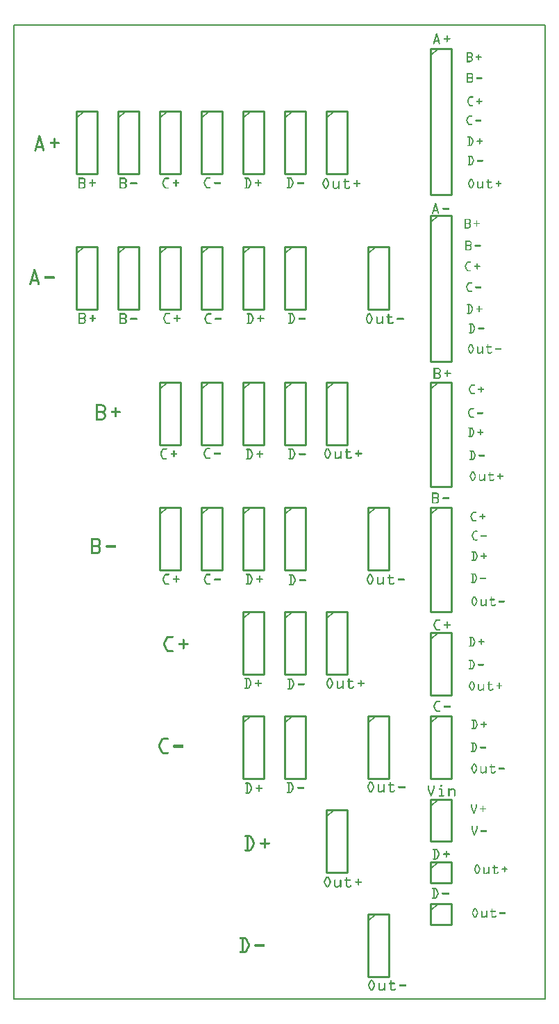
<source format=gto>
G04 MADE WITH FRITZING*
G04 WWW.FRITZING.ORG*
G04 DOUBLE SIDED*
G04 HOLES PLATED*
G04 CONTOUR ON CENTER OF CONTOUR VECTOR*
%ASAXBY*%
%FSLAX23Y23*%
%MOIN*%
%OFA0B0*%
%SFA1.0B1.0*%
%ADD10R,2.556720X4.676670X2.540720X4.660670*%
%ADD11C,0.008000*%
%ADD12C,0.010000*%
%ADD13C,0.005000*%
%ADD14R,0.001000X0.001000*%
%LNSILK1*%
G90*
G70*
G54D11*
X4Y4673D02*
X2553Y4673D01*
X2553Y4D01*
X4Y4D01*
X4Y4673D01*
D02*
G54D12*
X2004Y960D02*
X2004Y760D01*
D02*
X2004Y760D02*
X2104Y760D01*
D02*
X2104Y760D02*
X2104Y960D01*
D02*
X2104Y960D02*
X2004Y960D01*
G54D13*
D02*
X2004Y925D02*
X2039Y960D01*
G54D12*
D02*
X1704Y3610D02*
X1704Y3310D01*
D02*
X1704Y3310D02*
X1804Y3310D01*
D02*
X1804Y3310D02*
X1804Y3610D01*
D02*
X1804Y3610D02*
X1704Y3610D01*
G54D13*
D02*
X1704Y3575D02*
X1739Y3610D01*
G54D12*
D02*
X1504Y4260D02*
X1504Y3960D01*
D02*
X1504Y3960D02*
X1604Y3960D01*
D02*
X1604Y3960D02*
X1604Y4260D01*
D02*
X1604Y4260D02*
X1504Y4260D01*
G54D13*
D02*
X1504Y4225D02*
X1539Y4260D01*
G54D12*
D02*
X1304Y4260D02*
X1304Y3960D01*
D02*
X1304Y3960D02*
X1404Y3960D01*
D02*
X1404Y3960D02*
X1404Y4260D01*
D02*
X1404Y4260D02*
X1304Y4260D01*
G54D13*
D02*
X1304Y4225D02*
X1339Y4260D01*
G54D12*
D02*
X1304Y3610D02*
X1304Y3310D01*
D02*
X1304Y3310D02*
X1404Y3310D01*
D02*
X1404Y3310D02*
X1404Y3610D01*
D02*
X1404Y3610D02*
X1304Y3610D01*
G54D13*
D02*
X1304Y3575D02*
X1339Y3610D01*
G54D12*
D02*
X1104Y4260D02*
X1104Y3960D01*
D02*
X1104Y3960D02*
X1204Y3960D01*
D02*
X1204Y3960D02*
X1204Y4260D01*
D02*
X1204Y4260D02*
X1104Y4260D01*
G54D13*
D02*
X1104Y4225D02*
X1139Y4260D01*
G54D12*
D02*
X1104Y3610D02*
X1104Y3310D01*
D02*
X1104Y3310D02*
X1204Y3310D01*
D02*
X1204Y3310D02*
X1204Y3610D01*
D02*
X1204Y3610D02*
X1104Y3610D01*
G54D13*
D02*
X1104Y3575D02*
X1139Y3610D01*
G54D12*
D02*
X904Y4260D02*
X904Y3960D01*
D02*
X904Y3960D02*
X1004Y3960D01*
D02*
X1004Y3960D02*
X1004Y4260D01*
D02*
X1004Y4260D02*
X904Y4260D01*
G54D13*
D02*
X904Y4225D02*
X939Y4260D01*
G54D12*
D02*
X904Y3610D02*
X904Y3310D01*
D02*
X904Y3310D02*
X1004Y3310D01*
D02*
X1004Y3310D02*
X1004Y3610D01*
D02*
X1004Y3610D02*
X904Y3610D01*
G54D13*
D02*
X904Y3575D02*
X939Y3610D01*
G54D12*
D02*
X304Y4260D02*
X304Y3960D01*
D02*
X304Y3960D02*
X404Y3960D01*
D02*
X404Y3960D02*
X404Y4260D01*
D02*
X404Y4260D02*
X304Y4260D01*
G54D13*
D02*
X304Y4225D02*
X339Y4260D01*
G54D12*
D02*
X304Y3610D02*
X304Y3310D01*
D02*
X304Y3310D02*
X404Y3310D01*
D02*
X404Y3310D02*
X404Y3610D01*
D02*
X404Y3610D02*
X304Y3610D01*
G54D13*
D02*
X304Y3575D02*
X339Y3610D01*
G54D12*
D02*
X504Y3610D02*
X504Y3310D01*
D02*
X504Y3310D02*
X604Y3310D01*
D02*
X604Y3310D02*
X604Y3610D01*
D02*
X604Y3610D02*
X504Y3610D01*
G54D13*
D02*
X504Y3575D02*
X539Y3610D01*
G54D12*
D02*
X504Y4260D02*
X504Y3960D01*
D02*
X504Y3960D02*
X604Y3960D01*
D02*
X604Y3960D02*
X604Y4260D01*
D02*
X604Y4260D02*
X504Y4260D01*
G54D13*
D02*
X504Y4225D02*
X539Y4260D01*
G54D12*
D02*
X704Y4260D02*
X704Y3960D01*
D02*
X704Y3960D02*
X804Y3960D01*
D02*
X804Y3960D02*
X804Y4260D01*
D02*
X804Y4260D02*
X704Y4260D01*
G54D13*
D02*
X704Y4225D02*
X739Y4260D01*
G54D12*
D02*
X2004Y4560D02*
X2004Y3860D01*
D02*
X2004Y3860D02*
X2104Y3860D01*
D02*
X2104Y3860D02*
X2104Y4560D01*
D02*
X2104Y4560D02*
X2004Y4560D01*
G54D13*
D02*
X2004Y4525D02*
X2039Y4560D01*
G54D12*
D02*
X2004Y660D02*
X2004Y560D01*
D02*
X2004Y560D02*
X2104Y560D01*
D02*
X2104Y560D02*
X2104Y660D01*
D02*
X2104Y660D02*
X2004Y660D01*
G54D13*
D02*
X2004Y625D02*
X2039Y660D01*
G54D12*
D02*
X2004Y2360D02*
X2004Y1860D01*
D02*
X2004Y1860D02*
X2104Y1860D01*
D02*
X2104Y1860D02*
X2104Y2360D01*
D02*
X2104Y2360D02*
X2004Y2360D01*
G54D13*
D02*
X2004Y2325D02*
X2039Y2360D01*
G54D12*
D02*
X2004Y3760D02*
X2004Y3060D01*
D02*
X2004Y3060D02*
X2104Y3060D01*
D02*
X2104Y3060D02*
X2104Y3760D01*
D02*
X2104Y3760D02*
X2004Y3760D01*
G54D13*
D02*
X2004Y3725D02*
X2039Y3760D01*
G54D12*
D02*
X2004Y2960D02*
X2004Y2460D01*
D02*
X2004Y2460D02*
X2104Y2460D01*
D02*
X2104Y2460D02*
X2104Y2960D01*
D02*
X2104Y2960D02*
X2004Y2960D01*
G54D13*
D02*
X2004Y2925D02*
X2039Y2960D01*
G54D12*
D02*
X2004Y1360D02*
X2004Y1060D01*
D02*
X2004Y1060D02*
X2104Y1060D01*
D02*
X2104Y1060D02*
X2104Y1360D01*
D02*
X2104Y1360D02*
X2004Y1360D01*
G54D13*
D02*
X2004Y1325D02*
X2039Y1360D01*
G54D12*
D02*
X2004Y460D02*
X2004Y360D01*
D02*
X2004Y360D02*
X2104Y360D01*
D02*
X2104Y360D02*
X2104Y460D01*
D02*
X2104Y460D02*
X2004Y460D01*
G54D13*
D02*
X2004Y425D02*
X2039Y460D01*
G54D12*
D02*
X2004Y1760D02*
X2004Y1460D01*
D02*
X2004Y1460D02*
X2104Y1460D01*
D02*
X2104Y1460D02*
X2104Y1760D01*
D02*
X2104Y1760D02*
X2004Y1760D01*
G54D13*
D02*
X2004Y1725D02*
X2039Y1760D01*
G54D12*
D02*
X704Y3610D02*
X704Y3310D01*
D02*
X704Y3310D02*
X804Y3310D01*
D02*
X804Y3310D02*
X804Y3610D01*
D02*
X804Y3610D02*
X704Y3610D01*
G54D13*
D02*
X704Y3575D02*
X739Y3610D01*
G54D12*
D02*
X704Y2960D02*
X704Y2660D01*
D02*
X704Y2660D02*
X804Y2660D01*
D02*
X804Y2660D02*
X804Y2960D01*
D02*
X804Y2960D02*
X704Y2960D01*
G54D13*
D02*
X704Y2925D02*
X739Y2960D01*
G54D12*
D02*
X904Y2960D02*
X904Y2660D01*
D02*
X904Y2660D02*
X1004Y2660D01*
D02*
X1004Y2660D02*
X1004Y2960D01*
D02*
X1004Y2960D02*
X904Y2960D01*
G54D13*
D02*
X904Y2925D02*
X939Y2960D01*
G54D12*
D02*
X1104Y2960D02*
X1104Y2660D01*
D02*
X1104Y2660D02*
X1204Y2660D01*
D02*
X1204Y2660D02*
X1204Y2960D01*
D02*
X1204Y2960D02*
X1104Y2960D01*
G54D13*
D02*
X1104Y2925D02*
X1139Y2960D01*
G54D12*
D02*
X1304Y2960D02*
X1304Y2660D01*
D02*
X1304Y2660D02*
X1404Y2660D01*
D02*
X1404Y2660D02*
X1404Y2960D01*
D02*
X1404Y2960D02*
X1304Y2960D01*
G54D13*
D02*
X1304Y2925D02*
X1339Y2960D01*
G54D12*
D02*
X1504Y2960D02*
X1504Y2660D01*
D02*
X1504Y2660D02*
X1604Y2660D01*
D02*
X1604Y2660D02*
X1604Y2960D01*
D02*
X1604Y2960D02*
X1504Y2960D01*
G54D13*
D02*
X1504Y2925D02*
X1539Y2960D01*
G54D12*
D02*
X704Y2360D02*
X704Y2060D01*
D02*
X704Y2060D02*
X804Y2060D01*
D02*
X804Y2060D02*
X804Y2360D01*
D02*
X804Y2360D02*
X704Y2360D01*
G54D13*
D02*
X704Y2325D02*
X739Y2360D01*
G54D12*
D02*
X904Y2360D02*
X904Y2060D01*
D02*
X904Y2060D02*
X1004Y2060D01*
D02*
X1004Y2060D02*
X1004Y2360D01*
D02*
X1004Y2360D02*
X904Y2360D01*
G54D13*
D02*
X904Y2325D02*
X939Y2360D01*
G54D12*
D02*
X1104Y2360D02*
X1104Y2060D01*
D02*
X1104Y2060D02*
X1204Y2060D01*
D02*
X1204Y2060D02*
X1204Y2360D01*
D02*
X1204Y2360D02*
X1104Y2360D01*
G54D13*
D02*
X1104Y2325D02*
X1139Y2360D01*
G54D12*
D02*
X1304Y2360D02*
X1304Y2060D01*
D02*
X1304Y2060D02*
X1404Y2060D01*
D02*
X1404Y2060D02*
X1404Y2360D01*
D02*
X1404Y2360D02*
X1304Y2360D01*
G54D13*
D02*
X1304Y2325D02*
X1339Y2360D01*
G54D12*
D02*
X1704Y2360D02*
X1704Y2060D01*
D02*
X1704Y2060D02*
X1804Y2060D01*
D02*
X1804Y2060D02*
X1804Y2360D01*
D02*
X1804Y2360D02*
X1704Y2360D01*
G54D13*
D02*
X1704Y2325D02*
X1739Y2360D01*
G54D12*
D02*
X1104Y1860D02*
X1104Y1560D01*
D02*
X1104Y1560D02*
X1204Y1560D01*
D02*
X1204Y1560D02*
X1204Y1860D01*
D02*
X1204Y1860D02*
X1104Y1860D01*
G54D13*
D02*
X1104Y1825D02*
X1139Y1860D01*
G54D12*
D02*
X1304Y1860D02*
X1304Y1560D01*
D02*
X1304Y1560D02*
X1404Y1560D01*
D02*
X1404Y1560D02*
X1404Y1860D01*
D02*
X1404Y1860D02*
X1304Y1860D01*
G54D13*
D02*
X1304Y1825D02*
X1339Y1860D01*
G54D12*
D02*
X1504Y1860D02*
X1504Y1560D01*
D02*
X1504Y1560D02*
X1604Y1560D01*
D02*
X1604Y1560D02*
X1604Y1860D01*
D02*
X1604Y1860D02*
X1504Y1860D01*
G54D13*
D02*
X1504Y1825D02*
X1539Y1860D01*
G54D12*
D02*
X1104Y1360D02*
X1104Y1060D01*
D02*
X1104Y1060D02*
X1204Y1060D01*
D02*
X1204Y1060D02*
X1204Y1360D01*
D02*
X1204Y1360D02*
X1104Y1360D01*
G54D13*
D02*
X1104Y1325D02*
X1139Y1360D01*
G54D12*
D02*
X1304Y1360D02*
X1304Y1060D01*
D02*
X1304Y1060D02*
X1404Y1060D01*
D02*
X1404Y1060D02*
X1404Y1360D01*
D02*
X1404Y1360D02*
X1304Y1360D01*
G54D13*
D02*
X1304Y1325D02*
X1339Y1360D01*
G54D12*
D02*
X1704Y1360D02*
X1704Y1060D01*
D02*
X1704Y1060D02*
X1804Y1060D01*
D02*
X1804Y1060D02*
X1804Y1360D01*
D02*
X1804Y1360D02*
X1704Y1360D01*
G54D13*
D02*
X1704Y1325D02*
X1739Y1360D01*
G54D12*
D02*
X1504Y910D02*
X1504Y610D01*
D02*
X1504Y610D02*
X1604Y610D01*
D02*
X1604Y610D02*
X1604Y910D01*
D02*
X1604Y910D02*
X1504Y910D01*
G54D13*
D02*
X1504Y875D02*
X1539Y910D01*
G54D12*
D02*
X1704Y410D02*
X1704Y110D01*
D02*
X1704Y110D02*
X1804Y110D01*
D02*
X1804Y110D02*
X1804Y410D01*
D02*
X1804Y410D02*
X1704Y410D01*
G54D13*
D02*
X1704Y375D02*
X1739Y410D01*
G54D14*
X2030Y4633D02*
X2034Y4633D01*
X2029Y4632D02*
X2035Y4632D01*
X2029Y4631D02*
X2035Y4631D01*
X2029Y4630D02*
X2035Y4630D01*
X2028Y4629D02*
X2036Y4629D01*
X2028Y4628D02*
X2036Y4628D01*
X2028Y4627D02*
X2036Y4627D01*
X2028Y4626D02*
X2036Y4626D01*
X2027Y4625D02*
X2037Y4625D01*
X2027Y4624D02*
X2037Y4624D01*
X2081Y4624D02*
X2082Y4624D01*
X2027Y4623D02*
X2037Y4623D01*
X2080Y4623D02*
X2084Y4623D01*
X2026Y4622D02*
X2038Y4622D01*
X2079Y4622D02*
X2084Y4622D01*
X2026Y4621D02*
X2038Y4621D01*
X2079Y4621D02*
X2085Y4621D01*
X2026Y4620D02*
X2038Y4620D01*
X2079Y4620D02*
X2085Y4620D01*
X2025Y4619D02*
X2038Y4619D01*
X2079Y4619D02*
X2085Y4619D01*
X2025Y4618D02*
X2039Y4618D01*
X2079Y4618D02*
X2085Y4618D01*
X2025Y4617D02*
X2031Y4617D01*
X2033Y4617D02*
X2039Y4617D01*
X2079Y4617D02*
X2085Y4617D01*
X2025Y4616D02*
X2031Y4616D01*
X2033Y4616D02*
X2039Y4616D01*
X2079Y4616D02*
X2085Y4616D01*
X2024Y4615D02*
X2031Y4615D01*
X2033Y4615D02*
X2040Y4615D01*
X2079Y4615D02*
X2085Y4615D01*
X2024Y4614D02*
X2030Y4614D01*
X2034Y4614D02*
X2040Y4614D01*
X2079Y4614D02*
X2085Y4614D01*
X2024Y4613D02*
X2030Y4613D01*
X2034Y4613D02*
X2040Y4613D01*
X2079Y4613D02*
X2085Y4613D01*
X2023Y4612D02*
X2030Y4612D01*
X2034Y4612D02*
X2040Y4612D01*
X2079Y4612D02*
X2085Y4612D01*
X2023Y4611D02*
X2029Y4611D01*
X2035Y4611D02*
X2041Y4611D01*
X2079Y4611D02*
X2085Y4611D01*
X2023Y4610D02*
X2029Y4610D01*
X2035Y4610D02*
X2041Y4610D01*
X2067Y4610D02*
X2097Y4610D01*
X2023Y4609D02*
X2029Y4609D01*
X2035Y4609D02*
X2041Y4609D01*
X2066Y4609D02*
X2098Y4609D01*
X2022Y4608D02*
X2029Y4608D01*
X2035Y4608D02*
X2042Y4608D01*
X2066Y4608D02*
X2098Y4608D01*
X2022Y4607D02*
X2028Y4607D01*
X2036Y4607D02*
X2042Y4607D01*
X2066Y4607D02*
X2098Y4607D01*
X2022Y4606D02*
X2028Y4606D01*
X2036Y4606D02*
X2042Y4606D01*
X2066Y4606D02*
X2098Y4606D01*
X2021Y4605D02*
X2028Y4605D01*
X2036Y4605D02*
X2043Y4605D01*
X2066Y4605D02*
X2097Y4605D01*
X2021Y4604D02*
X2027Y4604D01*
X2037Y4604D02*
X2043Y4604D01*
X2067Y4604D02*
X2096Y4604D01*
X2021Y4603D02*
X2027Y4603D01*
X2037Y4603D02*
X2043Y4603D01*
X2079Y4603D02*
X2085Y4603D01*
X2020Y4602D02*
X2027Y4602D01*
X2037Y4602D02*
X2043Y4602D01*
X2079Y4602D02*
X2085Y4602D01*
X2020Y4601D02*
X2026Y4601D01*
X2037Y4601D02*
X2044Y4601D01*
X2079Y4601D02*
X2085Y4601D01*
X2020Y4600D02*
X2026Y4600D01*
X2038Y4600D02*
X2044Y4600D01*
X2079Y4600D02*
X2085Y4600D01*
X2020Y4599D02*
X2026Y4599D01*
X2038Y4599D02*
X2044Y4599D01*
X2079Y4599D02*
X2085Y4599D01*
X2019Y4598D02*
X2045Y4598D01*
X2079Y4598D02*
X2085Y4598D01*
X2019Y4597D02*
X2045Y4597D01*
X2079Y4597D02*
X2085Y4597D01*
X2019Y4596D02*
X2045Y4596D01*
X2079Y4596D02*
X2085Y4596D01*
X2018Y4595D02*
X2045Y4595D01*
X2079Y4595D02*
X2085Y4595D01*
X2018Y4594D02*
X2046Y4594D01*
X2079Y4594D02*
X2085Y4594D01*
X2018Y4593D02*
X2046Y4593D01*
X2079Y4593D02*
X2085Y4593D01*
X2018Y4592D02*
X2024Y4592D01*
X2040Y4592D02*
X2046Y4592D01*
X2079Y4592D02*
X2084Y4592D01*
X2017Y4591D02*
X2024Y4591D01*
X2040Y4591D02*
X2047Y4591D01*
X2080Y4591D02*
X2083Y4591D01*
X2017Y4590D02*
X2023Y4590D01*
X2041Y4590D02*
X2047Y4590D01*
X2017Y4589D02*
X2023Y4589D01*
X2041Y4589D02*
X2047Y4589D01*
X2016Y4588D02*
X2023Y4588D01*
X2041Y4588D02*
X2047Y4588D01*
X2016Y4587D02*
X2022Y4587D01*
X2042Y4587D02*
X2048Y4587D01*
X2016Y4586D02*
X2022Y4586D01*
X2042Y4586D02*
X2048Y4586D01*
X2016Y4585D02*
X2022Y4585D01*
X2042Y4585D02*
X2048Y4585D01*
X2015Y4584D02*
X2021Y4584D01*
X2042Y4584D02*
X2049Y4584D01*
X2015Y4583D02*
X2021Y4583D01*
X2043Y4583D02*
X2049Y4583D01*
X2016Y4582D02*
X2021Y4582D01*
X2043Y4582D02*
X2048Y4582D01*
X2017Y4581D02*
X2020Y4581D01*
X2044Y4581D02*
X2047Y4581D01*
X2176Y4542D02*
X2195Y4542D01*
X2176Y4541D02*
X2198Y4541D01*
X2176Y4540D02*
X2199Y4540D01*
X2176Y4539D02*
X2201Y4539D01*
X2176Y4538D02*
X2202Y4538D01*
X2176Y4537D02*
X2203Y4537D01*
X2176Y4536D02*
X2181Y4536D01*
X2195Y4536D02*
X2203Y4536D01*
X2176Y4535D02*
X2181Y4535D01*
X2197Y4535D02*
X2204Y4535D01*
X2176Y4534D02*
X2181Y4534D01*
X2198Y4534D02*
X2204Y4534D01*
X2176Y4533D02*
X2181Y4533D01*
X2199Y4533D02*
X2204Y4533D01*
X2233Y4533D02*
X2235Y4533D01*
X2176Y4532D02*
X2181Y4532D01*
X2199Y4532D02*
X2205Y4532D01*
X2232Y4532D02*
X2236Y4532D01*
X2176Y4531D02*
X2181Y4531D01*
X2200Y4531D02*
X2205Y4531D01*
X2232Y4531D02*
X2236Y4531D01*
X2176Y4530D02*
X2181Y4530D01*
X2200Y4530D02*
X2205Y4530D01*
X2231Y4530D02*
X2237Y4530D01*
X2176Y4529D02*
X2181Y4529D01*
X2200Y4529D02*
X2205Y4529D01*
X2231Y4529D02*
X2237Y4529D01*
X2176Y4528D02*
X2181Y4528D01*
X2200Y4528D02*
X2205Y4528D01*
X2231Y4528D02*
X2237Y4528D01*
X2176Y4527D02*
X2181Y4527D01*
X2200Y4527D02*
X2205Y4527D01*
X2231Y4527D02*
X2237Y4527D01*
X2176Y4526D02*
X2181Y4526D01*
X2199Y4526D02*
X2205Y4526D01*
X2231Y4526D02*
X2237Y4526D01*
X2176Y4525D02*
X2181Y4525D01*
X2199Y4525D02*
X2205Y4525D01*
X2231Y4525D02*
X2237Y4525D01*
X2176Y4524D02*
X2181Y4524D01*
X2198Y4524D02*
X2204Y4524D01*
X2231Y4524D02*
X2237Y4524D01*
X2176Y4523D02*
X2181Y4523D01*
X2197Y4523D02*
X2204Y4523D01*
X2231Y4523D02*
X2237Y4523D01*
X2176Y4522D02*
X2181Y4522D01*
X2195Y4522D02*
X2203Y4522D01*
X2231Y4522D02*
X2237Y4522D01*
X2176Y4521D02*
X2203Y4521D01*
X2221Y4521D02*
X2247Y4521D01*
X2176Y4520D02*
X2202Y4520D01*
X2220Y4520D02*
X2248Y4520D01*
X2176Y4519D02*
X2201Y4519D01*
X2220Y4519D02*
X2249Y4519D01*
X2176Y4518D02*
X2201Y4518D01*
X2220Y4518D02*
X2249Y4518D01*
X2176Y4517D02*
X2202Y4517D01*
X2220Y4517D02*
X2248Y4517D01*
X2176Y4516D02*
X2203Y4516D01*
X2221Y4516D02*
X2247Y4516D01*
X2176Y4515D02*
X2181Y4515D01*
X2196Y4515D02*
X2203Y4515D01*
X2231Y4515D02*
X2237Y4515D01*
X2176Y4514D02*
X2181Y4514D01*
X2198Y4514D02*
X2204Y4514D01*
X2231Y4514D02*
X2237Y4514D01*
X2176Y4513D02*
X2181Y4513D01*
X2198Y4513D02*
X2204Y4513D01*
X2231Y4513D02*
X2237Y4513D01*
X2176Y4512D02*
X2181Y4512D01*
X2199Y4512D02*
X2205Y4512D01*
X2231Y4512D02*
X2237Y4512D01*
X2176Y4511D02*
X2181Y4511D01*
X2199Y4511D02*
X2205Y4511D01*
X2231Y4511D02*
X2237Y4511D01*
X2176Y4510D02*
X2181Y4510D01*
X2200Y4510D02*
X2205Y4510D01*
X2231Y4510D02*
X2237Y4510D01*
X2176Y4509D02*
X2181Y4509D01*
X2200Y4509D02*
X2205Y4509D01*
X2231Y4509D02*
X2237Y4509D01*
X2176Y4508D02*
X2181Y4508D01*
X2200Y4508D02*
X2205Y4508D01*
X2231Y4508D02*
X2237Y4508D01*
X2176Y4507D02*
X2181Y4507D01*
X2200Y4507D02*
X2205Y4507D01*
X2231Y4507D02*
X2237Y4507D01*
X2176Y4506D02*
X2181Y4506D01*
X2200Y4506D02*
X2205Y4506D01*
X2232Y4506D02*
X2236Y4506D01*
X2176Y4505D02*
X2181Y4505D01*
X2199Y4505D02*
X2205Y4505D01*
X2232Y4505D02*
X2236Y4505D01*
X2176Y4504D02*
X2181Y4504D01*
X2199Y4504D02*
X2204Y4504D01*
X2233Y4504D02*
X2235Y4504D01*
X2176Y4503D02*
X2181Y4503D01*
X2198Y4503D02*
X2204Y4503D01*
X2176Y4502D02*
X2181Y4502D01*
X2197Y4502D02*
X2204Y4502D01*
X2176Y4501D02*
X2203Y4501D01*
X2176Y4500D02*
X2202Y4500D01*
X2176Y4499D02*
X2202Y4499D01*
X2176Y4498D02*
X2200Y4498D01*
X2176Y4497D02*
X2199Y4497D01*
X2176Y4496D02*
X2197Y4496D01*
X2176Y4495D02*
X2193Y4495D01*
X2178Y4443D02*
X2196Y4443D01*
X2178Y4442D02*
X2200Y4442D01*
X2178Y4441D02*
X2201Y4441D01*
X2178Y4440D02*
X2203Y4440D01*
X2178Y4439D02*
X2204Y4439D01*
X2178Y4438D02*
X2205Y4438D01*
X2178Y4437D02*
X2205Y4437D01*
X2178Y4436D02*
X2183Y4436D01*
X2199Y4436D02*
X2206Y4436D01*
X2178Y4435D02*
X2183Y4435D01*
X2200Y4435D02*
X2206Y4435D01*
X2178Y4434D02*
X2183Y4434D01*
X2201Y4434D02*
X2207Y4434D01*
X2178Y4433D02*
X2183Y4433D01*
X2201Y4433D02*
X2207Y4433D01*
X2178Y4432D02*
X2183Y4432D01*
X2202Y4432D02*
X2207Y4432D01*
X2178Y4431D02*
X2183Y4431D01*
X2202Y4431D02*
X2207Y4431D01*
X2178Y4430D02*
X2183Y4430D01*
X2202Y4430D02*
X2207Y4430D01*
X2178Y4429D02*
X2183Y4429D01*
X2202Y4429D02*
X2207Y4429D01*
X2178Y4428D02*
X2183Y4428D01*
X2202Y4428D02*
X2207Y4428D01*
X2178Y4427D02*
X2183Y4427D01*
X2202Y4427D02*
X2207Y4427D01*
X2178Y4426D02*
X2183Y4426D01*
X2201Y4426D02*
X2207Y4426D01*
X2178Y4425D02*
X2183Y4425D01*
X2200Y4425D02*
X2206Y4425D01*
X2178Y4424D02*
X2183Y4424D01*
X2199Y4424D02*
X2206Y4424D01*
X2178Y4423D02*
X2183Y4423D01*
X2198Y4423D02*
X2206Y4423D01*
X2178Y4422D02*
X2205Y4422D01*
X2223Y4422D02*
X2249Y4422D01*
X2178Y4421D02*
X2204Y4421D01*
X2222Y4421D02*
X2250Y4421D01*
X2178Y4420D02*
X2203Y4420D01*
X2222Y4420D02*
X2251Y4420D01*
X2178Y4419D02*
X2203Y4419D01*
X2222Y4419D02*
X2251Y4419D01*
X2178Y4418D02*
X2204Y4418D01*
X2222Y4418D02*
X2251Y4418D01*
X2178Y4417D02*
X2205Y4417D01*
X2222Y4417D02*
X2251Y4417D01*
X2178Y4416D02*
X2183Y4416D01*
X2198Y4416D02*
X2205Y4416D01*
X2222Y4416D02*
X2251Y4416D01*
X2178Y4415D02*
X2183Y4415D01*
X2199Y4415D02*
X2206Y4415D01*
X2222Y4415D02*
X2250Y4415D01*
X2178Y4414D02*
X2183Y4414D01*
X2200Y4414D02*
X2206Y4414D01*
X2224Y4414D02*
X2249Y4414D01*
X2178Y4413D02*
X2183Y4413D01*
X2201Y4413D02*
X2207Y4413D01*
X2178Y4412D02*
X2183Y4412D01*
X2202Y4412D02*
X2207Y4412D01*
X2178Y4411D02*
X2183Y4411D01*
X2202Y4411D02*
X2207Y4411D01*
X2178Y4410D02*
X2183Y4410D01*
X2202Y4410D02*
X2207Y4410D01*
X2178Y4409D02*
X2183Y4409D01*
X2202Y4409D02*
X2207Y4409D01*
X2178Y4408D02*
X2183Y4408D01*
X2202Y4408D02*
X2207Y4408D01*
X2178Y4407D02*
X2183Y4407D01*
X2202Y4407D02*
X2207Y4407D01*
X2178Y4406D02*
X2183Y4406D01*
X2201Y4406D02*
X2207Y4406D01*
X2178Y4405D02*
X2183Y4405D01*
X2201Y4405D02*
X2207Y4405D01*
X2178Y4404D02*
X2183Y4404D01*
X2200Y4404D02*
X2206Y4404D01*
X2178Y4403D02*
X2183Y4403D01*
X2199Y4403D02*
X2206Y4403D01*
X2178Y4402D02*
X2183Y4402D01*
X2196Y4402D02*
X2205Y4402D01*
X2178Y4401D02*
X2205Y4401D01*
X2178Y4400D02*
X2204Y4400D01*
X2178Y4399D02*
X2203Y4399D01*
X2178Y4398D02*
X2202Y4398D01*
X2178Y4397D02*
X2200Y4397D01*
X2178Y4396D02*
X2196Y4396D01*
X2193Y4331D02*
X2205Y4331D01*
X2190Y4330D02*
X2207Y4330D01*
X2188Y4329D02*
X2207Y4329D01*
X2187Y4328D02*
X2208Y4328D01*
X2187Y4327D02*
X2207Y4327D01*
X2186Y4326D02*
X2207Y4326D01*
X2186Y4325D02*
X2204Y4325D01*
X2185Y4324D02*
X2191Y4324D01*
X2185Y4323D02*
X2191Y4323D01*
X2184Y4322D02*
X2190Y4322D01*
X2236Y4322D02*
X2238Y4322D01*
X2184Y4321D02*
X2189Y4321D01*
X2235Y4321D02*
X2239Y4321D01*
X2183Y4320D02*
X2189Y4320D01*
X2234Y4320D02*
X2239Y4320D01*
X2183Y4319D02*
X2188Y4319D01*
X2234Y4319D02*
X2239Y4319D01*
X2182Y4318D02*
X2188Y4318D01*
X2234Y4318D02*
X2239Y4318D01*
X2182Y4317D02*
X2187Y4317D01*
X2234Y4317D02*
X2239Y4317D01*
X2181Y4316D02*
X2187Y4316D01*
X2234Y4316D02*
X2239Y4316D01*
X2181Y4315D02*
X2186Y4315D01*
X2234Y4315D02*
X2239Y4315D01*
X2180Y4314D02*
X2186Y4314D01*
X2234Y4314D02*
X2239Y4314D01*
X2180Y4313D02*
X2185Y4313D01*
X2234Y4313D02*
X2239Y4313D01*
X2179Y4312D02*
X2185Y4312D01*
X2234Y4312D02*
X2239Y4312D01*
X2179Y4311D02*
X2184Y4311D01*
X2234Y4311D02*
X2239Y4311D01*
X2179Y4310D02*
X2184Y4310D01*
X2224Y4310D02*
X2250Y4310D01*
X2179Y4309D02*
X2184Y4309D01*
X2223Y4309D02*
X2251Y4309D01*
X2179Y4308D02*
X2184Y4308D01*
X2223Y4308D02*
X2251Y4308D01*
X2179Y4307D02*
X2184Y4307D01*
X2223Y4307D02*
X2251Y4307D01*
X2179Y4306D02*
X2184Y4306D01*
X2223Y4306D02*
X2251Y4306D01*
X2179Y4305D02*
X2184Y4305D01*
X2224Y4305D02*
X2250Y4305D01*
X2179Y4304D02*
X2184Y4304D01*
X2234Y4304D02*
X2239Y4304D01*
X2179Y4303D02*
X2185Y4303D01*
X2234Y4303D02*
X2239Y4303D01*
X2180Y4302D02*
X2185Y4302D01*
X2234Y4302D02*
X2239Y4302D01*
X2180Y4301D02*
X2186Y4301D01*
X2234Y4301D02*
X2239Y4301D01*
X2181Y4300D02*
X2186Y4300D01*
X2234Y4300D02*
X2239Y4300D01*
X2181Y4299D02*
X2187Y4299D01*
X2234Y4299D02*
X2239Y4299D01*
X2182Y4298D02*
X2187Y4298D01*
X2234Y4298D02*
X2239Y4298D01*
X2182Y4297D02*
X2188Y4297D01*
X2234Y4297D02*
X2239Y4297D01*
X2183Y4296D02*
X2188Y4296D01*
X2234Y4296D02*
X2239Y4296D01*
X2183Y4295D02*
X2189Y4295D01*
X2234Y4295D02*
X2239Y4295D01*
X2184Y4294D02*
X2189Y4294D01*
X2235Y4294D02*
X2239Y4294D01*
X2184Y4293D02*
X2190Y4293D01*
X2236Y4293D02*
X2238Y4293D01*
X2185Y4292D02*
X2191Y4292D01*
X2185Y4291D02*
X2191Y4291D01*
X2186Y4290D02*
X2193Y4290D01*
X2186Y4289D02*
X2207Y4289D01*
X2187Y4288D02*
X2207Y4288D01*
X2188Y4287D02*
X2208Y4287D01*
X2189Y4286D02*
X2207Y4286D01*
X2190Y4285D02*
X2207Y4285D01*
X2193Y4284D02*
X2205Y4284D01*
X2187Y4239D02*
X2202Y4239D01*
X2185Y4238D02*
X2203Y4238D01*
X2183Y4237D02*
X2203Y4237D01*
X2183Y4236D02*
X2203Y4236D01*
X2182Y4235D02*
X2203Y4235D01*
X2181Y4234D02*
X2202Y4234D01*
X2181Y4233D02*
X2187Y4233D01*
X2180Y4232D02*
X2186Y4232D01*
X2180Y4231D02*
X2186Y4231D01*
X2179Y4230D02*
X2185Y4230D01*
X2179Y4229D02*
X2185Y4229D01*
X2178Y4228D02*
X2184Y4228D01*
X2178Y4227D02*
X2184Y4227D01*
X2177Y4226D02*
X2183Y4226D01*
X2177Y4225D02*
X2183Y4225D01*
X2176Y4224D02*
X2182Y4224D01*
X2176Y4223D02*
X2182Y4223D01*
X2175Y4222D02*
X2181Y4222D01*
X2175Y4221D02*
X2181Y4221D01*
X2175Y4220D02*
X2180Y4220D01*
X2174Y4219D02*
X2180Y4219D01*
X2220Y4219D02*
X2245Y4219D01*
X2174Y4218D02*
X2180Y4218D01*
X2219Y4218D02*
X2246Y4218D01*
X2174Y4217D02*
X2179Y4217D01*
X2218Y4217D02*
X2247Y4217D01*
X2174Y4216D02*
X2179Y4216D01*
X2218Y4216D02*
X2247Y4216D01*
X2174Y4215D02*
X2179Y4215D01*
X2218Y4215D02*
X2247Y4215D01*
X2174Y4214D02*
X2180Y4214D01*
X2218Y4214D02*
X2247Y4214D01*
X2175Y4213D02*
X2180Y4213D01*
X2218Y4213D02*
X2247Y4213D01*
X2175Y4212D02*
X2180Y4212D01*
X2218Y4212D02*
X2247Y4212D01*
X2175Y4211D02*
X2181Y4211D01*
X2219Y4211D02*
X2246Y4211D01*
X2176Y4210D02*
X2181Y4210D01*
X2176Y4209D02*
X2182Y4209D01*
X2176Y4208D02*
X2182Y4208D01*
X2177Y4207D02*
X2183Y4207D01*
X2177Y4206D02*
X2183Y4206D01*
X2178Y4205D02*
X2184Y4205D01*
X2179Y4204D02*
X2184Y4204D01*
X2179Y4203D02*
X2185Y4203D01*
X2180Y4202D02*
X2185Y4202D01*
X2180Y4201D02*
X2186Y4201D01*
X2181Y4200D02*
X2186Y4200D01*
X2181Y4199D02*
X2187Y4199D01*
X2182Y4198D02*
X2202Y4198D01*
X2182Y4197D02*
X2203Y4197D01*
X2183Y4196D02*
X2203Y4196D01*
X2184Y4195D02*
X2203Y4195D01*
X2185Y4194D02*
X2203Y4194D01*
X2187Y4193D02*
X2202Y4193D01*
X124Y4145D02*
X127Y4145D01*
X123Y4144D02*
X129Y4144D01*
X122Y4143D02*
X130Y4143D01*
X122Y4142D02*
X130Y4142D01*
X121Y4141D02*
X130Y4141D01*
X121Y4140D02*
X131Y4140D01*
X121Y4139D02*
X131Y4139D01*
X120Y4138D02*
X131Y4138D01*
X2181Y4138D02*
X2197Y4138D01*
X120Y4137D02*
X132Y4137D01*
X2180Y4137D02*
X2199Y4137D01*
X120Y4136D02*
X132Y4136D01*
X2180Y4136D02*
X2200Y4136D01*
X119Y4135D02*
X132Y4135D01*
X2180Y4135D02*
X2200Y4135D01*
X119Y4134D02*
X132Y4134D01*
X2181Y4134D02*
X2201Y4134D01*
X119Y4133D02*
X133Y4133D01*
X2182Y4133D02*
X2202Y4133D01*
X119Y4132D02*
X133Y4132D01*
X2186Y4132D02*
X2191Y4132D01*
X2196Y4132D02*
X2202Y4132D01*
X118Y4131D02*
X133Y4131D01*
X197Y4131D02*
X199Y4131D01*
X2186Y4131D02*
X2191Y4131D01*
X2197Y4131D02*
X2203Y4131D01*
X118Y4130D02*
X134Y4130D01*
X195Y4130D02*
X201Y4130D01*
X2186Y4130D02*
X2191Y4130D01*
X2197Y4130D02*
X2203Y4130D01*
X2237Y4130D02*
X2239Y4130D01*
X118Y4129D02*
X134Y4129D01*
X194Y4129D02*
X202Y4129D01*
X2186Y4129D02*
X2191Y4129D01*
X2198Y4129D02*
X2204Y4129D01*
X2236Y4129D02*
X2240Y4129D01*
X117Y4128D02*
X134Y4128D01*
X194Y4128D02*
X202Y4128D01*
X2186Y4128D02*
X2191Y4128D01*
X2198Y4128D02*
X2204Y4128D01*
X2236Y4128D02*
X2241Y4128D01*
X117Y4127D02*
X134Y4127D01*
X194Y4127D02*
X202Y4127D01*
X2186Y4127D02*
X2191Y4127D01*
X2199Y4127D02*
X2205Y4127D01*
X2236Y4127D02*
X2241Y4127D01*
X117Y4126D02*
X135Y4126D01*
X194Y4126D02*
X203Y4126D01*
X2186Y4126D02*
X2191Y4126D01*
X2199Y4126D02*
X2205Y4126D01*
X2236Y4126D02*
X2241Y4126D01*
X117Y4125D02*
X135Y4125D01*
X194Y4125D02*
X203Y4125D01*
X2186Y4125D02*
X2191Y4125D01*
X2200Y4125D02*
X2206Y4125D01*
X2236Y4125D02*
X2241Y4125D01*
X116Y4124D02*
X135Y4124D01*
X194Y4124D02*
X203Y4124D01*
X2186Y4124D02*
X2191Y4124D01*
X2200Y4124D02*
X2206Y4124D01*
X2236Y4124D02*
X2241Y4124D01*
X116Y4123D02*
X136Y4123D01*
X194Y4123D02*
X203Y4123D01*
X2186Y4123D02*
X2191Y4123D01*
X2201Y4123D02*
X2207Y4123D01*
X2236Y4123D02*
X2241Y4123D01*
X116Y4122D02*
X136Y4122D01*
X194Y4122D02*
X203Y4122D01*
X2186Y4122D02*
X2191Y4122D01*
X2201Y4122D02*
X2207Y4122D01*
X2236Y4122D02*
X2241Y4122D01*
X115Y4121D02*
X125Y4121D01*
X127Y4121D02*
X136Y4121D01*
X194Y4121D02*
X203Y4121D01*
X2186Y4121D02*
X2191Y4121D01*
X2202Y4121D02*
X2208Y4121D01*
X2236Y4121D02*
X2241Y4121D01*
X115Y4120D02*
X125Y4120D01*
X127Y4120D02*
X137Y4120D01*
X194Y4120D02*
X203Y4120D01*
X2186Y4120D02*
X2191Y4120D01*
X2202Y4120D02*
X2208Y4120D01*
X2236Y4120D02*
X2241Y4120D01*
X115Y4119D02*
X124Y4119D01*
X127Y4119D02*
X137Y4119D01*
X194Y4119D02*
X203Y4119D01*
X2186Y4119D02*
X2191Y4119D01*
X2203Y4119D02*
X2208Y4119D01*
X2236Y4119D02*
X2241Y4119D01*
X114Y4118D02*
X124Y4118D01*
X128Y4118D02*
X137Y4118D01*
X194Y4118D02*
X203Y4118D01*
X2186Y4118D02*
X2191Y4118D01*
X2203Y4118D02*
X2209Y4118D01*
X2225Y4118D02*
X2251Y4118D01*
X114Y4117D02*
X124Y4117D01*
X128Y4117D02*
X137Y4117D01*
X194Y4117D02*
X203Y4117D01*
X2186Y4117D02*
X2191Y4117D01*
X2204Y4117D02*
X2209Y4117D01*
X2224Y4117D02*
X2252Y4117D01*
X114Y4116D02*
X123Y4116D01*
X128Y4116D02*
X138Y4116D01*
X194Y4116D02*
X203Y4116D01*
X2186Y4116D02*
X2191Y4116D01*
X2204Y4116D02*
X2209Y4116D01*
X2224Y4116D02*
X2253Y4116D01*
X114Y4115D02*
X123Y4115D01*
X128Y4115D02*
X138Y4115D01*
X194Y4115D02*
X203Y4115D01*
X2186Y4115D02*
X2191Y4115D01*
X2204Y4115D02*
X2209Y4115D01*
X2224Y4115D02*
X2253Y4115D01*
X113Y4114D02*
X123Y4114D01*
X129Y4114D02*
X138Y4114D01*
X194Y4114D02*
X203Y4114D01*
X2186Y4114D02*
X2191Y4114D01*
X2204Y4114D02*
X2209Y4114D01*
X2224Y4114D02*
X2252Y4114D01*
X113Y4113D02*
X123Y4113D01*
X129Y4113D02*
X139Y4113D01*
X194Y4113D02*
X203Y4113D01*
X2186Y4113D02*
X2191Y4113D01*
X2203Y4113D02*
X2209Y4113D01*
X2225Y4113D02*
X2252Y4113D01*
X113Y4112D02*
X122Y4112D01*
X129Y4112D02*
X139Y4112D01*
X193Y4112D02*
X203Y4112D01*
X2186Y4112D02*
X2191Y4112D01*
X2203Y4112D02*
X2208Y4112D01*
X2235Y4112D02*
X2241Y4112D01*
X112Y4111D02*
X122Y4111D01*
X130Y4111D02*
X139Y4111D01*
X177Y4111D02*
X220Y4111D01*
X2186Y4111D02*
X2191Y4111D01*
X2203Y4111D02*
X2208Y4111D01*
X2236Y4111D02*
X2241Y4111D01*
X112Y4110D02*
X122Y4110D01*
X130Y4110D02*
X139Y4110D01*
X175Y4110D02*
X221Y4110D01*
X2186Y4110D02*
X2191Y4110D01*
X2202Y4110D02*
X2208Y4110D01*
X2236Y4110D02*
X2241Y4110D01*
X112Y4109D02*
X121Y4109D01*
X130Y4109D02*
X140Y4109D01*
X175Y4109D02*
X222Y4109D01*
X2186Y4109D02*
X2191Y4109D01*
X2202Y4109D02*
X2207Y4109D01*
X2236Y4109D02*
X2241Y4109D01*
X112Y4108D02*
X121Y4108D01*
X130Y4108D02*
X140Y4108D01*
X175Y4108D02*
X222Y4108D01*
X2186Y4108D02*
X2191Y4108D01*
X2201Y4108D02*
X2207Y4108D01*
X2236Y4108D02*
X2241Y4108D01*
X111Y4107D02*
X121Y4107D01*
X131Y4107D02*
X140Y4107D01*
X174Y4107D02*
X222Y4107D01*
X2186Y4107D02*
X2191Y4107D01*
X2201Y4107D02*
X2206Y4107D01*
X2236Y4107D02*
X2241Y4107D01*
X111Y4106D02*
X120Y4106D01*
X131Y4106D02*
X141Y4106D01*
X175Y4106D02*
X222Y4106D01*
X2186Y4106D02*
X2191Y4106D01*
X2200Y4106D02*
X2206Y4106D01*
X2236Y4106D02*
X2241Y4106D01*
X111Y4105D02*
X120Y4105D01*
X131Y4105D02*
X141Y4105D01*
X175Y4105D02*
X222Y4105D01*
X2186Y4105D02*
X2191Y4105D01*
X2200Y4105D02*
X2205Y4105D01*
X2236Y4105D02*
X2241Y4105D01*
X110Y4104D02*
X120Y4104D01*
X132Y4104D02*
X141Y4104D01*
X175Y4104D02*
X222Y4104D01*
X2186Y4104D02*
X2191Y4104D01*
X2199Y4104D02*
X2205Y4104D01*
X2236Y4104D02*
X2241Y4104D01*
X110Y4103D02*
X120Y4103D01*
X132Y4103D02*
X141Y4103D01*
X175Y4103D02*
X221Y4103D01*
X2186Y4103D02*
X2191Y4103D01*
X2199Y4103D02*
X2204Y4103D01*
X2236Y4103D02*
X2241Y4103D01*
X110Y4102D02*
X119Y4102D01*
X132Y4102D02*
X142Y4102D01*
X177Y4102D02*
X220Y4102D01*
X2186Y4102D02*
X2191Y4102D01*
X2198Y4102D02*
X2204Y4102D01*
X2236Y4102D02*
X2240Y4102D01*
X109Y4101D02*
X119Y4101D01*
X133Y4101D02*
X142Y4101D01*
X194Y4101D02*
X203Y4101D01*
X2186Y4101D02*
X2191Y4101D01*
X2197Y4101D02*
X2203Y4101D01*
X2237Y4101D02*
X2240Y4101D01*
X109Y4100D02*
X119Y4100D01*
X133Y4100D02*
X142Y4100D01*
X194Y4100D02*
X203Y4100D01*
X2186Y4100D02*
X2191Y4100D01*
X2197Y4100D02*
X2203Y4100D01*
X109Y4099D02*
X118Y4099D01*
X133Y4099D02*
X143Y4099D01*
X194Y4099D02*
X203Y4099D01*
X2186Y4099D02*
X2191Y4099D01*
X2196Y4099D02*
X2202Y4099D01*
X109Y4098D02*
X118Y4098D01*
X133Y4098D02*
X143Y4098D01*
X194Y4098D02*
X203Y4098D01*
X2186Y4098D02*
X2191Y4098D01*
X2195Y4098D02*
X2202Y4098D01*
X108Y4097D02*
X118Y4097D01*
X134Y4097D02*
X143Y4097D01*
X194Y4097D02*
X203Y4097D01*
X2181Y4097D02*
X2201Y4097D01*
X108Y4096D02*
X118Y4096D01*
X134Y4096D02*
X144Y4096D01*
X194Y4096D02*
X203Y4096D01*
X2180Y4096D02*
X2201Y4096D01*
X108Y4095D02*
X117Y4095D01*
X134Y4095D02*
X144Y4095D01*
X194Y4095D02*
X203Y4095D01*
X2180Y4095D02*
X2200Y4095D01*
X107Y4094D02*
X144Y4094D01*
X194Y4094D02*
X203Y4094D01*
X2180Y4094D02*
X2199Y4094D01*
X107Y4093D02*
X144Y4093D01*
X194Y4093D02*
X203Y4093D01*
X2180Y4093D02*
X2198Y4093D01*
X107Y4092D02*
X145Y4092D01*
X194Y4092D02*
X203Y4092D01*
X2182Y4092D02*
X2195Y4092D01*
X107Y4091D02*
X145Y4091D01*
X194Y4091D02*
X203Y4091D01*
X106Y4090D02*
X145Y4090D01*
X194Y4090D02*
X203Y4090D01*
X106Y4089D02*
X146Y4089D01*
X194Y4089D02*
X203Y4089D01*
X106Y4088D02*
X146Y4088D01*
X194Y4088D02*
X203Y4088D01*
X105Y4087D02*
X146Y4087D01*
X194Y4087D02*
X203Y4087D01*
X105Y4086D02*
X146Y4086D01*
X194Y4086D02*
X202Y4086D01*
X105Y4085D02*
X147Y4085D01*
X194Y4085D02*
X202Y4085D01*
X105Y4084D02*
X114Y4084D01*
X138Y4084D02*
X147Y4084D01*
X194Y4084D02*
X202Y4084D01*
X104Y4083D02*
X114Y4083D01*
X138Y4083D02*
X147Y4083D01*
X195Y4083D02*
X201Y4083D01*
X104Y4082D02*
X113Y4082D01*
X138Y4082D02*
X148Y4082D01*
X197Y4082D02*
X200Y4082D01*
X104Y4081D02*
X113Y4081D01*
X138Y4081D02*
X148Y4081D01*
X103Y4080D02*
X113Y4080D01*
X139Y4080D02*
X148Y4080D01*
X103Y4079D02*
X113Y4079D01*
X139Y4079D02*
X148Y4079D01*
X103Y4078D02*
X112Y4078D01*
X139Y4078D02*
X149Y4078D01*
X102Y4077D02*
X112Y4077D01*
X140Y4077D02*
X149Y4077D01*
X102Y4076D02*
X112Y4076D01*
X140Y4076D02*
X149Y4076D01*
X102Y4075D02*
X111Y4075D01*
X140Y4075D02*
X150Y4075D01*
X102Y4074D02*
X111Y4074D01*
X140Y4074D02*
X150Y4074D01*
X101Y4073D02*
X111Y4073D01*
X141Y4073D02*
X150Y4073D01*
X101Y4072D02*
X111Y4072D01*
X141Y4072D02*
X150Y4072D01*
X101Y4071D02*
X110Y4071D01*
X141Y4071D02*
X150Y4071D01*
X102Y4070D02*
X110Y4070D01*
X142Y4070D02*
X150Y4070D01*
X103Y4069D02*
X109Y4069D01*
X143Y4069D02*
X149Y4069D01*
X104Y4068D02*
X108Y4068D01*
X144Y4068D02*
X147Y4068D01*
X2183Y4046D02*
X2199Y4046D01*
X2182Y4045D02*
X2201Y4045D01*
X2182Y4044D02*
X2202Y4044D01*
X2182Y4043D02*
X2203Y4043D01*
X2183Y4042D02*
X2203Y4042D01*
X2184Y4041D02*
X2204Y4041D01*
X2188Y4040D02*
X2193Y4040D01*
X2198Y4040D02*
X2204Y4040D01*
X2188Y4039D02*
X2193Y4039D01*
X2199Y4039D02*
X2205Y4039D01*
X2188Y4038D02*
X2193Y4038D01*
X2200Y4038D02*
X2205Y4038D01*
X2188Y4037D02*
X2193Y4037D01*
X2200Y4037D02*
X2206Y4037D01*
X2188Y4036D02*
X2193Y4036D01*
X2201Y4036D02*
X2206Y4036D01*
X2188Y4035D02*
X2193Y4035D01*
X2201Y4035D02*
X2207Y4035D01*
X2188Y4034D02*
X2193Y4034D01*
X2202Y4034D02*
X2207Y4034D01*
X2188Y4033D02*
X2193Y4033D01*
X2202Y4033D02*
X2208Y4033D01*
X2188Y4032D02*
X2193Y4032D01*
X2203Y4032D02*
X2208Y4032D01*
X2188Y4031D02*
X2193Y4031D01*
X2203Y4031D02*
X2209Y4031D01*
X2188Y4030D02*
X2193Y4030D01*
X2204Y4030D02*
X2209Y4030D01*
X2188Y4029D02*
X2193Y4029D01*
X2204Y4029D02*
X2210Y4029D01*
X2188Y4028D02*
X2193Y4028D01*
X2205Y4028D02*
X2210Y4028D01*
X2188Y4027D02*
X2193Y4027D01*
X2205Y4027D02*
X2211Y4027D01*
X2188Y4026D02*
X2193Y4026D01*
X2206Y4026D02*
X2211Y4026D01*
X2228Y4026D02*
X2253Y4026D01*
X2188Y4025D02*
X2193Y4025D01*
X2206Y4025D02*
X2211Y4025D01*
X2226Y4025D02*
X2254Y4025D01*
X2188Y4024D02*
X2193Y4024D01*
X2206Y4024D02*
X2211Y4024D01*
X2226Y4024D02*
X2255Y4024D01*
X2188Y4023D02*
X2193Y4023D01*
X2206Y4023D02*
X2211Y4023D01*
X2226Y4023D02*
X2255Y4023D01*
X2188Y4022D02*
X2193Y4022D01*
X2206Y4022D02*
X2211Y4022D01*
X2226Y4022D02*
X2255Y4022D01*
X2188Y4021D02*
X2193Y4021D01*
X2206Y4021D02*
X2211Y4021D01*
X2226Y4021D02*
X2255Y4021D01*
X2188Y4020D02*
X2193Y4020D01*
X2205Y4020D02*
X2211Y4020D01*
X2226Y4020D02*
X2255Y4020D01*
X2188Y4019D02*
X2193Y4019D01*
X2205Y4019D02*
X2210Y4019D01*
X2226Y4019D02*
X2254Y4019D01*
X2188Y4018D02*
X2193Y4018D01*
X2204Y4018D02*
X2210Y4018D01*
X2228Y4018D02*
X2253Y4018D01*
X2188Y4017D02*
X2193Y4017D01*
X2204Y4017D02*
X2210Y4017D01*
X2188Y4016D02*
X2193Y4016D01*
X2203Y4016D02*
X2209Y4016D01*
X2188Y4015D02*
X2193Y4015D01*
X2203Y4015D02*
X2209Y4015D01*
X2188Y4014D02*
X2193Y4014D01*
X2202Y4014D02*
X2208Y4014D01*
X2188Y4013D02*
X2193Y4013D01*
X2202Y4013D02*
X2208Y4013D01*
X2188Y4012D02*
X2193Y4012D01*
X2201Y4012D02*
X2207Y4012D01*
X2188Y4011D02*
X2193Y4011D01*
X2201Y4011D02*
X2207Y4011D01*
X2188Y4010D02*
X2193Y4010D01*
X2200Y4010D02*
X2206Y4010D01*
X2188Y4009D02*
X2193Y4009D01*
X2200Y4009D02*
X2206Y4009D01*
X2188Y4008D02*
X2193Y4008D01*
X2199Y4008D02*
X2205Y4008D01*
X2188Y4007D02*
X2193Y4007D01*
X2199Y4007D02*
X2205Y4007D01*
X2188Y4006D02*
X2193Y4006D01*
X2198Y4006D02*
X2204Y4006D01*
X2183Y4005D02*
X2204Y4005D01*
X2182Y4004D02*
X2203Y4004D01*
X2182Y4003D02*
X2203Y4003D01*
X2182Y4002D02*
X2201Y4002D01*
X2183Y4001D02*
X2200Y4001D01*
X2184Y4000D02*
X2198Y4000D01*
X930Y3943D02*
X945Y3943D01*
X1315Y3943D02*
X1330Y3943D01*
X927Y3942D02*
X947Y3942D01*
X1313Y3942D02*
X1332Y3942D01*
X313Y3941D02*
X336Y3941D01*
X511Y3941D02*
X535Y3941D01*
X729Y3941D02*
X746Y3941D01*
X926Y3941D02*
X947Y3941D01*
X1111Y3941D02*
X1128Y3941D01*
X1313Y3941D02*
X1334Y3941D01*
X313Y3940D02*
X339Y3940D01*
X511Y3940D02*
X537Y3940D01*
X727Y3940D02*
X747Y3940D01*
X925Y3940D02*
X947Y3940D01*
X1110Y3940D02*
X1130Y3940D01*
X1313Y3940D02*
X1335Y3940D01*
X313Y3939D02*
X340Y3939D01*
X511Y3939D02*
X539Y3939D01*
X725Y3939D02*
X747Y3939D01*
X924Y3939D02*
X947Y3939D01*
X1110Y3939D02*
X1131Y3939D01*
X1313Y3939D02*
X1336Y3939D01*
X1497Y3939D02*
X1504Y3939D01*
X313Y3938D02*
X341Y3938D01*
X511Y3938D02*
X540Y3938D01*
X724Y3938D02*
X748Y3938D01*
X923Y3938D02*
X947Y3938D01*
X1109Y3938D02*
X1132Y3938D01*
X1313Y3938D02*
X1337Y3938D01*
X1495Y3938D02*
X1505Y3938D01*
X313Y3937D02*
X342Y3937D01*
X511Y3937D02*
X541Y3937D01*
X724Y3937D02*
X747Y3937D01*
X923Y3937D02*
X946Y3937D01*
X1110Y3937D02*
X1133Y3937D01*
X1314Y3937D02*
X1337Y3937D01*
X1494Y3937D02*
X1506Y3937D01*
X1592Y3937D02*
X1593Y3937D01*
X313Y3936D02*
X343Y3936D01*
X511Y3936D02*
X542Y3936D01*
X723Y3936D02*
X747Y3936D01*
X922Y3936D02*
X930Y3936D01*
X1110Y3936D02*
X1134Y3936D01*
X1319Y3936D02*
X1325Y3936D01*
X1330Y3936D02*
X1338Y3936D01*
X1493Y3936D02*
X1507Y3936D01*
X1591Y3936D02*
X1595Y3936D01*
X313Y3935D02*
X344Y3935D01*
X511Y3935D02*
X542Y3935D01*
X723Y3935D02*
X745Y3935D01*
X922Y3935D02*
X929Y3935D01*
X1112Y3935D02*
X1134Y3935D01*
X1319Y3935D02*
X1325Y3935D01*
X1331Y3935D02*
X1338Y3935D01*
X1493Y3935D02*
X1508Y3935D01*
X1590Y3935D02*
X1595Y3935D01*
X2194Y3935D02*
X2201Y3935D01*
X313Y3934D02*
X319Y3934D01*
X336Y3934D02*
X345Y3934D01*
X511Y3934D02*
X517Y3934D01*
X534Y3934D02*
X543Y3934D01*
X722Y3934D02*
X729Y3934D01*
X921Y3934D02*
X928Y3934D01*
X1116Y3934D02*
X1122Y3934D01*
X1128Y3934D02*
X1135Y3934D01*
X1319Y3934D02*
X1325Y3934D01*
X1332Y3934D02*
X1339Y3934D01*
X1492Y3934D02*
X1508Y3934D01*
X1590Y3934D02*
X1596Y3934D01*
X2193Y3934D02*
X2202Y3934D01*
X313Y3933D02*
X319Y3933D01*
X338Y3933D02*
X345Y3933D01*
X511Y3933D02*
X517Y3933D01*
X536Y3933D02*
X543Y3933D01*
X722Y3933D02*
X728Y3933D01*
X921Y3933D02*
X928Y3933D01*
X1116Y3933D02*
X1122Y3933D01*
X1129Y3933D02*
X1135Y3933D01*
X1319Y3933D02*
X1325Y3933D01*
X1333Y3933D02*
X1339Y3933D01*
X1492Y3933D02*
X1509Y3933D01*
X1590Y3933D02*
X1596Y3933D01*
X2192Y3933D02*
X2203Y3933D01*
X2278Y3933D02*
X2280Y3933D01*
X313Y3932D02*
X319Y3932D01*
X338Y3932D02*
X345Y3932D01*
X511Y3932D02*
X517Y3932D01*
X537Y3932D02*
X544Y3932D01*
X721Y3932D02*
X728Y3932D01*
X920Y3932D02*
X927Y3932D01*
X1116Y3932D02*
X1122Y3932D01*
X1129Y3932D02*
X1136Y3932D01*
X1319Y3932D02*
X1325Y3932D01*
X1333Y3932D02*
X1340Y3932D01*
X1491Y3932D02*
X1498Y3932D01*
X1502Y3932D02*
X1509Y3932D01*
X1590Y3932D02*
X1596Y3932D01*
X2191Y3932D02*
X2204Y3932D01*
X2277Y3932D02*
X2281Y3932D01*
X313Y3931D02*
X319Y3931D01*
X339Y3931D02*
X346Y3931D01*
X377Y3931D02*
X381Y3931D01*
X511Y3931D02*
X517Y3931D01*
X538Y3931D02*
X544Y3931D01*
X721Y3931D02*
X727Y3931D01*
X779Y3931D02*
X782Y3931D01*
X920Y3931D02*
X927Y3931D01*
X1116Y3931D02*
X1122Y3931D01*
X1130Y3931D02*
X1136Y3931D01*
X1174Y3931D02*
X1177Y3931D01*
X1319Y3931D02*
X1325Y3931D01*
X1334Y3931D02*
X1340Y3931D01*
X1491Y3931D02*
X1497Y3931D01*
X1503Y3931D02*
X1510Y3931D01*
X1590Y3931D02*
X1596Y3931D01*
X2191Y3931D02*
X2204Y3931D01*
X2277Y3931D02*
X2282Y3931D01*
X313Y3930D02*
X319Y3930D01*
X340Y3930D02*
X346Y3930D01*
X377Y3930D02*
X382Y3930D01*
X511Y3930D02*
X517Y3930D01*
X538Y3930D02*
X544Y3930D01*
X720Y3930D02*
X727Y3930D01*
X778Y3930D02*
X783Y3930D01*
X919Y3930D02*
X926Y3930D01*
X1116Y3930D02*
X1122Y3930D01*
X1130Y3930D02*
X1137Y3930D01*
X1173Y3930D02*
X1178Y3930D01*
X1319Y3930D02*
X1325Y3930D01*
X1334Y3930D02*
X1341Y3930D01*
X1490Y3930D02*
X1497Y3930D01*
X1503Y3930D02*
X1510Y3930D01*
X1590Y3930D02*
X1596Y3930D01*
X1648Y3930D02*
X1650Y3930D01*
X2190Y3930D02*
X2205Y3930D01*
X2277Y3930D02*
X2282Y3930D01*
X313Y3929D02*
X319Y3929D01*
X340Y3929D02*
X346Y3929D01*
X376Y3929D02*
X382Y3929D01*
X511Y3929D02*
X517Y3929D01*
X538Y3929D02*
X544Y3929D01*
X720Y3929D02*
X726Y3929D01*
X778Y3929D02*
X783Y3929D01*
X919Y3929D02*
X926Y3929D01*
X1116Y3929D02*
X1122Y3929D01*
X1131Y3929D02*
X1137Y3929D01*
X1173Y3929D02*
X1179Y3929D01*
X1319Y3929D02*
X1325Y3929D01*
X1335Y3929D02*
X1341Y3929D01*
X1490Y3929D02*
X1496Y3929D01*
X1504Y3929D02*
X1511Y3929D01*
X1590Y3929D02*
X1596Y3929D01*
X1647Y3929D02*
X1651Y3929D01*
X2190Y3929D02*
X2196Y3929D01*
X2199Y3929D02*
X2205Y3929D01*
X2277Y3929D02*
X2282Y3929D01*
X313Y3928D02*
X319Y3928D01*
X340Y3928D02*
X346Y3928D01*
X376Y3928D02*
X382Y3928D01*
X511Y3928D02*
X517Y3928D01*
X538Y3928D02*
X544Y3928D01*
X719Y3928D02*
X726Y3928D01*
X778Y3928D02*
X784Y3928D01*
X918Y3928D02*
X925Y3928D01*
X1116Y3928D02*
X1122Y3928D01*
X1131Y3928D02*
X1138Y3928D01*
X1173Y3928D02*
X1179Y3928D01*
X1319Y3928D02*
X1325Y3928D01*
X1335Y3928D02*
X1342Y3928D01*
X1489Y3928D02*
X1496Y3928D01*
X1504Y3928D02*
X1511Y3928D01*
X1590Y3928D02*
X1596Y3928D01*
X1646Y3928D02*
X1652Y3928D01*
X2189Y3928D02*
X2195Y3928D01*
X2200Y3928D02*
X2206Y3928D01*
X2277Y3928D02*
X2282Y3928D01*
X313Y3927D02*
X319Y3927D01*
X340Y3927D02*
X346Y3927D01*
X376Y3927D02*
X382Y3927D01*
X511Y3927D02*
X517Y3927D01*
X538Y3927D02*
X544Y3927D01*
X719Y3927D02*
X725Y3927D01*
X778Y3927D02*
X784Y3927D01*
X918Y3927D02*
X924Y3927D01*
X1116Y3927D02*
X1122Y3927D01*
X1132Y3927D02*
X1138Y3927D01*
X1173Y3927D02*
X1179Y3927D01*
X1319Y3927D02*
X1325Y3927D01*
X1336Y3927D02*
X1342Y3927D01*
X1489Y3927D02*
X1495Y3927D01*
X1505Y3927D02*
X1512Y3927D01*
X1590Y3927D02*
X1596Y3927D01*
X1646Y3927D02*
X1652Y3927D01*
X2189Y3927D02*
X2195Y3927D01*
X2201Y3927D02*
X2206Y3927D01*
X2277Y3927D02*
X2282Y3927D01*
X2328Y3927D02*
X2330Y3927D01*
X313Y3926D02*
X319Y3926D01*
X340Y3926D02*
X346Y3926D01*
X376Y3926D02*
X382Y3926D01*
X511Y3926D02*
X517Y3926D01*
X538Y3926D02*
X544Y3926D01*
X718Y3926D02*
X725Y3926D01*
X778Y3926D02*
X784Y3926D01*
X917Y3926D02*
X924Y3926D01*
X1116Y3926D02*
X1122Y3926D01*
X1132Y3926D02*
X1139Y3926D01*
X1173Y3926D02*
X1179Y3926D01*
X1319Y3926D02*
X1325Y3926D01*
X1336Y3926D02*
X1343Y3926D01*
X1488Y3926D02*
X1495Y3926D01*
X1505Y3926D02*
X1512Y3926D01*
X1590Y3926D02*
X1596Y3926D01*
X1646Y3926D02*
X1652Y3926D01*
X2188Y3926D02*
X2194Y3926D01*
X2201Y3926D02*
X2207Y3926D01*
X2277Y3926D02*
X2282Y3926D01*
X2327Y3926D02*
X2331Y3926D01*
X313Y3925D02*
X319Y3925D01*
X340Y3925D02*
X346Y3925D01*
X376Y3925D02*
X382Y3925D01*
X511Y3925D02*
X517Y3925D01*
X538Y3925D02*
X544Y3925D01*
X718Y3925D02*
X724Y3925D01*
X778Y3925D02*
X784Y3925D01*
X917Y3925D02*
X923Y3925D01*
X1116Y3925D02*
X1122Y3925D01*
X1133Y3925D02*
X1139Y3925D01*
X1173Y3925D02*
X1179Y3925D01*
X1319Y3925D02*
X1325Y3925D01*
X1337Y3925D02*
X1343Y3925D01*
X1488Y3925D02*
X1494Y3925D01*
X1506Y3925D02*
X1513Y3925D01*
X1536Y3925D02*
X1538Y3925D01*
X1562Y3925D02*
X1565Y3925D01*
X1585Y3925D02*
X1611Y3925D01*
X1646Y3925D02*
X1652Y3925D01*
X2188Y3925D02*
X2194Y3925D01*
X2202Y3925D02*
X2207Y3925D01*
X2277Y3925D02*
X2282Y3925D01*
X2326Y3925D02*
X2331Y3925D01*
X313Y3924D02*
X319Y3924D01*
X340Y3924D02*
X346Y3924D01*
X376Y3924D02*
X382Y3924D01*
X511Y3924D02*
X517Y3924D01*
X538Y3924D02*
X544Y3924D01*
X717Y3924D02*
X724Y3924D01*
X778Y3924D02*
X784Y3924D01*
X916Y3924D02*
X923Y3924D01*
X1116Y3924D02*
X1122Y3924D01*
X1133Y3924D02*
X1140Y3924D01*
X1173Y3924D02*
X1179Y3924D01*
X1319Y3924D02*
X1325Y3924D01*
X1337Y3924D02*
X1344Y3924D01*
X1487Y3924D02*
X1494Y3924D01*
X1506Y3924D02*
X1513Y3924D01*
X1534Y3924D02*
X1539Y3924D01*
X1561Y3924D02*
X1566Y3924D01*
X1584Y3924D02*
X1612Y3924D01*
X1646Y3924D02*
X1652Y3924D01*
X2187Y3924D02*
X2193Y3924D01*
X2202Y3924D02*
X2208Y3924D01*
X2277Y3924D02*
X2282Y3924D01*
X2326Y3924D02*
X2331Y3924D01*
X313Y3923D02*
X319Y3923D01*
X340Y3923D02*
X346Y3923D01*
X376Y3923D02*
X382Y3923D01*
X511Y3923D02*
X517Y3923D01*
X538Y3923D02*
X544Y3923D01*
X717Y3923D02*
X723Y3923D01*
X778Y3923D02*
X784Y3923D01*
X916Y3923D02*
X922Y3923D01*
X1116Y3923D02*
X1122Y3923D01*
X1134Y3923D02*
X1140Y3923D01*
X1173Y3923D02*
X1179Y3923D01*
X1319Y3923D02*
X1325Y3923D01*
X1338Y3923D02*
X1344Y3923D01*
X1487Y3923D02*
X1493Y3923D01*
X1507Y3923D02*
X1514Y3923D01*
X1534Y3923D02*
X1539Y3923D01*
X1561Y3923D02*
X1566Y3923D01*
X1583Y3923D02*
X1612Y3923D01*
X1646Y3923D02*
X1652Y3923D01*
X2187Y3923D02*
X2193Y3923D01*
X2203Y3923D02*
X2208Y3923D01*
X2230Y3923D02*
X2230Y3923D01*
X2253Y3923D02*
X2254Y3923D01*
X2273Y3923D02*
X2294Y3923D01*
X2326Y3923D02*
X2331Y3923D01*
X313Y3922D02*
X319Y3922D01*
X339Y3922D02*
X346Y3922D01*
X376Y3922D02*
X382Y3922D01*
X511Y3922D02*
X517Y3922D01*
X538Y3922D02*
X544Y3922D01*
X716Y3922D02*
X723Y3922D01*
X778Y3922D02*
X784Y3922D01*
X915Y3922D02*
X922Y3922D01*
X1116Y3922D02*
X1122Y3922D01*
X1134Y3922D02*
X1141Y3922D01*
X1173Y3922D02*
X1179Y3922D01*
X1319Y3922D02*
X1325Y3922D01*
X1338Y3922D02*
X1345Y3922D01*
X1486Y3922D02*
X1493Y3922D01*
X1507Y3922D02*
X1514Y3922D01*
X1534Y3922D02*
X1540Y3922D01*
X1561Y3922D02*
X1566Y3922D01*
X1584Y3922D02*
X1613Y3922D01*
X1646Y3922D02*
X1652Y3922D01*
X2186Y3922D02*
X2192Y3922D01*
X2203Y3922D02*
X2209Y3922D01*
X2228Y3922D02*
X2231Y3922D01*
X2252Y3922D02*
X2255Y3922D01*
X2271Y3922D02*
X2296Y3922D01*
X2326Y3922D02*
X2331Y3922D01*
X313Y3921D02*
X319Y3921D01*
X339Y3921D02*
X345Y3921D01*
X376Y3921D02*
X382Y3921D01*
X511Y3921D02*
X517Y3921D01*
X537Y3921D02*
X544Y3921D01*
X716Y3921D02*
X722Y3921D01*
X778Y3921D02*
X784Y3921D01*
X915Y3921D02*
X921Y3921D01*
X1116Y3921D02*
X1122Y3921D01*
X1135Y3921D02*
X1141Y3921D01*
X1173Y3921D02*
X1179Y3921D01*
X1319Y3921D02*
X1325Y3921D01*
X1339Y3921D02*
X1345Y3921D01*
X1486Y3921D02*
X1492Y3921D01*
X1508Y3921D02*
X1515Y3921D01*
X1534Y3921D02*
X1540Y3921D01*
X1560Y3921D02*
X1566Y3921D01*
X1584Y3921D02*
X1612Y3921D01*
X1646Y3921D02*
X1652Y3921D01*
X2186Y3921D02*
X2192Y3921D01*
X2204Y3921D02*
X2209Y3921D01*
X2227Y3921D02*
X2232Y3921D01*
X2251Y3921D02*
X2256Y3921D01*
X2271Y3921D02*
X2296Y3921D01*
X2326Y3921D02*
X2331Y3921D01*
X313Y3920D02*
X319Y3920D01*
X338Y3920D02*
X345Y3920D01*
X376Y3920D02*
X382Y3920D01*
X511Y3920D02*
X517Y3920D01*
X536Y3920D02*
X543Y3920D01*
X715Y3920D02*
X722Y3920D01*
X778Y3920D02*
X784Y3920D01*
X915Y3920D02*
X921Y3920D01*
X1116Y3920D02*
X1122Y3920D01*
X1135Y3920D02*
X1142Y3920D01*
X1173Y3920D02*
X1179Y3920D01*
X1319Y3920D02*
X1325Y3920D01*
X1339Y3920D02*
X1345Y3920D01*
X1485Y3920D02*
X1492Y3920D01*
X1508Y3920D02*
X1515Y3920D01*
X1534Y3920D02*
X1540Y3920D01*
X1560Y3920D02*
X1566Y3920D01*
X1584Y3920D02*
X1612Y3920D01*
X1646Y3920D02*
X1652Y3920D01*
X2185Y3920D02*
X2191Y3920D01*
X2204Y3920D02*
X2210Y3920D01*
X2227Y3920D02*
X2232Y3920D01*
X2251Y3920D02*
X2256Y3920D01*
X2271Y3920D02*
X2297Y3920D01*
X2326Y3920D02*
X2331Y3920D01*
X313Y3919D02*
X319Y3919D01*
X336Y3919D02*
X345Y3919D01*
X376Y3919D02*
X382Y3919D01*
X511Y3919D02*
X517Y3919D01*
X534Y3919D02*
X543Y3919D01*
X715Y3919D02*
X721Y3919D01*
X778Y3919D02*
X784Y3919D01*
X915Y3919D02*
X921Y3919D01*
X965Y3919D02*
X996Y3919D01*
X1116Y3919D02*
X1122Y3919D01*
X1136Y3919D02*
X1142Y3919D01*
X1173Y3919D02*
X1179Y3919D01*
X1319Y3919D02*
X1325Y3919D01*
X1339Y3919D02*
X1346Y3919D01*
X1363Y3919D02*
X1394Y3919D01*
X1485Y3919D02*
X1491Y3919D01*
X1509Y3919D02*
X1516Y3919D01*
X1534Y3919D02*
X1540Y3919D01*
X1560Y3919D02*
X1566Y3919D01*
X1585Y3919D02*
X1611Y3919D01*
X1646Y3919D02*
X1652Y3919D01*
X2185Y3919D02*
X2190Y3919D01*
X2205Y3919D02*
X2210Y3919D01*
X2227Y3919D02*
X2232Y3919D01*
X2251Y3919D02*
X2256Y3919D01*
X2271Y3919D02*
X2296Y3919D01*
X2326Y3919D02*
X2331Y3919D01*
X313Y3918D02*
X344Y3918D01*
X365Y3918D02*
X394Y3918D01*
X511Y3918D02*
X542Y3918D01*
X563Y3918D02*
X592Y3918D01*
X715Y3918D02*
X721Y3918D01*
X766Y3918D02*
X795Y3918D01*
X914Y3918D02*
X920Y3918D01*
X964Y3918D02*
X997Y3918D01*
X1116Y3918D02*
X1122Y3918D01*
X1136Y3918D02*
X1142Y3918D01*
X1161Y3918D02*
X1190Y3918D01*
X1319Y3918D02*
X1325Y3918D01*
X1340Y3918D02*
X1346Y3918D01*
X1363Y3918D02*
X1395Y3918D01*
X1484Y3918D02*
X1491Y3918D01*
X1509Y3918D02*
X1516Y3918D01*
X1534Y3918D02*
X1540Y3918D01*
X1560Y3918D02*
X1566Y3918D01*
X1590Y3918D02*
X1596Y3918D01*
X1646Y3918D02*
X1652Y3918D01*
X2184Y3918D02*
X2190Y3918D01*
X2205Y3918D02*
X2211Y3918D01*
X2227Y3918D02*
X2232Y3918D01*
X2251Y3918D02*
X2256Y3918D01*
X2272Y3918D02*
X2296Y3918D01*
X2326Y3918D02*
X2331Y3918D01*
X313Y3917D02*
X343Y3917D01*
X363Y3917D02*
X395Y3917D01*
X511Y3917D02*
X542Y3917D01*
X562Y3917D02*
X593Y3917D01*
X715Y3917D02*
X721Y3917D01*
X765Y3917D02*
X796Y3917D01*
X914Y3917D02*
X920Y3917D01*
X964Y3917D02*
X997Y3917D01*
X1116Y3917D02*
X1122Y3917D01*
X1136Y3917D02*
X1142Y3917D01*
X1160Y3917D02*
X1191Y3917D01*
X1319Y3917D02*
X1325Y3917D01*
X1340Y3917D02*
X1346Y3917D01*
X1362Y3917D02*
X1395Y3917D01*
X1484Y3917D02*
X1490Y3917D01*
X1510Y3917D02*
X1516Y3917D01*
X1534Y3917D02*
X1540Y3917D01*
X1560Y3917D02*
X1566Y3917D01*
X1590Y3917D02*
X1596Y3917D01*
X1646Y3917D02*
X1652Y3917D01*
X2184Y3917D02*
X2189Y3917D01*
X2206Y3917D02*
X2211Y3917D01*
X2227Y3917D02*
X2232Y3917D01*
X2251Y3917D02*
X2256Y3917D01*
X2274Y3917D02*
X2293Y3917D01*
X2326Y3917D02*
X2331Y3917D01*
X313Y3916D02*
X342Y3916D01*
X363Y3916D02*
X396Y3916D01*
X511Y3916D02*
X541Y3916D01*
X561Y3916D02*
X594Y3916D01*
X714Y3916D02*
X720Y3916D01*
X765Y3916D02*
X797Y3916D01*
X914Y3916D02*
X920Y3916D01*
X964Y3916D02*
X997Y3916D01*
X1116Y3916D02*
X1122Y3916D01*
X1137Y3916D02*
X1143Y3916D01*
X1160Y3916D02*
X1192Y3916D01*
X1319Y3916D02*
X1325Y3916D01*
X1340Y3916D02*
X1346Y3916D01*
X1362Y3916D02*
X1396Y3916D01*
X1484Y3916D02*
X1490Y3916D01*
X1510Y3916D02*
X1516Y3916D01*
X1534Y3916D02*
X1540Y3916D01*
X1560Y3916D02*
X1566Y3916D01*
X1590Y3916D02*
X1596Y3916D01*
X1634Y3916D02*
X1664Y3916D01*
X2184Y3916D02*
X2189Y3916D01*
X2206Y3916D02*
X2212Y3916D01*
X2227Y3916D02*
X2232Y3916D01*
X2251Y3916D02*
X2256Y3916D01*
X2277Y3916D02*
X2282Y3916D01*
X2326Y3916D02*
X2331Y3916D01*
X313Y3915D02*
X342Y3915D01*
X363Y3915D02*
X396Y3915D01*
X511Y3915D02*
X540Y3915D01*
X561Y3915D02*
X594Y3915D01*
X714Y3915D02*
X720Y3915D01*
X765Y3915D02*
X797Y3915D01*
X914Y3915D02*
X920Y3915D01*
X964Y3915D02*
X997Y3915D01*
X1116Y3915D02*
X1122Y3915D01*
X1137Y3915D02*
X1143Y3915D01*
X1160Y3915D02*
X1192Y3915D01*
X1319Y3915D02*
X1325Y3915D01*
X1340Y3915D02*
X1346Y3915D01*
X1362Y3915D02*
X1396Y3915D01*
X1484Y3915D02*
X1490Y3915D01*
X1511Y3915D02*
X1517Y3915D01*
X1534Y3915D02*
X1540Y3915D01*
X1560Y3915D02*
X1566Y3915D01*
X1590Y3915D02*
X1596Y3915D01*
X1633Y3915D02*
X1665Y3915D01*
X2183Y3915D02*
X2189Y3915D01*
X2207Y3915D02*
X2212Y3915D01*
X2227Y3915D02*
X2232Y3915D01*
X2251Y3915D02*
X2256Y3915D01*
X2277Y3915D02*
X2282Y3915D01*
X2316Y3915D02*
X2342Y3915D01*
X313Y3914D02*
X342Y3914D01*
X363Y3914D02*
X396Y3914D01*
X511Y3914D02*
X540Y3914D01*
X561Y3914D02*
X594Y3914D01*
X714Y3914D02*
X720Y3914D01*
X765Y3914D02*
X797Y3914D01*
X915Y3914D02*
X921Y3914D01*
X964Y3914D02*
X997Y3914D01*
X1116Y3914D02*
X1122Y3914D01*
X1137Y3914D02*
X1143Y3914D01*
X1160Y3914D02*
X1192Y3914D01*
X1319Y3914D02*
X1325Y3914D01*
X1339Y3914D02*
X1346Y3914D01*
X1362Y3914D02*
X1396Y3914D01*
X1484Y3914D02*
X1490Y3914D01*
X1511Y3914D02*
X1517Y3914D01*
X1534Y3914D02*
X1540Y3914D01*
X1560Y3914D02*
X1566Y3914D01*
X1590Y3914D02*
X1596Y3914D01*
X1633Y3914D02*
X1666Y3914D01*
X2183Y3914D02*
X2188Y3914D01*
X2207Y3914D02*
X2212Y3914D01*
X2227Y3914D02*
X2232Y3914D01*
X2251Y3914D02*
X2256Y3914D01*
X2277Y3914D02*
X2282Y3914D01*
X2315Y3914D02*
X2343Y3914D01*
X313Y3913D02*
X343Y3913D01*
X363Y3913D02*
X395Y3913D01*
X511Y3913D02*
X541Y3913D01*
X561Y3913D02*
X594Y3913D01*
X715Y3913D02*
X721Y3913D01*
X765Y3913D02*
X797Y3913D01*
X915Y3913D02*
X921Y3913D01*
X964Y3913D02*
X997Y3913D01*
X1116Y3913D02*
X1122Y3913D01*
X1136Y3913D02*
X1143Y3913D01*
X1160Y3913D02*
X1192Y3913D01*
X1319Y3913D02*
X1325Y3913D01*
X1339Y3913D02*
X1345Y3913D01*
X1362Y3913D02*
X1395Y3913D01*
X1484Y3913D02*
X1490Y3913D01*
X1511Y3913D02*
X1517Y3913D01*
X1534Y3913D02*
X1540Y3913D01*
X1560Y3913D02*
X1566Y3913D01*
X1590Y3913D02*
X1596Y3913D01*
X1633Y3913D02*
X1666Y3913D01*
X2183Y3913D02*
X2188Y3913D01*
X2207Y3913D02*
X2212Y3913D01*
X2227Y3913D02*
X2232Y3913D01*
X2251Y3913D02*
X2256Y3913D01*
X2277Y3913D02*
X2282Y3913D01*
X2315Y3913D02*
X2343Y3913D01*
X313Y3912D02*
X344Y3912D01*
X364Y3912D02*
X394Y3912D01*
X511Y3912D02*
X542Y3912D01*
X561Y3912D02*
X594Y3912D01*
X715Y3912D02*
X721Y3912D01*
X766Y3912D02*
X796Y3912D01*
X915Y3912D02*
X921Y3912D01*
X964Y3912D02*
X997Y3912D01*
X1116Y3912D02*
X1122Y3912D01*
X1136Y3912D02*
X1142Y3912D01*
X1161Y3912D02*
X1191Y3912D01*
X1319Y3912D02*
X1325Y3912D01*
X1339Y3912D02*
X1345Y3912D01*
X1363Y3912D02*
X1395Y3912D01*
X1484Y3912D02*
X1490Y3912D01*
X1511Y3912D02*
X1517Y3912D01*
X1534Y3912D02*
X1540Y3912D01*
X1560Y3912D02*
X1566Y3912D01*
X1590Y3912D02*
X1596Y3912D01*
X1633Y3912D02*
X1666Y3912D01*
X2183Y3912D02*
X2188Y3912D01*
X2207Y3912D02*
X2212Y3912D01*
X2227Y3912D02*
X2232Y3912D01*
X2251Y3912D02*
X2256Y3912D01*
X2277Y3912D02*
X2282Y3912D01*
X2315Y3912D02*
X2343Y3912D01*
X313Y3911D02*
X319Y3911D01*
X335Y3911D02*
X344Y3911D01*
X376Y3911D02*
X382Y3911D01*
X511Y3911D02*
X517Y3911D01*
X534Y3911D02*
X543Y3911D01*
X561Y3911D02*
X594Y3911D01*
X715Y3911D02*
X721Y3911D01*
X778Y3911D02*
X784Y3911D01*
X915Y3911D02*
X922Y3911D01*
X965Y3911D02*
X996Y3911D01*
X1116Y3911D02*
X1122Y3911D01*
X1136Y3911D02*
X1142Y3911D01*
X1173Y3911D02*
X1179Y3911D01*
X1319Y3911D02*
X1325Y3911D01*
X1338Y3911D02*
X1345Y3911D01*
X1363Y3911D02*
X1394Y3911D01*
X1484Y3911D02*
X1490Y3911D01*
X1510Y3911D02*
X1517Y3911D01*
X1534Y3911D02*
X1540Y3911D01*
X1560Y3911D02*
X1566Y3911D01*
X1590Y3911D02*
X1596Y3911D01*
X1634Y3911D02*
X1665Y3911D01*
X2183Y3911D02*
X2188Y3911D01*
X2207Y3911D02*
X2212Y3911D01*
X2227Y3911D02*
X2232Y3911D01*
X2251Y3911D02*
X2256Y3911D01*
X2277Y3911D02*
X2282Y3911D01*
X2315Y3911D02*
X2343Y3911D01*
X313Y3910D02*
X319Y3910D01*
X337Y3910D02*
X345Y3910D01*
X376Y3910D02*
X382Y3910D01*
X511Y3910D02*
X517Y3910D01*
X536Y3910D02*
X543Y3910D01*
X562Y3910D02*
X593Y3910D01*
X715Y3910D02*
X722Y3910D01*
X778Y3910D02*
X784Y3910D01*
X916Y3910D02*
X922Y3910D01*
X1116Y3910D02*
X1122Y3910D01*
X1135Y3910D02*
X1142Y3910D01*
X1173Y3910D02*
X1179Y3910D01*
X1319Y3910D02*
X1325Y3910D01*
X1338Y3910D02*
X1344Y3910D01*
X1484Y3910D02*
X1490Y3910D01*
X1510Y3910D02*
X1516Y3910D01*
X1534Y3910D02*
X1540Y3910D01*
X1560Y3910D02*
X1566Y3910D01*
X1590Y3910D02*
X1596Y3910D01*
X1635Y3910D02*
X1663Y3910D01*
X2183Y3910D02*
X2189Y3910D01*
X2207Y3910D02*
X2212Y3910D01*
X2227Y3910D02*
X2232Y3910D01*
X2251Y3910D02*
X2256Y3910D01*
X2277Y3910D02*
X2282Y3910D01*
X2316Y3910D02*
X2342Y3910D01*
X313Y3909D02*
X319Y3909D01*
X338Y3909D02*
X345Y3909D01*
X376Y3909D02*
X382Y3909D01*
X511Y3909D02*
X517Y3909D01*
X537Y3909D02*
X544Y3909D01*
X563Y3909D02*
X592Y3909D01*
X716Y3909D02*
X722Y3909D01*
X778Y3909D02*
X784Y3909D01*
X916Y3909D02*
X923Y3909D01*
X1116Y3909D02*
X1122Y3909D01*
X1135Y3909D02*
X1141Y3909D01*
X1173Y3909D02*
X1179Y3909D01*
X1319Y3909D02*
X1325Y3909D01*
X1337Y3909D02*
X1344Y3909D01*
X1484Y3909D02*
X1491Y3909D01*
X1510Y3909D02*
X1516Y3909D01*
X1534Y3909D02*
X1540Y3909D01*
X1560Y3909D02*
X1566Y3909D01*
X1590Y3909D02*
X1596Y3909D01*
X1646Y3909D02*
X1652Y3909D01*
X2183Y3909D02*
X2189Y3909D01*
X2206Y3909D02*
X2212Y3909D01*
X2227Y3909D02*
X2232Y3909D01*
X2251Y3909D02*
X2256Y3909D01*
X2277Y3909D02*
X2282Y3909D01*
X2326Y3909D02*
X2332Y3909D01*
X313Y3908D02*
X319Y3908D01*
X339Y3908D02*
X346Y3908D01*
X376Y3908D02*
X382Y3908D01*
X511Y3908D02*
X517Y3908D01*
X537Y3908D02*
X544Y3908D01*
X716Y3908D02*
X723Y3908D01*
X778Y3908D02*
X784Y3908D01*
X917Y3908D02*
X923Y3908D01*
X1116Y3908D02*
X1122Y3908D01*
X1134Y3908D02*
X1141Y3908D01*
X1173Y3908D02*
X1179Y3908D01*
X1319Y3908D02*
X1325Y3908D01*
X1337Y3908D02*
X1343Y3908D01*
X1484Y3908D02*
X1491Y3908D01*
X1509Y3908D02*
X1516Y3908D01*
X1534Y3908D02*
X1540Y3908D01*
X1560Y3908D02*
X1566Y3908D01*
X1590Y3908D02*
X1596Y3908D01*
X1646Y3908D02*
X1652Y3908D01*
X2184Y3908D02*
X2189Y3908D01*
X2206Y3908D02*
X2211Y3908D01*
X2227Y3908D02*
X2232Y3908D01*
X2251Y3908D02*
X2256Y3908D01*
X2277Y3908D02*
X2282Y3908D01*
X2326Y3908D02*
X2331Y3908D01*
X313Y3907D02*
X319Y3907D01*
X340Y3907D02*
X346Y3907D01*
X376Y3907D02*
X382Y3907D01*
X511Y3907D02*
X517Y3907D01*
X538Y3907D02*
X544Y3907D01*
X716Y3907D02*
X723Y3907D01*
X778Y3907D02*
X784Y3907D01*
X917Y3907D02*
X924Y3907D01*
X1116Y3907D02*
X1122Y3907D01*
X1134Y3907D02*
X1141Y3907D01*
X1173Y3907D02*
X1179Y3907D01*
X1319Y3907D02*
X1325Y3907D01*
X1336Y3907D02*
X1343Y3907D01*
X1485Y3907D02*
X1492Y3907D01*
X1509Y3907D02*
X1515Y3907D01*
X1534Y3907D02*
X1540Y3907D01*
X1560Y3907D02*
X1566Y3907D01*
X1590Y3907D02*
X1596Y3907D01*
X1646Y3907D02*
X1652Y3907D01*
X2184Y3907D02*
X2190Y3907D01*
X2205Y3907D02*
X2211Y3907D01*
X2227Y3907D02*
X2232Y3907D01*
X2251Y3907D02*
X2256Y3907D01*
X2277Y3907D02*
X2282Y3907D01*
X2326Y3907D02*
X2331Y3907D01*
X313Y3906D02*
X319Y3906D01*
X340Y3906D02*
X346Y3906D01*
X376Y3906D02*
X382Y3906D01*
X511Y3906D02*
X517Y3906D01*
X538Y3906D02*
X544Y3906D01*
X717Y3906D02*
X724Y3906D01*
X778Y3906D02*
X784Y3906D01*
X918Y3906D02*
X924Y3906D01*
X1116Y3906D02*
X1122Y3906D01*
X1133Y3906D02*
X1140Y3906D01*
X1173Y3906D02*
X1179Y3906D01*
X1319Y3906D02*
X1325Y3906D01*
X1336Y3906D02*
X1342Y3906D01*
X1485Y3906D02*
X1492Y3906D01*
X1508Y3906D02*
X1515Y3906D01*
X1534Y3906D02*
X1540Y3906D01*
X1560Y3906D02*
X1566Y3906D01*
X1590Y3906D02*
X1596Y3906D01*
X1646Y3906D02*
X1652Y3906D01*
X2185Y3906D02*
X2190Y3906D01*
X2205Y3906D02*
X2211Y3906D01*
X2227Y3906D02*
X2232Y3906D01*
X2251Y3906D02*
X2256Y3906D01*
X2277Y3906D02*
X2282Y3906D01*
X2326Y3906D02*
X2331Y3906D01*
X313Y3905D02*
X319Y3905D01*
X340Y3905D02*
X346Y3905D01*
X376Y3905D02*
X382Y3905D01*
X511Y3905D02*
X517Y3905D01*
X538Y3905D02*
X544Y3905D01*
X717Y3905D02*
X724Y3905D01*
X778Y3905D02*
X784Y3905D01*
X918Y3905D02*
X925Y3905D01*
X1116Y3905D02*
X1122Y3905D01*
X1133Y3905D02*
X1140Y3905D01*
X1173Y3905D02*
X1179Y3905D01*
X1319Y3905D02*
X1325Y3905D01*
X1335Y3905D02*
X1342Y3905D01*
X1486Y3905D02*
X1493Y3905D01*
X1508Y3905D02*
X1514Y3905D01*
X1534Y3905D02*
X1540Y3905D01*
X1560Y3905D02*
X1566Y3905D01*
X1590Y3905D02*
X1596Y3905D01*
X1646Y3905D02*
X1652Y3905D01*
X2185Y3905D02*
X2191Y3905D01*
X2204Y3905D02*
X2210Y3905D01*
X2227Y3905D02*
X2232Y3905D01*
X2251Y3905D02*
X2256Y3905D01*
X2277Y3905D02*
X2282Y3905D01*
X2326Y3905D02*
X2331Y3905D01*
X313Y3904D02*
X319Y3904D01*
X340Y3904D02*
X346Y3904D01*
X376Y3904D02*
X382Y3904D01*
X511Y3904D02*
X517Y3904D01*
X538Y3904D02*
X544Y3904D01*
X718Y3904D02*
X725Y3904D01*
X778Y3904D02*
X784Y3904D01*
X919Y3904D02*
X925Y3904D01*
X1116Y3904D02*
X1122Y3904D01*
X1132Y3904D02*
X1139Y3904D01*
X1173Y3904D02*
X1179Y3904D01*
X1319Y3904D02*
X1325Y3904D01*
X1335Y3904D02*
X1341Y3904D01*
X1486Y3904D02*
X1493Y3904D01*
X1507Y3904D02*
X1514Y3904D01*
X1534Y3904D02*
X1540Y3904D01*
X1560Y3904D02*
X1566Y3904D01*
X1590Y3904D02*
X1596Y3904D01*
X1646Y3904D02*
X1652Y3904D01*
X2185Y3904D02*
X2191Y3904D01*
X2204Y3904D02*
X2210Y3904D01*
X2227Y3904D02*
X2232Y3904D01*
X2251Y3904D02*
X2256Y3904D01*
X2277Y3904D02*
X2282Y3904D01*
X2326Y3904D02*
X2331Y3904D01*
X313Y3903D02*
X319Y3903D01*
X340Y3903D02*
X346Y3903D01*
X376Y3903D02*
X382Y3903D01*
X511Y3903D02*
X517Y3903D01*
X538Y3903D02*
X544Y3903D01*
X718Y3903D02*
X725Y3903D01*
X778Y3903D02*
X784Y3903D01*
X919Y3903D02*
X926Y3903D01*
X1116Y3903D02*
X1122Y3903D01*
X1132Y3903D02*
X1139Y3903D01*
X1173Y3903D02*
X1179Y3903D01*
X1319Y3903D02*
X1325Y3903D01*
X1334Y3903D02*
X1341Y3903D01*
X1487Y3903D02*
X1494Y3903D01*
X1507Y3903D02*
X1513Y3903D01*
X1534Y3903D02*
X1540Y3903D01*
X1560Y3903D02*
X1566Y3903D01*
X1590Y3903D02*
X1596Y3903D01*
X1646Y3903D02*
X1652Y3903D01*
X2186Y3903D02*
X2192Y3903D01*
X2203Y3903D02*
X2209Y3903D01*
X2227Y3903D02*
X2232Y3903D01*
X2251Y3903D02*
X2256Y3903D01*
X2277Y3903D02*
X2282Y3903D01*
X2326Y3903D02*
X2331Y3903D01*
X313Y3902D02*
X319Y3902D01*
X340Y3902D02*
X346Y3902D01*
X376Y3902D02*
X382Y3902D01*
X511Y3902D02*
X517Y3902D01*
X538Y3902D02*
X544Y3902D01*
X719Y3902D02*
X726Y3902D01*
X778Y3902D02*
X784Y3902D01*
X920Y3902D02*
X926Y3902D01*
X1116Y3902D02*
X1122Y3902D01*
X1131Y3902D02*
X1138Y3902D01*
X1173Y3902D02*
X1179Y3902D01*
X1319Y3902D02*
X1325Y3902D01*
X1334Y3902D02*
X1340Y3902D01*
X1487Y3902D02*
X1494Y3902D01*
X1506Y3902D02*
X1513Y3902D01*
X1534Y3902D02*
X1540Y3902D01*
X1560Y3902D02*
X1566Y3902D01*
X1590Y3902D02*
X1596Y3902D01*
X1646Y3902D02*
X1652Y3902D01*
X2186Y3902D02*
X2192Y3902D01*
X2203Y3902D02*
X2209Y3902D01*
X2227Y3902D02*
X2232Y3902D01*
X2251Y3902D02*
X2256Y3902D01*
X2277Y3902D02*
X2282Y3902D01*
X2326Y3902D02*
X2331Y3902D01*
X313Y3901D02*
X319Y3901D01*
X340Y3901D02*
X346Y3901D01*
X376Y3901D02*
X382Y3901D01*
X511Y3901D02*
X517Y3901D01*
X538Y3901D02*
X544Y3901D01*
X719Y3901D02*
X726Y3901D01*
X778Y3901D02*
X784Y3901D01*
X920Y3901D02*
X927Y3901D01*
X1116Y3901D02*
X1122Y3901D01*
X1131Y3901D02*
X1138Y3901D01*
X1173Y3901D02*
X1179Y3901D01*
X1319Y3901D02*
X1325Y3901D01*
X1333Y3901D02*
X1340Y3901D01*
X1488Y3901D02*
X1495Y3901D01*
X1506Y3901D02*
X1513Y3901D01*
X1534Y3901D02*
X1540Y3901D01*
X1560Y3901D02*
X1566Y3901D01*
X1590Y3901D02*
X1596Y3901D01*
X1646Y3901D02*
X1652Y3901D01*
X2187Y3901D02*
X2193Y3901D01*
X2202Y3901D02*
X2208Y3901D01*
X2227Y3901D02*
X2232Y3901D01*
X2250Y3901D02*
X2256Y3901D01*
X2277Y3901D02*
X2282Y3901D01*
X2326Y3901D02*
X2331Y3901D01*
X313Y3900D02*
X319Y3900D01*
X340Y3900D02*
X346Y3900D01*
X376Y3900D02*
X382Y3900D01*
X511Y3900D02*
X517Y3900D01*
X538Y3900D02*
X544Y3900D01*
X720Y3900D02*
X727Y3900D01*
X778Y3900D02*
X783Y3900D01*
X921Y3900D02*
X927Y3900D01*
X1116Y3900D02*
X1122Y3900D01*
X1130Y3900D02*
X1137Y3900D01*
X1173Y3900D02*
X1178Y3900D01*
X1319Y3900D02*
X1325Y3900D01*
X1333Y3900D02*
X1339Y3900D01*
X1488Y3900D02*
X1495Y3900D01*
X1505Y3900D02*
X1512Y3900D01*
X1534Y3900D02*
X1540Y3900D01*
X1560Y3900D02*
X1566Y3900D01*
X1590Y3900D02*
X1596Y3900D01*
X1646Y3900D02*
X1652Y3900D01*
X2187Y3900D02*
X2193Y3900D01*
X2202Y3900D02*
X2208Y3900D01*
X2227Y3900D02*
X2232Y3900D01*
X2249Y3900D02*
X2256Y3900D01*
X2277Y3900D02*
X2282Y3900D01*
X2326Y3900D02*
X2331Y3900D01*
X313Y3899D02*
X319Y3899D01*
X339Y3899D02*
X346Y3899D01*
X377Y3899D02*
X381Y3899D01*
X511Y3899D02*
X517Y3899D01*
X538Y3899D02*
X544Y3899D01*
X720Y3899D02*
X727Y3899D01*
X779Y3899D02*
X783Y3899D01*
X921Y3899D02*
X928Y3899D01*
X1116Y3899D02*
X1122Y3899D01*
X1130Y3899D02*
X1137Y3899D01*
X1174Y3899D02*
X1178Y3899D01*
X1319Y3899D02*
X1325Y3899D01*
X1332Y3899D02*
X1339Y3899D01*
X1489Y3899D02*
X1496Y3899D01*
X1505Y3899D02*
X1512Y3899D01*
X1534Y3899D02*
X1540Y3899D01*
X1558Y3899D02*
X1566Y3899D01*
X1590Y3899D02*
X1596Y3899D01*
X1613Y3899D02*
X1614Y3899D01*
X1646Y3899D02*
X1652Y3899D01*
X2188Y3899D02*
X2194Y3899D01*
X2201Y3899D02*
X2207Y3899D01*
X2227Y3899D02*
X2232Y3899D01*
X2247Y3899D02*
X2256Y3899D01*
X2277Y3899D02*
X2282Y3899D01*
X2296Y3899D02*
X2299Y3899D01*
X2327Y3899D02*
X2331Y3899D01*
X313Y3898D02*
X319Y3898D01*
X339Y3898D02*
X345Y3898D01*
X378Y3898D02*
X380Y3898D01*
X511Y3898D02*
X517Y3898D01*
X537Y3898D02*
X544Y3898D01*
X721Y3898D02*
X728Y3898D01*
X780Y3898D02*
X781Y3898D01*
X922Y3898D02*
X929Y3898D01*
X1116Y3898D02*
X1122Y3898D01*
X1129Y3898D02*
X1136Y3898D01*
X1175Y3898D02*
X1176Y3898D01*
X1319Y3898D02*
X1325Y3898D01*
X1332Y3898D02*
X1338Y3898D01*
X1489Y3898D02*
X1496Y3898D01*
X1504Y3898D02*
X1511Y3898D01*
X1534Y3898D02*
X1540Y3898D01*
X1557Y3898D02*
X1566Y3898D01*
X1590Y3898D02*
X1596Y3898D01*
X1611Y3898D02*
X1615Y3898D01*
X1647Y3898D02*
X1652Y3898D01*
X2188Y3898D02*
X2194Y3898D01*
X2201Y3898D02*
X2207Y3898D01*
X2227Y3898D02*
X2232Y3898D01*
X2246Y3898D02*
X2256Y3898D01*
X2277Y3898D02*
X2282Y3898D01*
X2295Y3898D02*
X2299Y3898D01*
X2328Y3898D02*
X2330Y3898D01*
X313Y3897D02*
X319Y3897D01*
X338Y3897D02*
X345Y3897D01*
X511Y3897D02*
X517Y3897D01*
X536Y3897D02*
X544Y3897D01*
X721Y3897D02*
X728Y3897D01*
X922Y3897D02*
X930Y3897D01*
X1116Y3897D02*
X1122Y3897D01*
X1129Y3897D02*
X1136Y3897D01*
X1319Y3897D02*
X1325Y3897D01*
X1330Y3897D02*
X1338Y3897D01*
X1490Y3897D02*
X1497Y3897D01*
X1504Y3897D02*
X1511Y3897D01*
X1534Y3897D02*
X1540Y3897D01*
X1555Y3897D02*
X1566Y3897D01*
X1590Y3897D02*
X1596Y3897D01*
X1611Y3897D02*
X1616Y3897D01*
X1647Y3897D02*
X1651Y3897D01*
X2189Y3897D02*
X2195Y3897D01*
X2200Y3897D02*
X2206Y3897D01*
X2227Y3897D02*
X2232Y3897D01*
X2244Y3897D02*
X2256Y3897D01*
X2277Y3897D02*
X2282Y3897D01*
X2294Y3897D02*
X2300Y3897D01*
X313Y3896D02*
X319Y3896D01*
X337Y3896D02*
X345Y3896D01*
X511Y3896D02*
X517Y3896D01*
X535Y3896D02*
X543Y3896D01*
X722Y3896D02*
X729Y3896D01*
X923Y3896D02*
X946Y3896D01*
X1116Y3896D02*
X1122Y3896D01*
X1128Y3896D02*
X1135Y3896D01*
X1314Y3896D02*
X1337Y3896D01*
X1490Y3896D02*
X1497Y3896D01*
X1503Y3896D02*
X1510Y3896D01*
X1534Y3896D02*
X1540Y3896D01*
X1553Y3896D02*
X1566Y3896D01*
X1590Y3896D02*
X1596Y3896D01*
X1610Y3896D02*
X1616Y3896D01*
X2189Y3896D02*
X2195Y3896D01*
X2200Y3896D02*
X2206Y3896D01*
X2227Y3896D02*
X2233Y3896D01*
X2243Y3896D02*
X2256Y3896D01*
X2277Y3896D02*
X2282Y3896D01*
X2294Y3896D02*
X2300Y3896D01*
X313Y3895D02*
X319Y3895D01*
X334Y3895D02*
X344Y3895D01*
X511Y3895D02*
X518Y3895D01*
X532Y3895D02*
X542Y3895D01*
X722Y3895D02*
X731Y3895D01*
X923Y3895D02*
X947Y3895D01*
X1116Y3895D02*
X1123Y3895D01*
X1126Y3895D02*
X1135Y3895D01*
X1313Y3895D02*
X1337Y3895D01*
X1491Y3895D02*
X1498Y3895D01*
X1503Y3895D02*
X1510Y3895D01*
X1534Y3895D02*
X1540Y3895D01*
X1552Y3895D02*
X1566Y3895D01*
X1590Y3895D02*
X1596Y3895D01*
X1610Y3895D02*
X1616Y3895D01*
X2190Y3895D02*
X2196Y3895D01*
X2199Y3895D02*
X2205Y3895D01*
X2228Y3895D02*
X2234Y3895D01*
X2241Y3895D02*
X2256Y3895D01*
X2277Y3895D02*
X2284Y3895D01*
X2292Y3895D02*
X2299Y3895D01*
X313Y3894D02*
X344Y3894D01*
X511Y3894D02*
X542Y3894D01*
X723Y3894D02*
X746Y3894D01*
X924Y3894D02*
X947Y3894D01*
X1111Y3894D02*
X1134Y3894D01*
X1313Y3894D02*
X1336Y3894D01*
X1491Y3894D02*
X1498Y3894D01*
X1502Y3894D02*
X1509Y3894D01*
X1534Y3894D02*
X1541Y3894D01*
X1550Y3894D02*
X1566Y3894D01*
X1590Y3894D02*
X1597Y3894D01*
X1609Y3894D02*
X1616Y3894D01*
X2190Y3894D02*
X2205Y3894D01*
X2228Y3894D02*
X2256Y3894D01*
X2277Y3894D02*
X2299Y3894D01*
X313Y3893D02*
X343Y3893D01*
X511Y3893D02*
X541Y3893D01*
X724Y3893D02*
X747Y3893D01*
X925Y3893D02*
X947Y3893D01*
X1110Y3893D02*
X1134Y3893D01*
X1313Y3893D02*
X1336Y3893D01*
X1492Y3893D02*
X1509Y3893D01*
X1534Y3893D02*
X1566Y3893D01*
X1590Y3893D02*
X1615Y3893D01*
X2191Y3893D02*
X2204Y3893D01*
X2229Y3893D02*
X2248Y3893D01*
X2251Y3893D02*
X2256Y3893D01*
X2278Y3893D02*
X2298Y3893D01*
X313Y3892D02*
X342Y3892D01*
X511Y3892D02*
X540Y3892D01*
X724Y3892D02*
X748Y3892D01*
X926Y3892D02*
X947Y3892D01*
X1110Y3892D02*
X1133Y3892D01*
X1313Y3892D02*
X1334Y3892D01*
X1492Y3892D02*
X1508Y3892D01*
X1535Y3892D02*
X1566Y3892D01*
X1591Y3892D02*
X1615Y3892D01*
X2192Y3892D02*
X2203Y3892D01*
X2229Y3892D02*
X2247Y3892D01*
X2251Y3892D02*
X2256Y3892D01*
X2279Y3892D02*
X2297Y3892D01*
X313Y3891D02*
X341Y3891D01*
X511Y3891D02*
X539Y3891D01*
X725Y3891D02*
X747Y3891D01*
X927Y3891D02*
X947Y3891D01*
X1110Y3891D02*
X1132Y3891D01*
X1313Y3891D02*
X1333Y3891D01*
X1493Y3891D02*
X1507Y3891D01*
X1535Y3891D02*
X1557Y3891D01*
X1560Y3891D02*
X1566Y3891D01*
X1591Y3891D02*
X1614Y3891D01*
X2193Y3891D02*
X2203Y3891D01*
X2230Y3891D02*
X2245Y3891D01*
X2251Y3891D02*
X2256Y3891D01*
X2280Y3891D02*
X2296Y3891D01*
X313Y3890D02*
X339Y3890D01*
X511Y3890D02*
X538Y3890D01*
X726Y3890D02*
X747Y3890D01*
X930Y3890D02*
X946Y3890D01*
X1110Y3890D02*
X1131Y3890D01*
X1315Y3890D02*
X1330Y3890D01*
X1493Y3890D02*
X1507Y3890D01*
X1536Y3890D02*
X1556Y3890D01*
X1561Y3890D02*
X1566Y3890D01*
X1592Y3890D02*
X1614Y3890D01*
X2194Y3890D02*
X2201Y3890D01*
X2232Y3890D02*
X2243Y3890D01*
X2251Y3890D02*
X2255Y3890D01*
X2281Y3890D02*
X2295Y3890D01*
X313Y3889D02*
X337Y3889D01*
X511Y3889D02*
X536Y3889D01*
X728Y3889D02*
X746Y3889D01*
X1111Y3889D02*
X1129Y3889D01*
X1494Y3889D02*
X1506Y3889D01*
X1537Y3889D02*
X1554Y3889D01*
X1561Y3889D02*
X1566Y3889D01*
X1593Y3889D02*
X1613Y3889D01*
X2196Y3889D02*
X2199Y3889D01*
X2234Y3889D02*
X2241Y3889D01*
X2253Y3889D02*
X2254Y3889D01*
X2283Y3889D02*
X2293Y3889D01*
X1496Y3888D02*
X1505Y3888D01*
X1539Y3888D02*
X1553Y3888D01*
X1561Y3888D02*
X1566Y3888D01*
X1595Y3888D02*
X1611Y3888D01*
X1498Y3887D02*
X1503Y3887D01*
X1541Y3887D02*
X1550Y3887D01*
X1562Y3887D02*
X1565Y3887D01*
X1597Y3887D02*
X1609Y3887D01*
X2025Y3820D02*
X2028Y3820D01*
X2024Y3819D02*
X2029Y3819D01*
X2024Y3818D02*
X2030Y3818D01*
X2023Y3817D02*
X2030Y3817D01*
X2023Y3816D02*
X2030Y3816D01*
X2023Y3815D02*
X2031Y3815D01*
X2023Y3814D02*
X2031Y3814D01*
X2022Y3813D02*
X2031Y3813D01*
X2022Y3812D02*
X2031Y3812D01*
X2022Y3811D02*
X2032Y3811D01*
X2021Y3810D02*
X2032Y3810D01*
X2021Y3809D02*
X2032Y3809D01*
X2021Y3808D02*
X2033Y3808D01*
X2021Y3807D02*
X2033Y3807D01*
X2020Y3806D02*
X2033Y3806D01*
X2020Y3805D02*
X2033Y3805D01*
X2020Y3804D02*
X2034Y3804D01*
X2019Y3803D02*
X2026Y3803D01*
X2028Y3803D02*
X2034Y3803D01*
X2019Y3802D02*
X2025Y3802D01*
X2028Y3802D02*
X2034Y3802D01*
X2019Y3801D02*
X2025Y3801D01*
X2028Y3801D02*
X2035Y3801D01*
X2018Y3800D02*
X2025Y3800D01*
X2029Y3800D02*
X2035Y3800D01*
X2018Y3799D02*
X2024Y3799D01*
X2029Y3799D02*
X2035Y3799D01*
X2018Y3798D02*
X2024Y3798D01*
X2029Y3798D02*
X2035Y3798D01*
X2018Y3797D02*
X2024Y3797D01*
X2030Y3797D02*
X2036Y3797D01*
X2061Y3797D02*
X2091Y3797D01*
X2017Y3796D02*
X2024Y3796D01*
X2030Y3796D02*
X2036Y3796D01*
X2060Y3796D02*
X2092Y3796D01*
X2017Y3795D02*
X2023Y3795D01*
X2030Y3795D02*
X2036Y3795D01*
X2060Y3795D02*
X2093Y3795D01*
X2017Y3794D02*
X2023Y3794D01*
X2030Y3794D02*
X2037Y3794D01*
X2060Y3794D02*
X2093Y3794D01*
X2016Y3793D02*
X2023Y3793D01*
X2031Y3793D02*
X2037Y3793D01*
X2060Y3793D02*
X2093Y3793D01*
X2016Y3792D02*
X2022Y3792D01*
X2031Y3792D02*
X2037Y3792D01*
X2060Y3792D02*
X2093Y3792D01*
X2016Y3791D02*
X2022Y3791D01*
X2031Y3791D02*
X2038Y3791D01*
X2060Y3791D02*
X2093Y3791D01*
X2016Y3790D02*
X2022Y3790D01*
X2032Y3790D02*
X2038Y3790D01*
X2060Y3790D02*
X2093Y3790D01*
X2015Y3789D02*
X2022Y3789D01*
X2032Y3789D02*
X2038Y3789D01*
X2061Y3789D02*
X2092Y3789D01*
X2015Y3788D02*
X2021Y3788D01*
X2032Y3788D02*
X2038Y3788D01*
X2062Y3788D02*
X2091Y3788D01*
X2015Y3787D02*
X2021Y3787D01*
X2032Y3787D02*
X2039Y3787D01*
X2014Y3786D02*
X2021Y3786D01*
X2032Y3786D02*
X2039Y3786D01*
X2014Y3785D02*
X2039Y3785D01*
X2014Y3784D02*
X2040Y3784D01*
X2013Y3783D02*
X2040Y3783D01*
X2013Y3782D02*
X2040Y3782D01*
X2013Y3781D02*
X2040Y3781D01*
X2013Y3780D02*
X2041Y3780D01*
X2012Y3779D02*
X2041Y3779D01*
X2012Y3778D02*
X2018Y3778D01*
X2035Y3778D02*
X2041Y3778D01*
X2012Y3777D02*
X2018Y3777D01*
X2035Y3777D02*
X2042Y3777D01*
X2011Y3776D02*
X2018Y3776D01*
X2036Y3776D02*
X2042Y3776D01*
X2011Y3775D02*
X2017Y3775D01*
X2036Y3775D02*
X2042Y3775D01*
X2011Y3774D02*
X2017Y3774D01*
X2036Y3774D02*
X2042Y3774D01*
X2011Y3773D02*
X2017Y3773D01*
X2037Y3773D02*
X2043Y3773D01*
X2010Y3772D02*
X2017Y3772D01*
X2037Y3772D02*
X2043Y3772D01*
X2010Y3771D02*
X2016Y3771D01*
X2037Y3771D02*
X2043Y3771D01*
X2010Y3770D02*
X2016Y3770D01*
X2037Y3770D02*
X2043Y3770D01*
X2010Y3769D02*
X2015Y3769D01*
X2038Y3769D02*
X2043Y3769D01*
X2011Y3768D02*
X2015Y3768D01*
X2039Y3768D02*
X2042Y3768D01*
X2166Y3744D02*
X2187Y3744D01*
X2166Y3743D02*
X2189Y3743D01*
X2166Y3742D02*
X2191Y3742D01*
X2166Y3741D02*
X2192Y3741D01*
X2166Y3740D02*
X2193Y3740D01*
X2166Y3739D02*
X2194Y3739D01*
X2166Y3738D02*
X2171Y3738D01*
X2187Y3738D02*
X2194Y3738D01*
X2166Y3737D02*
X2171Y3737D01*
X2188Y3737D02*
X2195Y3737D01*
X2166Y3736D02*
X2171Y3736D01*
X2189Y3736D02*
X2195Y3736D01*
X2224Y3736D02*
X2225Y3736D01*
X2166Y3735D02*
X2171Y3735D01*
X2190Y3735D02*
X2195Y3735D01*
X2223Y3735D02*
X2226Y3735D01*
X2166Y3734D02*
X2171Y3734D01*
X2190Y3734D02*
X2195Y3734D01*
X2222Y3734D02*
X2227Y3734D01*
X2166Y3733D02*
X2171Y3733D01*
X2190Y3733D02*
X2195Y3733D01*
X2222Y3733D02*
X2227Y3733D01*
X2166Y3732D02*
X2171Y3732D01*
X2190Y3732D02*
X2195Y3732D01*
X2222Y3732D02*
X2227Y3732D01*
X2166Y3731D02*
X2171Y3731D01*
X2190Y3731D02*
X2195Y3731D01*
X2222Y3731D02*
X2227Y3731D01*
X2166Y3730D02*
X2171Y3730D01*
X2190Y3730D02*
X2195Y3730D01*
X2222Y3730D02*
X2227Y3730D01*
X2166Y3729D02*
X2171Y3729D01*
X2190Y3729D02*
X2195Y3729D01*
X2222Y3729D02*
X2227Y3729D01*
X2166Y3728D02*
X2171Y3728D01*
X2190Y3728D02*
X2195Y3728D01*
X2222Y3728D02*
X2227Y3728D01*
X2166Y3727D02*
X2171Y3727D01*
X2189Y3727D02*
X2195Y3727D01*
X2222Y3727D02*
X2227Y3727D01*
X2166Y3726D02*
X2171Y3726D01*
X2188Y3726D02*
X2195Y3726D01*
X2222Y3726D02*
X2227Y3726D01*
X2166Y3725D02*
X2171Y3725D01*
X2187Y3725D02*
X2194Y3725D01*
X2222Y3725D02*
X2227Y3725D01*
X2166Y3724D02*
X2194Y3724D01*
X2212Y3724D02*
X2237Y3724D01*
X2166Y3723D02*
X2193Y3723D01*
X2211Y3723D02*
X2239Y3723D01*
X2166Y3722D02*
X2192Y3722D01*
X2211Y3722D02*
X2239Y3722D01*
X2166Y3721D02*
X2191Y3721D01*
X2211Y3721D02*
X2239Y3721D01*
X2166Y3720D02*
X2192Y3720D01*
X2211Y3720D02*
X2239Y3720D01*
X2166Y3719D02*
X2193Y3719D01*
X2211Y3719D02*
X2238Y3719D01*
X2166Y3718D02*
X2172Y3718D01*
X2185Y3718D02*
X2194Y3718D01*
X2222Y3718D02*
X2227Y3718D01*
X2166Y3717D02*
X2171Y3717D01*
X2187Y3717D02*
X2194Y3717D01*
X2222Y3717D02*
X2227Y3717D01*
X2166Y3716D02*
X2171Y3716D01*
X2189Y3716D02*
X2195Y3716D01*
X2222Y3716D02*
X2227Y3716D01*
X2166Y3715D02*
X2171Y3715D01*
X2189Y3715D02*
X2195Y3715D01*
X2222Y3715D02*
X2227Y3715D01*
X2166Y3714D02*
X2171Y3714D01*
X2190Y3714D02*
X2195Y3714D01*
X2222Y3714D02*
X2227Y3714D01*
X2166Y3713D02*
X2171Y3713D01*
X2190Y3713D02*
X2195Y3713D01*
X2222Y3713D02*
X2227Y3713D01*
X2166Y3712D02*
X2171Y3712D01*
X2190Y3712D02*
X2195Y3712D01*
X2222Y3712D02*
X2227Y3712D01*
X2166Y3711D02*
X2171Y3711D01*
X2190Y3711D02*
X2195Y3711D01*
X2222Y3711D02*
X2227Y3711D01*
X2166Y3710D02*
X2171Y3710D01*
X2190Y3710D02*
X2195Y3710D01*
X2222Y3710D02*
X2227Y3710D01*
X2166Y3709D02*
X2171Y3709D01*
X2190Y3709D02*
X2195Y3709D01*
X2222Y3709D02*
X2227Y3709D01*
X2166Y3708D02*
X2171Y3708D01*
X2190Y3708D02*
X2195Y3708D01*
X2222Y3708D02*
X2227Y3708D01*
X2166Y3707D02*
X2171Y3707D01*
X2190Y3707D02*
X2195Y3707D01*
X2223Y3707D02*
X2226Y3707D01*
X2166Y3706D02*
X2171Y3706D01*
X2189Y3706D02*
X2195Y3706D01*
X2166Y3705D02*
X2171Y3705D01*
X2188Y3705D02*
X2194Y3705D01*
X2166Y3704D02*
X2171Y3704D01*
X2186Y3704D02*
X2194Y3704D01*
X2166Y3703D02*
X2193Y3703D01*
X2166Y3702D02*
X2193Y3702D01*
X2166Y3701D02*
X2192Y3701D01*
X2166Y3700D02*
X2190Y3700D01*
X2166Y3699D02*
X2189Y3699D01*
X2166Y3698D02*
X2186Y3698D01*
X2171Y3639D02*
X2187Y3639D01*
X2171Y3638D02*
X2192Y3638D01*
X2171Y3637D02*
X2194Y3637D01*
X2171Y3636D02*
X2195Y3636D01*
X2171Y3635D02*
X2196Y3635D01*
X2171Y3634D02*
X2197Y3634D01*
X2171Y3633D02*
X2198Y3633D01*
X2171Y3632D02*
X2176Y3632D01*
X2191Y3632D02*
X2199Y3632D01*
X2171Y3631D02*
X2176Y3631D01*
X2193Y3631D02*
X2199Y3631D01*
X2171Y3630D02*
X2176Y3630D01*
X2194Y3630D02*
X2199Y3630D01*
X2171Y3629D02*
X2176Y3629D01*
X2194Y3629D02*
X2200Y3629D01*
X2171Y3628D02*
X2176Y3628D01*
X2195Y3628D02*
X2200Y3628D01*
X2171Y3627D02*
X2176Y3627D01*
X2195Y3627D02*
X2200Y3627D01*
X2171Y3626D02*
X2176Y3626D01*
X2195Y3626D02*
X2200Y3626D01*
X2171Y3625D02*
X2176Y3625D01*
X2195Y3625D02*
X2200Y3625D01*
X2171Y3624D02*
X2176Y3624D01*
X2195Y3624D02*
X2200Y3624D01*
X2171Y3623D02*
X2176Y3623D01*
X2194Y3623D02*
X2200Y3623D01*
X2171Y3622D02*
X2176Y3622D01*
X2194Y3622D02*
X2200Y3622D01*
X2171Y3621D02*
X2176Y3621D01*
X2193Y3621D02*
X2199Y3621D01*
X2171Y3620D02*
X2176Y3620D01*
X2192Y3620D02*
X2199Y3620D01*
X2171Y3619D02*
X2176Y3619D01*
X2191Y3619D02*
X2198Y3619D01*
X2171Y3618D02*
X2198Y3618D01*
X2216Y3618D02*
X2242Y3618D01*
X2171Y3617D02*
X2197Y3617D01*
X2215Y3617D02*
X2243Y3617D01*
X2171Y3616D02*
X2196Y3616D01*
X2215Y3616D02*
X2243Y3616D01*
X2171Y3615D02*
X2196Y3615D01*
X2214Y3615D02*
X2244Y3615D01*
X2171Y3614D02*
X2197Y3614D01*
X2214Y3614D02*
X2244Y3614D01*
X2171Y3613D02*
X2198Y3613D01*
X2214Y3613D02*
X2244Y3613D01*
X2171Y3612D02*
X2176Y3612D01*
X2190Y3612D02*
X2198Y3612D01*
X2215Y3612D02*
X2243Y3612D01*
X2171Y3611D02*
X2176Y3611D01*
X2192Y3611D02*
X2199Y3611D01*
X2215Y3611D02*
X2243Y3611D01*
X2171Y3610D02*
X2176Y3610D01*
X2193Y3610D02*
X2199Y3610D01*
X2216Y3610D02*
X2242Y3610D01*
X2171Y3609D02*
X2176Y3609D01*
X2194Y3609D02*
X2199Y3609D01*
X2171Y3608D02*
X2176Y3608D01*
X2194Y3608D02*
X2200Y3608D01*
X2171Y3607D02*
X2176Y3607D01*
X2195Y3607D02*
X2200Y3607D01*
X2171Y3606D02*
X2176Y3606D01*
X2195Y3606D02*
X2200Y3606D01*
X2171Y3605D02*
X2176Y3605D01*
X2195Y3605D02*
X2200Y3605D01*
X2171Y3604D02*
X2176Y3604D01*
X2195Y3604D02*
X2200Y3604D01*
X2171Y3603D02*
X2176Y3603D01*
X2195Y3603D02*
X2200Y3603D01*
X2171Y3602D02*
X2176Y3602D01*
X2194Y3602D02*
X2200Y3602D01*
X2171Y3601D02*
X2176Y3601D01*
X2194Y3601D02*
X2199Y3601D01*
X2171Y3600D02*
X2176Y3600D01*
X2193Y3600D02*
X2199Y3600D01*
X2171Y3599D02*
X2176Y3599D01*
X2192Y3599D02*
X2199Y3599D01*
X2171Y3598D02*
X2176Y3598D01*
X2190Y3598D02*
X2198Y3598D01*
X2171Y3597D02*
X2197Y3597D01*
X2171Y3596D02*
X2197Y3596D01*
X2171Y3595D02*
X2196Y3595D01*
X2171Y3594D02*
X2194Y3594D01*
X2171Y3593D02*
X2193Y3593D01*
X2171Y3592D02*
X2190Y3592D01*
X2180Y3538D02*
X2196Y3538D01*
X2178Y3537D02*
X2197Y3537D01*
X2177Y3536D02*
X2197Y3536D01*
X2176Y3535D02*
X2197Y3535D01*
X2176Y3534D02*
X2196Y3534D01*
X2175Y3533D02*
X2195Y3533D01*
X2174Y3532D02*
X2181Y3532D01*
X2174Y3531D02*
X2180Y3531D01*
X2173Y3530D02*
X2179Y3530D01*
X2225Y3530D02*
X2227Y3530D01*
X2173Y3529D02*
X2179Y3529D01*
X2224Y3529D02*
X2228Y3529D01*
X2173Y3528D02*
X2178Y3528D01*
X2224Y3528D02*
X2229Y3528D01*
X2172Y3527D02*
X2178Y3527D01*
X2224Y3527D02*
X2229Y3527D01*
X2172Y3526D02*
X2177Y3526D01*
X2224Y3526D02*
X2229Y3526D01*
X2171Y3525D02*
X2177Y3525D01*
X2224Y3525D02*
X2229Y3525D01*
X2171Y3524D02*
X2176Y3524D01*
X2224Y3524D02*
X2229Y3524D01*
X2170Y3523D02*
X2176Y3523D01*
X2224Y3523D02*
X2229Y3523D01*
X2170Y3522D02*
X2175Y3522D01*
X2224Y3522D02*
X2229Y3522D01*
X2169Y3521D02*
X2175Y3521D01*
X2224Y3521D02*
X2229Y3521D01*
X2169Y3520D02*
X2174Y3520D01*
X2224Y3520D02*
X2229Y3520D01*
X2168Y3519D02*
X2174Y3519D01*
X2224Y3519D02*
X2229Y3519D01*
X2168Y3518D02*
X2173Y3518D01*
X2213Y3518D02*
X2239Y3518D01*
X2168Y3517D02*
X2173Y3517D01*
X2212Y3517D02*
X2240Y3517D01*
X2168Y3516D02*
X2173Y3516D01*
X2212Y3516D02*
X2241Y3516D01*
X2168Y3515D02*
X2173Y3515D01*
X2212Y3515D02*
X2241Y3515D01*
X2168Y3514D02*
X2173Y3514D01*
X2212Y3514D02*
X2240Y3514D01*
X2168Y3513D02*
X2173Y3513D01*
X2213Y3513D02*
X2240Y3513D01*
X2168Y3512D02*
X2174Y3512D01*
X2223Y3512D02*
X2229Y3512D01*
X2169Y3511D02*
X2174Y3511D01*
X2224Y3511D02*
X2229Y3511D01*
X2169Y3510D02*
X2175Y3510D01*
X2224Y3510D02*
X2229Y3510D01*
X2169Y3509D02*
X2175Y3509D01*
X2224Y3509D02*
X2229Y3509D01*
X2170Y3508D02*
X2176Y3508D01*
X2224Y3508D02*
X2229Y3508D01*
X2170Y3507D02*
X2176Y3507D01*
X2224Y3507D02*
X2229Y3507D01*
X2171Y3506D02*
X2177Y3506D01*
X2224Y3506D02*
X2229Y3506D01*
X2171Y3505D02*
X2177Y3505D01*
X2224Y3505D02*
X2229Y3505D01*
X2172Y3504D02*
X2178Y3504D01*
X2224Y3504D02*
X2229Y3504D01*
X99Y3503D02*
X104Y3503D01*
X2172Y3503D02*
X2178Y3503D01*
X2224Y3503D02*
X2229Y3503D01*
X98Y3502D02*
X105Y3502D01*
X2173Y3502D02*
X2179Y3502D01*
X2224Y3502D02*
X2228Y3502D01*
X98Y3501D02*
X106Y3501D01*
X2173Y3501D02*
X2179Y3501D01*
X2225Y3501D02*
X2228Y3501D01*
X97Y3500D02*
X106Y3500D01*
X2174Y3500D02*
X2180Y3500D01*
X97Y3499D02*
X107Y3499D01*
X2174Y3499D02*
X2180Y3499D01*
X97Y3498D02*
X107Y3498D01*
X2175Y3498D02*
X2182Y3498D01*
X97Y3497D02*
X107Y3497D01*
X2175Y3497D02*
X2196Y3497D01*
X96Y3496D02*
X107Y3496D01*
X2176Y3496D02*
X2197Y3496D01*
X96Y3495D02*
X108Y3495D01*
X2177Y3495D02*
X2197Y3495D01*
X96Y3494D02*
X108Y3494D01*
X2178Y3494D02*
X2197Y3494D01*
X95Y3493D02*
X108Y3493D01*
X2179Y3493D02*
X2196Y3493D01*
X95Y3492D02*
X109Y3492D01*
X2181Y3492D02*
X2195Y3492D01*
X95Y3491D02*
X109Y3491D01*
X94Y3490D02*
X109Y3490D01*
X94Y3489D02*
X110Y3489D01*
X94Y3488D02*
X110Y3488D01*
X94Y3487D02*
X110Y3487D01*
X93Y3486D02*
X110Y3486D01*
X93Y3485D02*
X111Y3485D01*
X93Y3484D02*
X111Y3484D01*
X92Y3483D02*
X111Y3483D01*
X92Y3482D02*
X112Y3482D01*
X92Y3481D02*
X112Y3481D01*
X92Y3480D02*
X112Y3480D01*
X91Y3479D02*
X101Y3479D01*
X103Y3479D02*
X112Y3479D01*
X91Y3478D02*
X100Y3478D01*
X103Y3478D02*
X113Y3478D01*
X91Y3477D02*
X100Y3477D01*
X103Y3477D02*
X113Y3477D01*
X90Y3476D02*
X100Y3476D01*
X104Y3476D02*
X113Y3476D01*
X90Y3475D02*
X100Y3475D01*
X104Y3475D02*
X114Y3475D01*
X90Y3474D02*
X99Y3474D01*
X104Y3474D02*
X114Y3474D01*
X89Y3473D02*
X99Y3473D01*
X105Y3473D02*
X114Y3473D01*
X89Y3472D02*
X99Y3472D01*
X105Y3472D02*
X114Y3472D01*
X89Y3471D02*
X98Y3471D01*
X105Y3471D02*
X115Y3471D01*
X89Y3470D02*
X98Y3470D01*
X106Y3470D02*
X115Y3470D01*
X154Y3470D02*
X194Y3470D01*
X88Y3469D02*
X98Y3469D01*
X106Y3469D02*
X115Y3469D01*
X152Y3469D02*
X196Y3469D01*
X88Y3468D02*
X98Y3468D01*
X106Y3468D02*
X116Y3468D01*
X151Y3468D02*
X197Y3468D01*
X88Y3467D02*
X97Y3467D01*
X106Y3467D02*
X116Y3467D01*
X150Y3467D02*
X198Y3467D01*
X87Y3466D02*
X97Y3466D01*
X107Y3466D02*
X116Y3466D01*
X150Y3466D02*
X198Y3466D01*
X87Y3465D02*
X97Y3465D01*
X107Y3465D02*
X117Y3465D01*
X150Y3465D02*
X199Y3465D01*
X87Y3464D02*
X96Y3464D01*
X107Y3464D02*
X117Y3464D01*
X150Y3464D02*
X199Y3464D01*
X87Y3463D02*
X96Y3463D01*
X108Y3463D02*
X117Y3463D01*
X150Y3463D02*
X199Y3463D01*
X86Y3462D02*
X96Y3462D01*
X108Y3462D02*
X117Y3462D01*
X150Y3462D02*
X199Y3462D01*
X86Y3461D02*
X96Y3461D01*
X108Y3461D02*
X118Y3461D01*
X150Y3461D02*
X199Y3461D01*
X86Y3460D02*
X95Y3460D01*
X108Y3460D02*
X118Y3460D01*
X150Y3460D02*
X198Y3460D01*
X85Y3459D02*
X95Y3459D01*
X109Y3459D02*
X118Y3459D01*
X150Y3459D02*
X198Y3459D01*
X85Y3458D02*
X95Y3458D01*
X109Y3458D02*
X119Y3458D01*
X151Y3458D02*
X198Y3458D01*
X85Y3457D02*
X94Y3457D01*
X109Y3457D02*
X119Y3457D01*
X152Y3457D02*
X197Y3457D01*
X85Y3456D02*
X94Y3456D01*
X110Y3456D02*
X119Y3456D01*
X153Y3456D02*
X195Y3456D01*
X84Y3455D02*
X94Y3455D01*
X110Y3455D02*
X119Y3455D01*
X84Y3454D02*
X93Y3454D01*
X110Y3454D02*
X120Y3454D01*
X84Y3453D02*
X120Y3453D01*
X83Y3452D02*
X120Y3452D01*
X83Y3451D02*
X121Y3451D01*
X83Y3450D02*
X121Y3450D01*
X82Y3449D02*
X121Y3449D01*
X82Y3448D02*
X121Y3448D01*
X82Y3447D02*
X122Y3447D01*
X82Y3446D02*
X122Y3446D01*
X81Y3445D02*
X122Y3445D01*
X81Y3444D02*
X123Y3444D01*
X81Y3443D02*
X123Y3443D01*
X80Y3442D02*
X90Y3442D01*
X114Y3442D02*
X123Y3442D01*
X80Y3441D02*
X90Y3441D01*
X114Y3441D02*
X124Y3441D01*
X80Y3440D02*
X89Y3440D01*
X114Y3440D02*
X124Y3440D01*
X80Y3439D02*
X89Y3439D01*
X115Y3439D02*
X124Y3439D01*
X2185Y3439D02*
X2202Y3439D01*
X79Y3438D02*
X89Y3438D01*
X115Y3438D02*
X124Y3438D01*
X2184Y3438D02*
X2203Y3438D01*
X79Y3437D02*
X88Y3437D01*
X115Y3437D02*
X125Y3437D01*
X2183Y3437D02*
X2203Y3437D01*
X79Y3436D02*
X88Y3436D01*
X116Y3436D02*
X125Y3436D01*
X2182Y3436D02*
X2203Y3436D01*
X78Y3435D02*
X88Y3435D01*
X116Y3435D02*
X125Y3435D01*
X2181Y3435D02*
X2202Y3435D01*
X78Y3434D02*
X88Y3434D01*
X116Y3434D02*
X126Y3434D01*
X2181Y3434D02*
X2200Y3434D01*
X78Y3433D02*
X87Y3433D01*
X116Y3433D02*
X126Y3433D01*
X2180Y3433D02*
X2186Y3433D01*
X77Y3432D02*
X87Y3432D01*
X117Y3432D02*
X126Y3432D01*
X2180Y3432D02*
X2186Y3432D01*
X77Y3431D02*
X87Y3431D01*
X117Y3431D02*
X126Y3431D01*
X2179Y3431D02*
X2185Y3431D01*
X77Y3430D02*
X86Y3430D01*
X117Y3430D02*
X126Y3430D01*
X2179Y3430D02*
X2185Y3430D01*
X78Y3429D02*
X86Y3429D01*
X118Y3429D02*
X126Y3429D01*
X2178Y3429D02*
X2184Y3429D01*
X78Y3428D02*
X85Y3428D01*
X118Y3428D02*
X125Y3428D01*
X2178Y3428D02*
X2184Y3428D01*
X79Y3427D02*
X84Y3427D01*
X119Y3427D02*
X124Y3427D01*
X2177Y3427D02*
X2183Y3427D01*
X2177Y3426D02*
X2183Y3426D01*
X2176Y3425D02*
X2182Y3425D01*
X2176Y3424D02*
X2182Y3424D01*
X2175Y3423D02*
X2181Y3423D01*
X2175Y3422D02*
X2181Y3422D01*
X2174Y3421D02*
X2180Y3421D01*
X2174Y3420D02*
X2180Y3420D01*
X2174Y3419D02*
X2179Y3419D01*
X2219Y3419D02*
X2245Y3419D01*
X2174Y3418D02*
X2179Y3418D01*
X2218Y3418D02*
X2246Y3418D01*
X2174Y3417D02*
X2179Y3417D01*
X2217Y3417D02*
X2246Y3417D01*
X2174Y3416D02*
X2179Y3416D01*
X2217Y3416D02*
X2247Y3416D01*
X2174Y3415D02*
X2179Y3415D01*
X2217Y3415D02*
X2247Y3415D01*
X2174Y3414D02*
X2179Y3414D01*
X2217Y3414D02*
X2247Y3414D01*
X2174Y3413D02*
X2179Y3413D01*
X2218Y3413D02*
X2246Y3413D01*
X2174Y3412D02*
X2180Y3412D01*
X2218Y3412D02*
X2246Y3412D01*
X2175Y3411D02*
X2180Y3411D01*
X2219Y3411D02*
X2245Y3411D01*
X2175Y3410D02*
X2181Y3410D01*
X2176Y3409D02*
X2181Y3409D01*
X2176Y3408D02*
X2182Y3408D01*
X2177Y3407D02*
X2182Y3407D01*
X2177Y3406D02*
X2183Y3406D01*
X2178Y3405D02*
X2183Y3405D01*
X2178Y3404D02*
X2184Y3404D01*
X2179Y3403D02*
X2184Y3403D01*
X2179Y3402D02*
X2185Y3402D01*
X2180Y3401D02*
X2186Y3401D01*
X2180Y3400D02*
X2186Y3400D01*
X2181Y3399D02*
X2188Y3399D01*
X2181Y3398D02*
X2202Y3398D01*
X2182Y3397D02*
X2202Y3397D01*
X2183Y3396D02*
X2203Y3396D01*
X2184Y3395D02*
X2203Y3395D01*
X2185Y3394D02*
X2202Y3394D01*
X2188Y3393D02*
X2201Y3393D01*
X2180Y3335D02*
X2192Y3335D01*
X2179Y3334D02*
X2195Y3334D01*
X2178Y3333D02*
X2197Y3333D01*
X2178Y3332D02*
X2198Y3332D01*
X2178Y3331D02*
X2199Y3331D01*
X2179Y3330D02*
X2199Y3330D01*
X2181Y3329D02*
X2200Y3329D01*
X2184Y3328D02*
X2189Y3328D01*
X2194Y3328D02*
X2200Y3328D01*
X2184Y3327D02*
X2189Y3327D01*
X2195Y3327D02*
X2201Y3327D01*
X2184Y3326D02*
X2189Y3326D01*
X2195Y3326D02*
X2201Y3326D01*
X2235Y3326D02*
X2237Y3326D01*
X2184Y3325D02*
X2189Y3325D01*
X2196Y3325D02*
X2202Y3325D01*
X2234Y3325D02*
X2238Y3325D01*
X2184Y3324D02*
X2189Y3324D01*
X2196Y3324D02*
X2202Y3324D01*
X2234Y3324D02*
X2239Y3324D01*
X2184Y3323D02*
X2189Y3323D01*
X2197Y3323D02*
X2203Y3323D01*
X2234Y3323D02*
X2239Y3323D01*
X2184Y3322D02*
X2189Y3322D01*
X2197Y3322D02*
X2203Y3322D01*
X2234Y3322D02*
X2239Y3322D01*
X2184Y3321D02*
X2189Y3321D01*
X2198Y3321D02*
X2204Y3321D01*
X2234Y3321D02*
X2239Y3321D01*
X2184Y3320D02*
X2189Y3320D01*
X2198Y3320D02*
X2204Y3320D01*
X2234Y3320D02*
X2239Y3320D01*
X2184Y3319D02*
X2189Y3319D01*
X2199Y3319D02*
X2205Y3319D01*
X2234Y3319D02*
X2239Y3319D01*
X2184Y3318D02*
X2189Y3318D01*
X2199Y3318D02*
X2205Y3318D01*
X2234Y3318D02*
X2239Y3318D01*
X2184Y3317D02*
X2189Y3317D01*
X2200Y3317D02*
X2206Y3317D01*
X2234Y3317D02*
X2239Y3317D01*
X2184Y3316D02*
X2189Y3316D01*
X2201Y3316D02*
X2206Y3316D01*
X2234Y3316D02*
X2239Y3316D01*
X2184Y3315D02*
X2189Y3315D01*
X2201Y3315D02*
X2206Y3315D01*
X2234Y3315D02*
X2239Y3315D01*
X2184Y3314D02*
X2189Y3314D01*
X2201Y3314D02*
X2207Y3314D01*
X2223Y3314D02*
X2249Y3314D01*
X2184Y3313D02*
X2189Y3313D01*
X2202Y3313D02*
X2207Y3313D01*
X2222Y3313D02*
X2250Y3313D01*
X2184Y3312D02*
X2189Y3312D01*
X2202Y3312D02*
X2207Y3312D01*
X2222Y3312D02*
X2251Y3312D01*
X2184Y3311D02*
X2189Y3311D01*
X2202Y3311D02*
X2207Y3311D01*
X2222Y3311D02*
X2251Y3311D01*
X2184Y3310D02*
X2189Y3310D01*
X2202Y3310D02*
X2207Y3310D01*
X2222Y3310D02*
X2250Y3310D01*
X2184Y3309D02*
X2189Y3309D01*
X2201Y3309D02*
X2207Y3309D01*
X2223Y3309D02*
X2249Y3309D01*
X2184Y3308D02*
X2189Y3308D01*
X2201Y3308D02*
X2206Y3308D01*
X2234Y3308D02*
X2239Y3308D01*
X2184Y3307D02*
X2189Y3307D01*
X2201Y3307D02*
X2206Y3307D01*
X2234Y3307D02*
X2239Y3307D01*
X2184Y3306D02*
X2189Y3306D01*
X2200Y3306D02*
X2206Y3306D01*
X2234Y3306D02*
X2239Y3306D01*
X2184Y3305D02*
X2189Y3305D01*
X2200Y3305D02*
X2205Y3305D01*
X2234Y3305D02*
X2239Y3305D01*
X2184Y3304D02*
X2189Y3304D01*
X2199Y3304D02*
X2205Y3304D01*
X2234Y3304D02*
X2239Y3304D01*
X2184Y3303D02*
X2189Y3303D01*
X2199Y3303D02*
X2204Y3303D01*
X2234Y3303D02*
X2239Y3303D01*
X2184Y3302D02*
X2189Y3302D01*
X2198Y3302D02*
X2204Y3302D01*
X2234Y3302D02*
X2239Y3302D01*
X2184Y3301D02*
X2189Y3301D01*
X2197Y3301D02*
X2203Y3301D01*
X2234Y3301D02*
X2239Y3301D01*
X2184Y3300D02*
X2189Y3300D01*
X2197Y3300D02*
X2203Y3300D01*
X2234Y3300D02*
X2239Y3300D01*
X2184Y3299D02*
X2189Y3299D01*
X2196Y3299D02*
X2202Y3299D01*
X2234Y3299D02*
X2239Y3299D01*
X2184Y3298D02*
X2189Y3298D01*
X2196Y3298D02*
X2202Y3298D01*
X2234Y3298D02*
X2238Y3298D01*
X2184Y3297D02*
X2189Y3297D01*
X2195Y3297D02*
X2201Y3297D01*
X2235Y3297D02*
X2237Y3297D01*
X2184Y3296D02*
X2189Y3296D01*
X2195Y3296D02*
X2201Y3296D01*
X2184Y3295D02*
X2189Y3295D01*
X2194Y3295D02*
X2200Y3295D01*
X2183Y3294D02*
X2189Y3294D01*
X2192Y3294D02*
X2200Y3294D01*
X315Y3293D02*
X337Y3293D01*
X735Y3293D02*
X750Y3293D01*
X1321Y3293D02*
X1337Y3293D01*
X2179Y3293D02*
X2199Y3293D01*
X314Y3292D02*
X340Y3292D01*
X732Y3292D02*
X752Y3292D01*
X1320Y3292D02*
X1339Y3292D01*
X2178Y3292D02*
X2199Y3292D01*
X314Y3291D02*
X341Y3291D01*
X511Y3291D02*
X535Y3291D01*
X731Y3291D02*
X752Y3291D01*
X932Y3291D02*
X949Y3291D01*
X1122Y3291D02*
X1140Y3291D01*
X1319Y3291D02*
X1341Y3291D01*
X1705Y3291D02*
X1711Y3291D01*
X2178Y3291D02*
X2198Y3291D01*
X314Y3290D02*
X343Y3290D01*
X511Y3290D02*
X537Y3290D01*
X729Y3290D02*
X752Y3290D01*
X930Y3290D02*
X950Y3290D01*
X1121Y3290D02*
X1142Y3290D01*
X1319Y3290D02*
X1342Y3290D01*
X1703Y3290D02*
X1713Y3290D01*
X2178Y3290D02*
X2197Y3290D01*
X314Y3289D02*
X344Y3289D01*
X511Y3289D02*
X539Y3289D01*
X729Y3289D02*
X752Y3289D01*
X928Y3289D02*
X951Y3289D01*
X1121Y3289D02*
X1143Y3289D01*
X1319Y3289D02*
X1343Y3289D01*
X1702Y3289D02*
X1714Y3289D01*
X2179Y3289D02*
X2196Y3289D01*
X314Y3288D02*
X345Y3288D01*
X511Y3288D02*
X540Y3288D01*
X728Y3288D02*
X752Y3288D01*
X927Y3288D02*
X951Y3288D01*
X1121Y3288D02*
X1144Y3288D01*
X1320Y3288D02*
X1343Y3288D01*
X1701Y3288D02*
X1715Y3288D01*
X1799Y3288D02*
X1802Y3288D01*
X2180Y3288D02*
X2192Y3288D01*
X314Y3287D02*
X345Y3287D01*
X511Y3287D02*
X541Y3287D01*
X727Y3287D02*
X751Y3287D01*
X927Y3287D02*
X950Y3287D01*
X1121Y3287D02*
X1144Y3287D01*
X1321Y3287D02*
X1344Y3287D01*
X1701Y3287D02*
X1716Y3287D01*
X1798Y3287D02*
X1803Y3287D01*
X314Y3286D02*
X320Y3286D01*
X337Y3286D02*
X346Y3286D01*
X511Y3286D02*
X542Y3286D01*
X727Y3286D02*
X735Y3286D01*
X926Y3286D02*
X950Y3286D01*
X1122Y3286D02*
X1145Y3286D01*
X1326Y3286D02*
X1332Y3286D01*
X1337Y3286D02*
X1344Y3286D01*
X1700Y3286D02*
X1716Y3286D01*
X1798Y3286D02*
X1804Y3286D01*
X314Y3285D02*
X320Y3285D01*
X339Y3285D02*
X347Y3285D01*
X511Y3285D02*
X542Y3285D01*
X726Y3285D02*
X733Y3285D01*
X926Y3285D02*
X948Y3285D01*
X1123Y3285D02*
X1146Y3285D01*
X1326Y3285D02*
X1332Y3285D01*
X1338Y3285D02*
X1345Y3285D01*
X1700Y3285D02*
X1717Y3285D01*
X1798Y3285D02*
X1804Y3285D01*
X314Y3284D02*
X320Y3284D01*
X340Y3284D02*
X347Y3284D01*
X511Y3284D02*
X517Y3284D01*
X535Y3284D02*
X543Y3284D01*
X726Y3284D02*
X733Y3284D01*
X925Y3284D02*
X932Y3284D01*
X1127Y3284D02*
X1133Y3284D01*
X1139Y3284D02*
X1146Y3284D01*
X1326Y3284D02*
X1332Y3284D01*
X1338Y3284D02*
X1345Y3284D01*
X1699Y3284D02*
X1706Y3284D01*
X1710Y3284D02*
X1717Y3284D01*
X1798Y3284D02*
X1804Y3284D01*
X314Y3283D02*
X320Y3283D01*
X341Y3283D02*
X347Y3283D01*
X379Y3283D02*
X382Y3283D01*
X511Y3283D02*
X517Y3283D01*
X536Y3283D02*
X543Y3283D01*
X725Y3283D02*
X732Y3283D01*
X784Y3283D02*
X787Y3283D01*
X925Y3283D02*
X932Y3283D01*
X1127Y3283D02*
X1133Y3283D01*
X1140Y3283D02*
X1147Y3283D01*
X1326Y3283D02*
X1332Y3283D01*
X1339Y3283D02*
X1346Y3283D01*
X1699Y3283D02*
X1706Y3283D01*
X1711Y3283D02*
X1718Y3283D01*
X1798Y3283D02*
X1804Y3283D01*
X314Y3282D02*
X320Y3282D01*
X341Y3282D02*
X347Y3282D01*
X378Y3282D02*
X383Y3282D01*
X511Y3282D02*
X517Y3282D01*
X537Y3282D02*
X544Y3282D01*
X725Y3282D02*
X732Y3282D01*
X783Y3282D02*
X788Y3282D01*
X924Y3282D02*
X931Y3282D01*
X1127Y3282D02*
X1133Y3282D01*
X1140Y3282D02*
X1147Y3282D01*
X1326Y3282D02*
X1332Y3282D01*
X1340Y3282D02*
X1346Y3282D01*
X1698Y3282D02*
X1705Y3282D01*
X1711Y3282D02*
X1718Y3282D01*
X1798Y3282D02*
X1804Y3282D01*
X314Y3281D02*
X320Y3281D01*
X342Y3281D02*
X348Y3281D01*
X378Y3281D02*
X384Y3281D01*
X511Y3281D02*
X517Y3281D01*
X538Y3281D02*
X544Y3281D01*
X725Y3281D02*
X731Y3281D01*
X783Y3281D02*
X788Y3281D01*
X924Y3281D02*
X931Y3281D01*
X1127Y3281D02*
X1133Y3281D01*
X1141Y3281D02*
X1148Y3281D01*
X1185Y3281D02*
X1189Y3281D01*
X1326Y3281D02*
X1332Y3281D01*
X1340Y3281D02*
X1347Y3281D01*
X1698Y3281D02*
X1705Y3281D01*
X1712Y3281D02*
X1719Y3281D01*
X1798Y3281D02*
X1804Y3281D01*
X314Y3280D02*
X320Y3280D01*
X342Y3280D02*
X348Y3280D01*
X378Y3280D02*
X384Y3280D01*
X511Y3280D02*
X517Y3280D01*
X538Y3280D02*
X544Y3280D01*
X724Y3280D02*
X731Y3280D01*
X782Y3280D02*
X788Y3280D01*
X923Y3280D02*
X930Y3280D01*
X1127Y3280D02*
X1133Y3280D01*
X1141Y3280D02*
X1148Y3280D01*
X1184Y3280D02*
X1190Y3280D01*
X1326Y3280D02*
X1332Y3280D01*
X1341Y3280D02*
X1347Y3280D01*
X1697Y3280D02*
X1704Y3280D01*
X1712Y3280D02*
X1719Y3280D01*
X1798Y3280D02*
X1804Y3280D01*
X314Y3279D02*
X320Y3279D01*
X342Y3279D02*
X348Y3279D01*
X378Y3279D02*
X384Y3279D01*
X511Y3279D02*
X517Y3279D01*
X538Y3279D02*
X544Y3279D01*
X724Y3279D02*
X730Y3279D01*
X782Y3279D02*
X788Y3279D01*
X923Y3279D02*
X929Y3279D01*
X1127Y3279D02*
X1133Y3279D01*
X1142Y3279D02*
X1149Y3279D01*
X1184Y3279D02*
X1190Y3279D01*
X1326Y3279D02*
X1332Y3279D01*
X1341Y3279D02*
X1348Y3279D01*
X1697Y3279D02*
X1704Y3279D01*
X1713Y3279D02*
X1720Y3279D01*
X1798Y3279D02*
X1804Y3279D01*
X314Y3278D02*
X320Y3278D01*
X342Y3278D02*
X348Y3278D01*
X378Y3278D02*
X384Y3278D01*
X511Y3278D02*
X517Y3278D01*
X538Y3278D02*
X544Y3278D01*
X723Y3278D02*
X730Y3278D01*
X782Y3278D02*
X788Y3278D01*
X922Y3278D02*
X929Y3278D01*
X1127Y3278D02*
X1133Y3278D01*
X1142Y3278D02*
X1149Y3278D01*
X1184Y3278D02*
X1190Y3278D01*
X1326Y3278D02*
X1332Y3278D01*
X1342Y3278D02*
X1348Y3278D01*
X1696Y3278D02*
X1703Y3278D01*
X1713Y3278D02*
X1720Y3278D01*
X1798Y3278D02*
X1804Y3278D01*
X314Y3277D02*
X320Y3277D01*
X342Y3277D02*
X348Y3277D01*
X378Y3277D02*
X384Y3277D01*
X511Y3277D02*
X517Y3277D01*
X538Y3277D02*
X544Y3277D01*
X723Y3277D02*
X729Y3277D01*
X782Y3277D02*
X788Y3277D01*
X922Y3277D02*
X928Y3277D01*
X1127Y3277D02*
X1133Y3277D01*
X1143Y3277D02*
X1150Y3277D01*
X1184Y3277D02*
X1190Y3277D01*
X1326Y3277D02*
X1332Y3277D01*
X1342Y3277D02*
X1349Y3277D01*
X1696Y3277D02*
X1702Y3277D01*
X1714Y3277D02*
X1721Y3277D01*
X1744Y3277D02*
X1745Y3277D01*
X1771Y3277D02*
X1772Y3277D01*
X1794Y3277D02*
X1818Y3277D01*
X314Y3276D02*
X320Y3276D01*
X342Y3276D02*
X348Y3276D01*
X378Y3276D02*
X384Y3276D01*
X511Y3276D02*
X517Y3276D01*
X538Y3276D02*
X544Y3276D01*
X722Y3276D02*
X729Y3276D01*
X782Y3276D02*
X788Y3276D01*
X921Y3276D02*
X928Y3276D01*
X1127Y3276D02*
X1133Y3276D01*
X1143Y3276D02*
X1150Y3276D01*
X1184Y3276D02*
X1190Y3276D01*
X1326Y3276D02*
X1332Y3276D01*
X1343Y3276D02*
X1349Y3276D01*
X1695Y3276D02*
X1702Y3276D01*
X1714Y3276D02*
X1721Y3276D01*
X1743Y3276D02*
X1747Y3276D01*
X1769Y3276D02*
X1773Y3276D01*
X1792Y3276D02*
X1820Y3276D01*
X314Y3275D02*
X320Y3275D01*
X341Y3275D02*
X348Y3275D01*
X378Y3275D02*
X384Y3275D01*
X511Y3275D02*
X517Y3275D01*
X538Y3275D02*
X544Y3275D01*
X722Y3275D02*
X728Y3275D01*
X782Y3275D02*
X788Y3275D01*
X921Y3275D02*
X927Y3275D01*
X1127Y3275D02*
X1133Y3275D01*
X1144Y3275D02*
X1151Y3275D01*
X1184Y3275D02*
X1190Y3275D01*
X1326Y3275D02*
X1332Y3275D01*
X1343Y3275D02*
X1350Y3275D01*
X1695Y3275D02*
X1701Y3275D01*
X1715Y3275D02*
X1722Y3275D01*
X1742Y3275D02*
X1747Y3275D01*
X1769Y3275D02*
X1774Y3275D01*
X1791Y3275D02*
X1820Y3275D01*
X314Y3274D02*
X320Y3274D01*
X341Y3274D02*
X347Y3274D01*
X378Y3274D02*
X384Y3274D01*
X511Y3274D02*
X517Y3274D01*
X538Y3274D02*
X544Y3274D01*
X721Y3274D02*
X728Y3274D01*
X782Y3274D02*
X788Y3274D01*
X920Y3274D02*
X927Y3274D01*
X1127Y3274D02*
X1133Y3274D01*
X1144Y3274D02*
X1151Y3274D01*
X1184Y3274D02*
X1190Y3274D01*
X1326Y3274D02*
X1332Y3274D01*
X1344Y3274D02*
X1350Y3274D01*
X1694Y3274D02*
X1701Y3274D01*
X1715Y3274D02*
X1722Y3274D01*
X1742Y3274D02*
X1747Y3274D01*
X1769Y3274D02*
X1774Y3274D01*
X1791Y3274D02*
X1821Y3274D01*
X314Y3273D02*
X320Y3273D01*
X340Y3273D02*
X347Y3273D01*
X378Y3273D02*
X384Y3273D01*
X511Y3273D02*
X517Y3273D01*
X538Y3273D02*
X544Y3273D01*
X721Y3273D02*
X727Y3273D01*
X782Y3273D02*
X788Y3273D01*
X920Y3273D02*
X926Y3273D01*
X1127Y3273D02*
X1133Y3273D01*
X1145Y3273D02*
X1152Y3273D01*
X1184Y3273D02*
X1190Y3273D01*
X1326Y3273D02*
X1332Y3273D01*
X1344Y3273D02*
X1351Y3273D01*
X1694Y3273D02*
X1700Y3273D01*
X1716Y3273D02*
X1723Y3273D01*
X1742Y3273D02*
X1748Y3273D01*
X1769Y3273D02*
X1774Y3273D01*
X1792Y3273D02*
X1821Y3273D01*
X314Y3272D02*
X320Y3272D01*
X340Y3272D02*
X347Y3272D01*
X378Y3272D02*
X384Y3272D01*
X511Y3272D02*
X517Y3272D01*
X538Y3272D02*
X544Y3272D01*
X720Y3272D02*
X727Y3272D01*
X782Y3272D02*
X788Y3272D01*
X919Y3272D02*
X926Y3272D01*
X1127Y3272D02*
X1133Y3272D01*
X1145Y3272D02*
X1152Y3272D01*
X1184Y3272D02*
X1190Y3272D01*
X1326Y3272D02*
X1332Y3272D01*
X1345Y3272D02*
X1351Y3272D01*
X1693Y3272D02*
X1700Y3272D01*
X1716Y3272D02*
X1723Y3272D01*
X1742Y3272D02*
X1748Y3272D01*
X1769Y3272D02*
X1774Y3272D01*
X1792Y3272D02*
X1820Y3272D01*
X314Y3271D02*
X320Y3271D01*
X338Y3271D02*
X346Y3271D01*
X378Y3271D02*
X384Y3271D01*
X511Y3271D02*
X517Y3271D01*
X537Y3271D02*
X544Y3271D01*
X720Y3271D02*
X726Y3271D01*
X782Y3271D02*
X788Y3271D01*
X919Y3271D02*
X925Y3271D01*
X1127Y3271D02*
X1133Y3271D01*
X1146Y3271D02*
X1153Y3271D01*
X1184Y3271D02*
X1190Y3271D01*
X1326Y3271D02*
X1332Y3271D01*
X1345Y3271D02*
X1351Y3271D01*
X1693Y3271D02*
X1699Y3271D01*
X1717Y3271D02*
X1723Y3271D01*
X1742Y3271D02*
X1748Y3271D01*
X1769Y3271D02*
X1774Y3271D01*
X1792Y3271D02*
X1819Y3271D01*
X314Y3270D02*
X346Y3270D01*
X368Y3270D02*
X394Y3270D01*
X511Y3270D02*
X517Y3270D01*
X536Y3270D02*
X543Y3270D01*
X720Y3270D02*
X726Y3270D01*
X772Y3270D02*
X799Y3270D01*
X918Y3270D02*
X925Y3270D01*
X1127Y3270D02*
X1133Y3270D01*
X1146Y3270D02*
X1153Y3270D01*
X1184Y3270D02*
X1190Y3270D01*
X1326Y3270D02*
X1332Y3270D01*
X1346Y3270D02*
X1352Y3270D01*
X1372Y3270D02*
X1399Y3270D01*
X1692Y3270D02*
X1699Y3270D01*
X1717Y3270D02*
X1724Y3270D01*
X1742Y3270D02*
X1748Y3270D01*
X1769Y3270D02*
X1774Y3270D01*
X1797Y3270D02*
X1804Y3270D01*
X314Y3269D02*
X345Y3269D01*
X365Y3269D02*
X396Y3269D01*
X511Y3269D02*
X517Y3269D01*
X534Y3269D02*
X543Y3269D01*
X719Y3269D02*
X726Y3269D01*
X770Y3269D02*
X801Y3269D01*
X918Y3269D02*
X924Y3269D01*
X1127Y3269D02*
X1133Y3269D01*
X1147Y3269D02*
X1153Y3269D01*
X1184Y3269D02*
X1190Y3269D01*
X1326Y3269D02*
X1332Y3269D01*
X1346Y3269D02*
X1352Y3269D01*
X1370Y3269D02*
X1401Y3269D01*
X1692Y3269D02*
X1698Y3269D01*
X1718Y3269D02*
X1724Y3269D01*
X1742Y3269D02*
X1748Y3269D01*
X1769Y3269D02*
X1774Y3269D01*
X1798Y3269D02*
X1804Y3269D01*
X314Y3268D02*
X344Y3268D01*
X365Y3268D02*
X397Y3268D01*
X511Y3268D02*
X542Y3268D01*
X563Y3268D02*
X592Y3268D01*
X719Y3268D02*
X725Y3268D01*
X769Y3268D02*
X802Y3268D01*
X918Y3268D02*
X924Y3268D01*
X969Y3268D02*
X998Y3268D01*
X1127Y3268D02*
X1133Y3268D01*
X1147Y3268D02*
X1154Y3268D01*
X1172Y3268D02*
X1202Y3268D01*
X1326Y3268D02*
X1332Y3268D01*
X1346Y3268D02*
X1352Y3268D01*
X1369Y3268D02*
X1402Y3268D01*
X1692Y3268D02*
X1698Y3268D01*
X1718Y3268D02*
X1724Y3268D01*
X1742Y3268D02*
X1748Y3268D01*
X1769Y3268D02*
X1774Y3268D01*
X1798Y3268D02*
X1804Y3268D01*
X1842Y3268D02*
X1872Y3268D01*
X314Y3267D02*
X343Y3267D01*
X365Y3267D02*
X397Y3267D01*
X511Y3267D02*
X542Y3267D01*
X562Y3267D02*
X593Y3267D01*
X719Y3267D02*
X725Y3267D01*
X769Y3267D02*
X802Y3267D01*
X918Y3267D02*
X924Y3267D01*
X968Y3267D02*
X1000Y3267D01*
X1127Y3267D02*
X1133Y3267D01*
X1148Y3267D02*
X1154Y3267D01*
X1171Y3267D02*
X1203Y3267D01*
X1326Y3267D02*
X1332Y3267D01*
X1346Y3267D02*
X1352Y3267D01*
X1369Y3267D02*
X1402Y3267D01*
X1692Y3267D02*
X1698Y3267D01*
X1719Y3267D02*
X1725Y3267D01*
X1742Y3267D02*
X1748Y3267D01*
X1769Y3267D02*
X1774Y3267D01*
X1798Y3267D02*
X1804Y3267D01*
X1841Y3267D02*
X1873Y3267D01*
X314Y3266D02*
X343Y3266D01*
X365Y3266D02*
X397Y3266D01*
X511Y3266D02*
X541Y3266D01*
X561Y3266D02*
X594Y3266D01*
X719Y3266D02*
X725Y3266D01*
X770Y3266D02*
X802Y3266D01*
X918Y3266D02*
X924Y3266D01*
X967Y3266D02*
X1000Y3266D01*
X1127Y3266D02*
X1133Y3266D01*
X1148Y3266D02*
X1154Y3266D01*
X1171Y3266D02*
X1203Y3266D01*
X1326Y3266D02*
X1332Y3266D01*
X1346Y3266D02*
X1352Y3266D01*
X1369Y3266D02*
X1402Y3266D01*
X1692Y3266D02*
X1698Y3266D01*
X1719Y3266D02*
X1725Y3266D01*
X1742Y3266D02*
X1748Y3266D01*
X1769Y3266D02*
X1774Y3266D01*
X1798Y3266D02*
X1804Y3266D01*
X1841Y3266D02*
X1874Y3266D01*
X314Y3265D02*
X344Y3265D01*
X365Y3265D02*
X397Y3265D01*
X511Y3265D02*
X540Y3265D01*
X561Y3265D02*
X594Y3265D01*
X719Y3265D02*
X725Y3265D01*
X770Y3265D02*
X802Y3265D01*
X918Y3265D02*
X924Y3265D01*
X967Y3265D02*
X1000Y3265D01*
X1127Y3265D02*
X1133Y3265D01*
X1148Y3265D02*
X1154Y3265D01*
X1171Y3265D02*
X1204Y3265D01*
X1326Y3265D02*
X1332Y3265D01*
X1346Y3265D02*
X1352Y3265D01*
X1369Y3265D02*
X1402Y3265D01*
X1692Y3265D02*
X1698Y3265D01*
X1719Y3265D02*
X1725Y3265D01*
X1742Y3265D02*
X1748Y3265D01*
X1769Y3265D02*
X1774Y3265D01*
X1798Y3265D02*
X1804Y3265D01*
X1841Y3265D02*
X1874Y3265D01*
X314Y3264D02*
X345Y3264D01*
X365Y3264D02*
X396Y3264D01*
X511Y3264D02*
X540Y3264D01*
X561Y3264D02*
X594Y3264D01*
X719Y3264D02*
X726Y3264D01*
X770Y3264D02*
X801Y3264D01*
X918Y3264D02*
X924Y3264D01*
X967Y3264D02*
X1000Y3264D01*
X1127Y3264D02*
X1133Y3264D01*
X1148Y3264D02*
X1154Y3264D01*
X1171Y3264D02*
X1203Y3264D01*
X1326Y3264D02*
X1332Y3264D01*
X1346Y3264D02*
X1352Y3264D01*
X1369Y3264D02*
X1402Y3264D01*
X1692Y3264D02*
X1698Y3264D01*
X1719Y3264D02*
X1725Y3264D01*
X1742Y3264D02*
X1748Y3264D01*
X1769Y3264D02*
X1774Y3264D01*
X1798Y3264D02*
X1804Y3264D01*
X1841Y3264D02*
X1874Y3264D01*
X314Y3263D02*
X321Y3263D01*
X336Y3263D02*
X346Y3263D01*
X377Y3263D02*
X384Y3263D01*
X511Y3263D02*
X541Y3263D01*
X561Y3263D02*
X594Y3263D01*
X720Y3263D02*
X726Y3263D01*
X782Y3263D02*
X789Y3263D01*
X918Y3263D02*
X924Y3263D01*
X967Y3263D02*
X1000Y3263D01*
X1127Y3263D02*
X1133Y3263D01*
X1148Y3263D02*
X1154Y3263D01*
X1171Y3263D02*
X1203Y3263D01*
X1326Y3263D02*
X1332Y3263D01*
X1346Y3263D02*
X1352Y3263D01*
X1369Y3263D02*
X1402Y3263D01*
X1692Y3263D02*
X1698Y3263D01*
X1719Y3263D02*
X1725Y3263D01*
X1742Y3263D02*
X1748Y3263D01*
X1769Y3263D02*
X1774Y3263D01*
X1798Y3263D02*
X1804Y3263D01*
X1841Y3263D02*
X1874Y3263D01*
X314Y3262D02*
X320Y3262D01*
X338Y3262D02*
X346Y3262D01*
X378Y3262D02*
X384Y3262D01*
X511Y3262D02*
X542Y3262D01*
X561Y3262D02*
X594Y3262D01*
X720Y3262D02*
X726Y3262D01*
X782Y3262D02*
X788Y3262D01*
X918Y3262D02*
X924Y3262D01*
X967Y3262D02*
X1000Y3262D01*
X1127Y3262D02*
X1133Y3262D01*
X1147Y3262D02*
X1154Y3262D01*
X1172Y3262D02*
X1202Y3262D01*
X1326Y3262D02*
X1332Y3262D01*
X1345Y3262D02*
X1351Y3262D01*
X1369Y3262D02*
X1401Y3262D01*
X1692Y3262D02*
X1698Y3262D01*
X1718Y3262D02*
X1724Y3262D01*
X1742Y3262D02*
X1748Y3262D01*
X1769Y3262D02*
X1774Y3262D01*
X1798Y3262D02*
X1804Y3262D01*
X1841Y3262D02*
X1874Y3262D01*
X314Y3261D02*
X320Y3261D01*
X340Y3261D02*
X347Y3261D01*
X378Y3261D02*
X384Y3261D01*
X511Y3261D02*
X517Y3261D01*
X534Y3261D02*
X543Y3261D01*
X561Y3261D02*
X594Y3261D01*
X720Y3261D02*
X727Y3261D01*
X782Y3261D02*
X788Y3261D01*
X918Y3261D02*
X924Y3261D01*
X967Y3261D02*
X1000Y3261D01*
X1127Y3261D02*
X1133Y3261D01*
X1147Y3261D02*
X1153Y3261D01*
X1184Y3261D02*
X1190Y3261D01*
X1326Y3261D02*
X1332Y3261D01*
X1345Y3261D02*
X1351Y3261D01*
X1370Y3261D02*
X1401Y3261D01*
X1692Y3261D02*
X1698Y3261D01*
X1718Y3261D02*
X1724Y3261D01*
X1742Y3261D02*
X1748Y3261D01*
X1769Y3261D02*
X1774Y3261D01*
X1798Y3261D02*
X1804Y3261D01*
X1841Y3261D02*
X1874Y3261D01*
X314Y3260D02*
X320Y3260D01*
X341Y3260D02*
X347Y3260D01*
X378Y3260D02*
X384Y3260D01*
X511Y3260D02*
X517Y3260D01*
X536Y3260D02*
X543Y3260D01*
X562Y3260D02*
X593Y3260D01*
X721Y3260D02*
X727Y3260D01*
X782Y3260D02*
X788Y3260D01*
X918Y3260D02*
X925Y3260D01*
X968Y3260D02*
X1000Y3260D01*
X1127Y3260D02*
X1133Y3260D01*
X1147Y3260D02*
X1153Y3260D01*
X1184Y3260D02*
X1190Y3260D01*
X1326Y3260D02*
X1332Y3260D01*
X1344Y3260D02*
X1351Y3260D01*
X1692Y3260D02*
X1699Y3260D01*
X1717Y3260D02*
X1724Y3260D01*
X1742Y3260D02*
X1748Y3260D01*
X1769Y3260D02*
X1774Y3260D01*
X1798Y3260D02*
X1804Y3260D01*
X1841Y3260D02*
X1873Y3260D01*
X314Y3259D02*
X320Y3259D01*
X341Y3259D02*
X347Y3259D01*
X378Y3259D02*
X384Y3259D01*
X511Y3259D02*
X517Y3259D01*
X537Y3259D02*
X544Y3259D01*
X563Y3259D02*
X592Y3259D01*
X721Y3259D02*
X728Y3259D01*
X782Y3259D02*
X788Y3259D01*
X919Y3259D02*
X925Y3259D01*
X969Y3259D02*
X999Y3259D01*
X1127Y3259D02*
X1133Y3259D01*
X1146Y3259D02*
X1153Y3259D01*
X1184Y3259D02*
X1190Y3259D01*
X1326Y3259D02*
X1332Y3259D01*
X1344Y3259D02*
X1350Y3259D01*
X1693Y3259D02*
X1699Y3259D01*
X1717Y3259D02*
X1723Y3259D01*
X1742Y3259D02*
X1748Y3259D01*
X1769Y3259D02*
X1774Y3259D01*
X1798Y3259D02*
X1804Y3259D01*
X1842Y3259D02*
X1872Y3259D01*
X314Y3258D02*
X320Y3258D01*
X341Y3258D02*
X348Y3258D01*
X378Y3258D02*
X384Y3258D01*
X511Y3258D02*
X517Y3258D01*
X537Y3258D02*
X544Y3258D01*
X722Y3258D02*
X728Y3258D01*
X782Y3258D02*
X788Y3258D01*
X919Y3258D02*
X926Y3258D01*
X1127Y3258D02*
X1133Y3258D01*
X1146Y3258D02*
X1152Y3258D01*
X1184Y3258D02*
X1190Y3258D01*
X1326Y3258D02*
X1332Y3258D01*
X1343Y3258D02*
X1350Y3258D01*
X1693Y3258D02*
X1700Y3258D01*
X1716Y3258D02*
X1723Y3258D01*
X1742Y3258D02*
X1748Y3258D01*
X1769Y3258D02*
X1774Y3258D01*
X1798Y3258D02*
X1804Y3258D01*
X314Y3257D02*
X320Y3257D01*
X342Y3257D02*
X348Y3257D01*
X378Y3257D02*
X384Y3257D01*
X511Y3257D02*
X517Y3257D01*
X538Y3257D02*
X544Y3257D01*
X722Y3257D02*
X729Y3257D01*
X782Y3257D02*
X788Y3257D01*
X920Y3257D02*
X926Y3257D01*
X1127Y3257D02*
X1133Y3257D01*
X1145Y3257D02*
X1152Y3257D01*
X1184Y3257D02*
X1190Y3257D01*
X1326Y3257D02*
X1332Y3257D01*
X1343Y3257D02*
X1349Y3257D01*
X1694Y3257D02*
X1700Y3257D01*
X1716Y3257D02*
X1723Y3257D01*
X1742Y3257D02*
X1748Y3257D01*
X1769Y3257D02*
X1774Y3257D01*
X1798Y3257D02*
X1804Y3257D01*
X314Y3256D02*
X320Y3256D01*
X342Y3256D02*
X348Y3256D01*
X378Y3256D02*
X384Y3256D01*
X511Y3256D02*
X517Y3256D01*
X538Y3256D02*
X544Y3256D01*
X723Y3256D02*
X729Y3256D01*
X782Y3256D02*
X788Y3256D01*
X920Y3256D02*
X927Y3256D01*
X1127Y3256D02*
X1133Y3256D01*
X1145Y3256D02*
X1151Y3256D01*
X1184Y3256D02*
X1190Y3256D01*
X1326Y3256D02*
X1332Y3256D01*
X1342Y3256D02*
X1349Y3256D01*
X1694Y3256D02*
X1701Y3256D01*
X1715Y3256D02*
X1722Y3256D01*
X1742Y3256D02*
X1748Y3256D01*
X1769Y3256D02*
X1774Y3256D01*
X1798Y3256D02*
X1804Y3256D01*
X314Y3255D02*
X320Y3255D01*
X342Y3255D02*
X348Y3255D01*
X378Y3255D02*
X384Y3255D01*
X511Y3255D02*
X517Y3255D01*
X538Y3255D02*
X544Y3255D01*
X723Y3255D02*
X730Y3255D01*
X782Y3255D02*
X788Y3255D01*
X921Y3255D02*
X927Y3255D01*
X1127Y3255D02*
X1133Y3255D01*
X1144Y3255D02*
X1151Y3255D01*
X1184Y3255D02*
X1190Y3255D01*
X1326Y3255D02*
X1332Y3255D01*
X1342Y3255D02*
X1348Y3255D01*
X1695Y3255D02*
X1701Y3255D01*
X1715Y3255D02*
X1722Y3255D01*
X1742Y3255D02*
X1748Y3255D01*
X1769Y3255D02*
X1774Y3255D01*
X1798Y3255D02*
X1804Y3255D01*
X314Y3254D02*
X320Y3254D01*
X342Y3254D02*
X348Y3254D01*
X378Y3254D02*
X384Y3254D01*
X511Y3254D02*
X517Y3254D01*
X538Y3254D02*
X544Y3254D01*
X724Y3254D02*
X730Y3254D01*
X782Y3254D02*
X788Y3254D01*
X921Y3254D02*
X928Y3254D01*
X1127Y3254D02*
X1133Y3254D01*
X1144Y3254D02*
X1150Y3254D01*
X1184Y3254D02*
X1190Y3254D01*
X1326Y3254D02*
X1332Y3254D01*
X1341Y3254D02*
X1348Y3254D01*
X1695Y3254D02*
X1702Y3254D01*
X1714Y3254D02*
X1721Y3254D01*
X1742Y3254D02*
X1748Y3254D01*
X1769Y3254D02*
X1774Y3254D01*
X1798Y3254D02*
X1804Y3254D01*
X314Y3253D02*
X320Y3253D01*
X342Y3253D02*
X348Y3253D01*
X378Y3253D02*
X384Y3253D01*
X511Y3253D02*
X517Y3253D01*
X538Y3253D02*
X544Y3253D01*
X724Y3253D02*
X731Y3253D01*
X782Y3253D02*
X788Y3253D01*
X922Y3253D02*
X928Y3253D01*
X1127Y3253D02*
X1133Y3253D01*
X1143Y3253D02*
X1150Y3253D01*
X1184Y3253D02*
X1190Y3253D01*
X1326Y3253D02*
X1332Y3253D01*
X1341Y3253D02*
X1347Y3253D01*
X1696Y3253D02*
X1702Y3253D01*
X1714Y3253D02*
X1721Y3253D01*
X1742Y3253D02*
X1748Y3253D01*
X1769Y3253D02*
X1774Y3253D01*
X1798Y3253D02*
X1804Y3253D01*
X314Y3252D02*
X320Y3252D01*
X342Y3252D02*
X348Y3252D01*
X378Y3252D02*
X384Y3252D01*
X511Y3252D02*
X517Y3252D01*
X538Y3252D02*
X544Y3252D01*
X725Y3252D02*
X731Y3252D01*
X783Y3252D02*
X788Y3252D01*
X922Y3252D02*
X929Y3252D01*
X1127Y3252D02*
X1133Y3252D01*
X1142Y3252D02*
X1149Y3252D01*
X1184Y3252D02*
X1190Y3252D01*
X1326Y3252D02*
X1332Y3252D01*
X1340Y3252D02*
X1347Y3252D01*
X1696Y3252D02*
X1703Y3252D01*
X1713Y3252D02*
X1720Y3252D01*
X1742Y3252D02*
X1748Y3252D01*
X1768Y3252D02*
X1774Y3252D01*
X1798Y3252D02*
X1804Y3252D01*
X314Y3251D02*
X320Y3251D01*
X341Y3251D02*
X347Y3251D01*
X378Y3251D02*
X383Y3251D01*
X511Y3251D02*
X517Y3251D01*
X538Y3251D02*
X544Y3251D01*
X725Y3251D02*
X732Y3251D01*
X783Y3251D02*
X788Y3251D01*
X923Y3251D02*
X929Y3251D01*
X1127Y3251D02*
X1133Y3251D01*
X1142Y3251D02*
X1149Y3251D01*
X1184Y3251D02*
X1190Y3251D01*
X1326Y3251D02*
X1332Y3251D01*
X1339Y3251D02*
X1346Y3251D01*
X1697Y3251D02*
X1703Y3251D01*
X1713Y3251D02*
X1720Y3251D01*
X1742Y3251D02*
X1748Y3251D01*
X1767Y3251D02*
X1774Y3251D01*
X1798Y3251D02*
X1804Y3251D01*
X314Y3250D02*
X320Y3250D01*
X341Y3250D02*
X347Y3250D01*
X379Y3250D02*
X382Y3250D01*
X511Y3250D02*
X517Y3250D01*
X538Y3250D02*
X544Y3250D01*
X726Y3250D02*
X732Y3250D01*
X784Y3250D02*
X787Y3250D01*
X923Y3250D02*
X930Y3250D01*
X1127Y3250D02*
X1133Y3250D01*
X1141Y3250D02*
X1148Y3250D01*
X1184Y3250D02*
X1190Y3250D01*
X1326Y3250D02*
X1332Y3250D01*
X1339Y3250D02*
X1346Y3250D01*
X1697Y3250D02*
X1704Y3250D01*
X1712Y3250D02*
X1719Y3250D01*
X1742Y3250D02*
X1748Y3250D01*
X1765Y3250D02*
X1774Y3250D01*
X1798Y3250D02*
X1804Y3250D01*
X1820Y3250D02*
X1823Y3250D01*
X314Y3249D02*
X320Y3249D01*
X340Y3249D02*
X347Y3249D01*
X511Y3249D02*
X517Y3249D01*
X538Y3249D02*
X544Y3249D01*
X726Y3249D02*
X733Y3249D01*
X924Y3249D02*
X930Y3249D01*
X1127Y3249D02*
X1133Y3249D01*
X1141Y3249D02*
X1148Y3249D01*
X1185Y3249D02*
X1189Y3249D01*
X1326Y3249D02*
X1332Y3249D01*
X1338Y3249D02*
X1345Y3249D01*
X1698Y3249D02*
X1704Y3249D01*
X1712Y3249D02*
X1719Y3249D01*
X1742Y3249D02*
X1748Y3249D01*
X1763Y3249D02*
X1774Y3249D01*
X1798Y3249D02*
X1804Y3249D01*
X1819Y3249D02*
X1824Y3249D01*
X314Y3248D02*
X320Y3248D01*
X339Y3248D02*
X346Y3248D01*
X511Y3248D02*
X517Y3248D01*
X537Y3248D02*
X544Y3248D01*
X727Y3248D02*
X733Y3248D01*
X924Y3248D02*
X931Y3248D01*
X1127Y3248D02*
X1133Y3248D01*
X1140Y3248D02*
X1147Y3248D01*
X1186Y3248D02*
X1187Y3248D01*
X1326Y3248D02*
X1332Y3248D01*
X1338Y3248D02*
X1345Y3248D01*
X1698Y3248D02*
X1705Y3248D01*
X1711Y3248D02*
X1718Y3248D01*
X1742Y3248D02*
X1748Y3248D01*
X1762Y3248D02*
X1774Y3248D01*
X1798Y3248D02*
X1804Y3248D01*
X1818Y3248D02*
X1824Y3248D01*
X314Y3247D02*
X321Y3247D01*
X337Y3247D02*
X346Y3247D01*
X511Y3247D02*
X517Y3247D01*
X536Y3247D02*
X543Y3247D01*
X727Y3247D02*
X735Y3247D01*
X925Y3247D02*
X931Y3247D01*
X1127Y3247D02*
X1133Y3247D01*
X1140Y3247D02*
X1147Y3247D01*
X1326Y3247D02*
X1332Y3247D01*
X1337Y3247D02*
X1344Y3247D01*
X1699Y3247D02*
X1705Y3247D01*
X1711Y3247D02*
X1718Y3247D01*
X1742Y3247D02*
X1748Y3247D01*
X1760Y3247D02*
X1774Y3247D01*
X1798Y3247D02*
X1804Y3247D01*
X1818Y3247D02*
X1824Y3247D01*
X314Y3246D02*
X345Y3246D01*
X511Y3246D02*
X517Y3246D01*
X535Y3246D02*
X543Y3246D01*
X728Y3246D02*
X751Y3246D01*
X925Y3246D02*
X932Y3246D01*
X1127Y3246D02*
X1133Y3246D01*
X1139Y3246D02*
X1146Y3246D01*
X1321Y3246D02*
X1344Y3246D01*
X1699Y3246D02*
X1706Y3246D01*
X1710Y3246D02*
X1717Y3246D01*
X1742Y3246D02*
X1749Y3246D01*
X1759Y3246D02*
X1774Y3246D01*
X1798Y3246D02*
X1805Y3246D01*
X1817Y3246D02*
X1824Y3246D01*
X314Y3245D02*
X345Y3245D01*
X511Y3245D02*
X542Y3245D01*
X728Y3245D02*
X752Y3245D01*
X926Y3245D02*
X947Y3245D01*
X1124Y3245D02*
X1146Y3245D01*
X1320Y3245D02*
X1343Y3245D01*
X1700Y3245D02*
X1717Y3245D01*
X1742Y3245D02*
X1774Y3245D01*
X1798Y3245D02*
X1824Y3245D01*
X314Y3244D02*
X344Y3244D01*
X511Y3244D02*
X542Y3244D01*
X729Y3244D02*
X752Y3244D01*
X926Y3244D02*
X950Y3244D01*
X1122Y3244D02*
X1145Y3244D01*
X1319Y3244D02*
X1343Y3244D01*
X1700Y3244D02*
X1716Y3244D01*
X1743Y3244D02*
X1774Y3244D01*
X1799Y3244D02*
X1823Y3244D01*
X314Y3243D02*
X343Y3243D01*
X511Y3243D02*
X541Y3243D01*
X730Y3243D02*
X752Y3243D01*
X927Y3243D02*
X950Y3243D01*
X1121Y3243D02*
X1145Y3243D01*
X1319Y3243D02*
X1342Y3243D01*
X1701Y3243D02*
X1716Y3243D01*
X1743Y3243D02*
X1766Y3243D01*
X1769Y3243D02*
X1774Y3243D01*
X1799Y3243D02*
X1823Y3243D01*
X314Y3242D02*
X341Y3242D01*
X511Y3242D02*
X540Y3242D01*
X731Y3242D02*
X752Y3242D01*
X927Y3242D02*
X951Y3242D01*
X1121Y3242D02*
X1144Y3242D01*
X1319Y3242D02*
X1341Y3242D01*
X1701Y3242D02*
X1715Y3242D01*
X1744Y3242D02*
X1764Y3242D01*
X1769Y3242D02*
X1774Y3242D01*
X1800Y3242D02*
X1822Y3242D01*
X314Y3241D02*
X340Y3241D01*
X511Y3241D02*
X539Y3241D01*
X732Y3241D02*
X752Y3241D01*
X928Y3241D02*
X951Y3241D01*
X1121Y3241D02*
X1143Y3241D01*
X1320Y3241D02*
X1339Y3241D01*
X1702Y3241D02*
X1714Y3241D01*
X1745Y3241D02*
X1763Y3241D01*
X1769Y3241D02*
X1774Y3241D01*
X1801Y3241D02*
X1821Y3241D01*
X2189Y3241D02*
X2205Y3241D01*
X315Y3240D02*
X337Y3240D01*
X511Y3240D02*
X537Y3240D01*
X735Y3240D02*
X750Y3240D01*
X930Y3240D02*
X950Y3240D01*
X1121Y3240D02*
X1142Y3240D01*
X1321Y3240D02*
X1336Y3240D01*
X1703Y3240D02*
X1713Y3240D01*
X1746Y3240D02*
X1761Y3240D01*
X1769Y3240D02*
X1774Y3240D01*
X1802Y3240D02*
X1820Y3240D01*
X2188Y3240D02*
X2206Y3240D01*
X511Y3239D02*
X535Y3239D01*
X932Y3239D02*
X949Y3239D01*
X1122Y3239D02*
X1140Y3239D01*
X1705Y3239D02*
X1711Y3239D01*
X1748Y3239D02*
X1759Y3239D01*
X1770Y3239D02*
X1773Y3239D01*
X1804Y3239D02*
X1818Y3239D01*
X2188Y3239D02*
X2208Y3239D01*
X2188Y3238D02*
X2208Y3238D01*
X2188Y3237D02*
X2209Y3237D01*
X2190Y3236D02*
X2210Y3236D01*
X2194Y3235D02*
X2199Y3235D01*
X2204Y3235D02*
X2210Y3235D01*
X2194Y3234D02*
X2199Y3234D01*
X2205Y3234D02*
X2211Y3234D01*
X2194Y3233D02*
X2199Y3233D01*
X2205Y3233D02*
X2211Y3233D01*
X2194Y3232D02*
X2199Y3232D01*
X2206Y3232D02*
X2212Y3232D01*
X2194Y3231D02*
X2199Y3231D01*
X2206Y3231D02*
X2212Y3231D01*
X2194Y3230D02*
X2199Y3230D01*
X2207Y3230D02*
X2213Y3230D01*
X2194Y3229D02*
X2199Y3229D01*
X2207Y3229D02*
X2213Y3229D01*
X2194Y3228D02*
X2199Y3228D01*
X2208Y3228D02*
X2214Y3228D01*
X2194Y3227D02*
X2199Y3227D01*
X2208Y3227D02*
X2214Y3227D01*
X2194Y3226D02*
X2199Y3226D01*
X2209Y3226D02*
X2215Y3226D01*
X2194Y3225D02*
X2199Y3225D01*
X2209Y3225D02*
X2215Y3225D01*
X2194Y3224D02*
X2199Y3224D01*
X2210Y3224D02*
X2216Y3224D01*
X2194Y3223D02*
X2199Y3223D01*
X2210Y3223D02*
X2216Y3223D01*
X2194Y3222D02*
X2199Y3222D01*
X2211Y3222D02*
X2216Y3222D01*
X2194Y3221D02*
X2199Y3221D01*
X2211Y3221D02*
X2217Y3221D01*
X2233Y3221D02*
X2259Y3221D01*
X2194Y3220D02*
X2199Y3220D01*
X2212Y3220D02*
X2217Y3220D01*
X2232Y3220D02*
X2260Y3220D01*
X2194Y3219D02*
X2199Y3219D01*
X2212Y3219D02*
X2217Y3219D01*
X2232Y3219D02*
X2261Y3219D01*
X2194Y3218D02*
X2199Y3218D01*
X2212Y3218D02*
X2217Y3218D01*
X2231Y3218D02*
X2261Y3218D01*
X2194Y3217D02*
X2199Y3217D01*
X2212Y3217D02*
X2217Y3217D01*
X2231Y3217D02*
X2261Y3217D01*
X2194Y3216D02*
X2199Y3216D01*
X2211Y3216D02*
X2217Y3216D01*
X2231Y3216D02*
X2261Y3216D01*
X2194Y3215D02*
X2199Y3215D01*
X2211Y3215D02*
X2216Y3215D01*
X2232Y3215D02*
X2260Y3215D01*
X2194Y3214D02*
X2199Y3214D01*
X2210Y3214D02*
X2216Y3214D01*
X2232Y3214D02*
X2260Y3214D01*
X2194Y3213D02*
X2199Y3213D01*
X2210Y3213D02*
X2216Y3213D01*
X2233Y3213D02*
X2259Y3213D01*
X2194Y3212D02*
X2199Y3212D01*
X2209Y3212D02*
X2215Y3212D01*
X2194Y3211D02*
X2199Y3211D01*
X2209Y3211D02*
X2215Y3211D01*
X2194Y3210D02*
X2199Y3210D01*
X2208Y3210D02*
X2214Y3210D01*
X2194Y3209D02*
X2199Y3209D01*
X2208Y3209D02*
X2214Y3209D01*
X2194Y3208D02*
X2199Y3208D01*
X2207Y3208D02*
X2213Y3208D01*
X2194Y3207D02*
X2199Y3207D01*
X2207Y3207D02*
X2213Y3207D01*
X2194Y3206D02*
X2199Y3206D01*
X2206Y3206D02*
X2212Y3206D01*
X2194Y3205D02*
X2199Y3205D01*
X2206Y3205D02*
X2212Y3205D01*
X2194Y3204D02*
X2199Y3204D01*
X2205Y3204D02*
X2211Y3204D01*
X2194Y3203D02*
X2199Y3203D01*
X2205Y3203D02*
X2211Y3203D01*
X2194Y3202D02*
X2199Y3202D01*
X2204Y3202D02*
X2210Y3202D01*
X2193Y3201D02*
X2199Y3201D01*
X2203Y3201D02*
X2210Y3201D01*
X2189Y3200D02*
X2209Y3200D01*
X2188Y3199D02*
X2209Y3199D01*
X2188Y3198D02*
X2208Y3198D01*
X2188Y3197D02*
X2207Y3197D01*
X2188Y3196D02*
X2206Y3196D01*
X2190Y3195D02*
X2203Y3195D01*
X2195Y3144D02*
X2198Y3144D01*
X2192Y3143D02*
X2200Y3143D01*
X2191Y3142D02*
X2201Y3142D01*
X2190Y3141D02*
X2202Y3141D01*
X2276Y3141D02*
X2279Y3141D01*
X2190Y3140D02*
X2203Y3140D01*
X2275Y3140D02*
X2280Y3140D01*
X2189Y3139D02*
X2203Y3139D01*
X2275Y3139D02*
X2280Y3139D01*
X2189Y3138D02*
X2195Y3138D01*
X2197Y3138D02*
X2204Y3138D01*
X2275Y3138D02*
X2280Y3138D01*
X2188Y3137D02*
X2194Y3137D01*
X2198Y3137D02*
X2204Y3137D01*
X2275Y3137D02*
X2280Y3137D01*
X2188Y3136D02*
X2193Y3136D01*
X2199Y3136D02*
X2205Y3136D01*
X2275Y3136D02*
X2280Y3136D01*
X2187Y3135D02*
X2193Y3135D01*
X2199Y3135D02*
X2205Y3135D01*
X2275Y3135D02*
X2280Y3135D01*
X2187Y3134D02*
X2192Y3134D01*
X2200Y3134D02*
X2206Y3134D01*
X2275Y3134D02*
X2280Y3134D01*
X2186Y3133D02*
X2192Y3133D01*
X2200Y3133D02*
X2206Y3133D01*
X2275Y3133D02*
X2280Y3133D01*
X2186Y3132D02*
X2191Y3132D01*
X2201Y3132D02*
X2207Y3132D01*
X2275Y3132D02*
X2280Y3132D01*
X2185Y3131D02*
X2191Y3131D01*
X2201Y3131D02*
X2207Y3131D01*
X2227Y3131D02*
X2229Y3131D01*
X2251Y3131D02*
X2253Y3131D01*
X2271Y3131D02*
X2294Y3131D01*
X2185Y3130D02*
X2190Y3130D01*
X2202Y3130D02*
X2208Y3130D01*
X2226Y3130D02*
X2230Y3130D01*
X2250Y3130D02*
X2254Y3130D01*
X2270Y3130D02*
X2295Y3130D01*
X2184Y3129D02*
X2190Y3129D01*
X2202Y3129D02*
X2208Y3129D01*
X2226Y3129D02*
X2231Y3129D01*
X2250Y3129D02*
X2254Y3129D01*
X2270Y3129D02*
X2295Y3129D01*
X2184Y3128D02*
X2189Y3128D01*
X2203Y3128D02*
X2209Y3128D01*
X2226Y3128D02*
X2231Y3128D01*
X2249Y3128D02*
X2255Y3128D01*
X2270Y3128D02*
X2295Y3128D01*
X2183Y3127D02*
X2189Y3127D01*
X2203Y3127D02*
X2209Y3127D01*
X2226Y3127D02*
X2231Y3127D01*
X2249Y3127D02*
X2255Y3127D01*
X2270Y3127D02*
X2295Y3127D01*
X2183Y3126D02*
X2188Y3126D01*
X2204Y3126D02*
X2210Y3126D01*
X2226Y3126D02*
X2231Y3126D01*
X2249Y3126D02*
X2255Y3126D01*
X2270Y3126D02*
X2294Y3126D01*
X2182Y3125D02*
X2188Y3125D01*
X2204Y3125D02*
X2210Y3125D01*
X2226Y3125D02*
X2231Y3125D01*
X2249Y3125D02*
X2255Y3125D01*
X2275Y3125D02*
X2280Y3125D01*
X2182Y3124D02*
X2187Y3124D01*
X2205Y3124D02*
X2210Y3124D01*
X2226Y3124D02*
X2231Y3124D01*
X2249Y3124D02*
X2255Y3124D01*
X2275Y3124D02*
X2280Y3124D01*
X2182Y3123D02*
X2187Y3123D01*
X2205Y3123D02*
X2210Y3123D01*
X2226Y3123D02*
X2231Y3123D01*
X2249Y3123D02*
X2255Y3123D01*
X2275Y3123D02*
X2280Y3123D01*
X2314Y3123D02*
X2341Y3123D01*
X2182Y3122D02*
X2187Y3122D01*
X2205Y3122D02*
X2211Y3122D01*
X2226Y3122D02*
X2231Y3122D01*
X2249Y3122D02*
X2255Y3122D01*
X2275Y3122D02*
X2280Y3122D01*
X2313Y3122D02*
X2342Y3122D01*
X2182Y3121D02*
X2187Y3121D01*
X2206Y3121D02*
X2211Y3121D01*
X2226Y3121D02*
X2231Y3121D01*
X2249Y3121D02*
X2255Y3121D01*
X2275Y3121D02*
X2280Y3121D01*
X2313Y3121D02*
X2342Y3121D01*
X2182Y3120D02*
X2187Y3120D01*
X2206Y3120D02*
X2211Y3120D01*
X2226Y3120D02*
X2231Y3120D01*
X2249Y3120D02*
X2255Y3120D01*
X2275Y3120D02*
X2280Y3120D01*
X2313Y3120D02*
X2342Y3120D01*
X2182Y3119D02*
X2187Y3119D01*
X2205Y3119D02*
X2211Y3119D01*
X2226Y3119D02*
X2231Y3119D01*
X2249Y3119D02*
X2255Y3119D01*
X2275Y3119D02*
X2280Y3119D01*
X2313Y3119D02*
X2342Y3119D01*
X2182Y3118D02*
X2187Y3118D01*
X2205Y3118D02*
X2210Y3118D01*
X2226Y3118D02*
X2231Y3118D01*
X2249Y3118D02*
X2255Y3118D01*
X2275Y3118D02*
X2280Y3118D01*
X2313Y3118D02*
X2342Y3118D01*
X2182Y3117D02*
X2188Y3117D01*
X2205Y3117D02*
X2210Y3117D01*
X2226Y3117D02*
X2231Y3117D01*
X2249Y3117D02*
X2255Y3117D01*
X2275Y3117D02*
X2280Y3117D01*
X2313Y3117D02*
X2342Y3117D01*
X2182Y3116D02*
X2188Y3116D01*
X2204Y3116D02*
X2210Y3116D01*
X2226Y3116D02*
X2231Y3116D01*
X2249Y3116D02*
X2255Y3116D01*
X2275Y3116D02*
X2280Y3116D01*
X2314Y3116D02*
X2341Y3116D01*
X2183Y3115D02*
X2189Y3115D01*
X2204Y3115D02*
X2209Y3115D01*
X2226Y3115D02*
X2231Y3115D01*
X2249Y3115D02*
X2255Y3115D01*
X2275Y3115D02*
X2280Y3115D01*
X2183Y3114D02*
X2189Y3114D01*
X2203Y3114D02*
X2209Y3114D01*
X2226Y3114D02*
X2231Y3114D01*
X2249Y3114D02*
X2255Y3114D01*
X2275Y3114D02*
X2280Y3114D01*
X2184Y3113D02*
X2190Y3113D01*
X2203Y3113D02*
X2209Y3113D01*
X2226Y3113D02*
X2231Y3113D01*
X2249Y3113D02*
X2255Y3113D01*
X2275Y3113D02*
X2280Y3113D01*
X2184Y3112D02*
X2190Y3112D01*
X2202Y3112D02*
X2208Y3112D01*
X2226Y3112D02*
X2231Y3112D01*
X2249Y3112D02*
X2255Y3112D01*
X2275Y3112D02*
X2280Y3112D01*
X2185Y3111D02*
X2191Y3111D01*
X2202Y3111D02*
X2208Y3111D01*
X2226Y3111D02*
X2231Y3111D01*
X2249Y3111D02*
X2255Y3111D01*
X2275Y3111D02*
X2280Y3111D01*
X2185Y3110D02*
X2191Y3110D01*
X2201Y3110D02*
X2207Y3110D01*
X2226Y3110D02*
X2231Y3110D01*
X2249Y3110D02*
X2255Y3110D01*
X2275Y3110D02*
X2280Y3110D01*
X2186Y3109D02*
X2192Y3109D01*
X2201Y3109D02*
X2207Y3109D01*
X2226Y3109D02*
X2231Y3109D01*
X2249Y3109D02*
X2255Y3109D01*
X2275Y3109D02*
X2280Y3109D01*
X2186Y3108D02*
X2192Y3108D01*
X2200Y3108D02*
X2206Y3108D01*
X2226Y3108D02*
X2231Y3108D01*
X2247Y3108D02*
X2255Y3108D01*
X2275Y3108D02*
X2280Y3108D01*
X2295Y3108D02*
X2296Y3108D01*
X2187Y3107D02*
X2193Y3107D01*
X2200Y3107D02*
X2206Y3107D01*
X2226Y3107D02*
X2231Y3107D01*
X2245Y3107D02*
X2255Y3107D01*
X2275Y3107D02*
X2280Y3107D01*
X2294Y3107D02*
X2298Y3107D01*
X2187Y3106D02*
X2193Y3106D01*
X2199Y3106D02*
X2205Y3106D01*
X2226Y3106D02*
X2231Y3106D01*
X2244Y3106D02*
X2255Y3106D01*
X2275Y3106D02*
X2280Y3106D01*
X2293Y3106D02*
X2298Y3106D01*
X2188Y3105D02*
X2194Y3105D01*
X2199Y3105D02*
X2205Y3105D01*
X2226Y3105D02*
X2231Y3105D01*
X2242Y3105D02*
X2255Y3105D01*
X2275Y3105D02*
X2281Y3105D01*
X2293Y3105D02*
X2298Y3105D01*
X2188Y3104D02*
X2194Y3104D01*
X2198Y3104D02*
X2204Y3104D01*
X2226Y3104D02*
X2232Y3104D01*
X2241Y3104D02*
X2255Y3104D01*
X2275Y3104D02*
X2281Y3104D01*
X2292Y3104D02*
X2298Y3104D01*
X2189Y3103D02*
X2204Y3103D01*
X2226Y3103D02*
X2255Y3103D01*
X2276Y3103D02*
X2298Y3103D01*
X2189Y3102D02*
X2203Y3102D01*
X2227Y3102D02*
X2255Y3102D01*
X2276Y3102D02*
X2297Y3102D01*
X2190Y3101D02*
X2202Y3101D01*
X2227Y3101D02*
X2246Y3101D01*
X2249Y3101D02*
X2255Y3101D01*
X2277Y3101D02*
X2297Y3101D01*
X2191Y3100D02*
X2202Y3100D01*
X2228Y3100D02*
X2245Y3100D01*
X2249Y3100D02*
X2254Y3100D01*
X2278Y3100D02*
X2296Y3100D01*
X2192Y3099D02*
X2201Y3099D01*
X2229Y3099D02*
X2243Y3099D01*
X2250Y3099D02*
X2254Y3099D01*
X2279Y3099D02*
X2295Y3099D01*
X2193Y3098D02*
X2199Y3098D01*
X2231Y3098D02*
X2241Y3098D01*
X2250Y3098D02*
X2254Y3098D01*
X2280Y3098D02*
X2293Y3098D01*
X2018Y3028D02*
X2042Y3028D01*
X2018Y3027D02*
X2044Y3027D01*
X2018Y3026D02*
X2046Y3026D01*
X2018Y3025D02*
X2047Y3025D01*
X2018Y3024D02*
X2048Y3024D01*
X2018Y3023D02*
X2049Y3023D01*
X2018Y3022D02*
X2049Y3022D01*
X2018Y3021D02*
X2024Y3021D01*
X2042Y3021D02*
X2050Y3021D01*
X2018Y3020D02*
X2024Y3020D01*
X2043Y3020D02*
X2050Y3020D01*
X2018Y3019D02*
X2024Y3019D01*
X2044Y3019D02*
X2051Y3019D01*
X2084Y3019D02*
X2085Y3019D01*
X2018Y3018D02*
X2024Y3018D01*
X2045Y3018D02*
X2051Y3018D01*
X2082Y3018D02*
X2086Y3018D01*
X2018Y3017D02*
X2024Y3017D01*
X2045Y3017D02*
X2051Y3017D01*
X2082Y3017D02*
X2087Y3017D01*
X2018Y3016D02*
X2024Y3016D01*
X2045Y3016D02*
X2051Y3016D01*
X2081Y3016D02*
X2087Y3016D01*
X2018Y3015D02*
X2024Y3015D01*
X2045Y3015D02*
X2051Y3015D01*
X2081Y3015D02*
X2087Y3015D01*
X2018Y3014D02*
X2024Y3014D01*
X2045Y3014D02*
X2051Y3014D01*
X2081Y3014D02*
X2087Y3014D01*
X2018Y3013D02*
X2024Y3013D01*
X2045Y3013D02*
X2051Y3013D01*
X2081Y3013D02*
X2087Y3013D01*
X2018Y3012D02*
X2024Y3012D01*
X2045Y3012D02*
X2051Y3012D01*
X2081Y3012D02*
X2087Y3012D01*
X2018Y3011D02*
X2024Y3011D01*
X2045Y3011D02*
X2051Y3011D01*
X2081Y3011D02*
X2087Y3011D01*
X2018Y3010D02*
X2024Y3010D01*
X2045Y3010D02*
X2051Y3010D01*
X2081Y3010D02*
X2087Y3010D01*
X2018Y3009D02*
X2024Y3009D01*
X2044Y3009D02*
X2051Y3009D01*
X2081Y3009D02*
X2087Y3009D01*
X2018Y3008D02*
X2024Y3008D01*
X2044Y3008D02*
X2050Y3008D01*
X2081Y3008D02*
X2087Y3008D01*
X2018Y3007D02*
X2024Y3007D01*
X2042Y3007D02*
X2050Y3007D01*
X2081Y3007D02*
X2087Y3007D01*
X2018Y3006D02*
X2024Y3006D01*
X2041Y3006D02*
X2050Y3006D01*
X2081Y3006D02*
X2087Y3006D01*
X2018Y3005D02*
X2049Y3005D01*
X2069Y3005D02*
X2099Y3005D01*
X2018Y3004D02*
X2048Y3004D01*
X2068Y3004D02*
X2100Y3004D01*
X2018Y3003D02*
X2047Y3003D01*
X2068Y3003D02*
X2101Y3003D01*
X2018Y3002D02*
X2047Y3002D01*
X2068Y3002D02*
X2101Y3002D01*
X2018Y3001D02*
X2047Y3001D01*
X2069Y3001D02*
X2101Y3001D01*
X2018Y3000D02*
X2048Y3000D01*
X2069Y3000D02*
X2100Y3000D01*
X2018Y2999D02*
X2049Y2999D01*
X2070Y2999D02*
X2099Y2999D01*
X2018Y2998D02*
X2024Y2998D01*
X2041Y2998D02*
X2050Y2998D01*
X2081Y2998D02*
X2087Y2998D01*
X2018Y2997D02*
X2024Y2997D01*
X2043Y2997D02*
X2050Y2997D01*
X2081Y2997D02*
X2087Y2997D01*
X2018Y2996D02*
X2024Y2996D01*
X2044Y2996D02*
X2051Y2996D01*
X2081Y2996D02*
X2087Y2996D01*
X2018Y2995D02*
X2024Y2995D01*
X2044Y2995D02*
X2051Y2995D01*
X2081Y2995D02*
X2087Y2995D01*
X2018Y2994D02*
X2024Y2994D01*
X2045Y2994D02*
X2051Y2994D01*
X2081Y2994D02*
X2087Y2994D01*
X2018Y2993D02*
X2024Y2993D01*
X2045Y2993D02*
X2051Y2993D01*
X2081Y2993D02*
X2087Y2993D01*
X2018Y2992D02*
X2024Y2992D01*
X2045Y2992D02*
X2051Y2992D01*
X2081Y2992D02*
X2087Y2992D01*
X2018Y2991D02*
X2024Y2991D01*
X2045Y2991D02*
X2051Y2991D01*
X2081Y2991D02*
X2087Y2991D01*
X2018Y2990D02*
X2024Y2990D01*
X2045Y2990D02*
X2051Y2990D01*
X2081Y2990D02*
X2087Y2990D01*
X2018Y2989D02*
X2024Y2989D01*
X2045Y2989D02*
X2051Y2989D01*
X2081Y2989D02*
X2087Y2989D01*
X2018Y2988D02*
X2024Y2988D01*
X2045Y2988D02*
X2051Y2988D01*
X2081Y2988D02*
X2087Y2988D01*
X2018Y2987D02*
X2024Y2987D01*
X2045Y2987D02*
X2051Y2987D01*
X2082Y2987D02*
X2087Y2987D01*
X2018Y2986D02*
X2024Y2986D01*
X2044Y2986D02*
X2051Y2986D01*
X2082Y2986D02*
X2086Y2986D01*
X2018Y2985D02*
X2024Y2985D01*
X2044Y2985D02*
X2051Y2985D01*
X2018Y2984D02*
X2024Y2984D01*
X2043Y2984D02*
X2050Y2984D01*
X2018Y2983D02*
X2024Y2983D01*
X2041Y2983D02*
X2050Y2983D01*
X2018Y2982D02*
X2049Y2982D01*
X2018Y2981D02*
X2048Y2981D01*
X2018Y2980D02*
X2048Y2980D01*
X2018Y2979D02*
X2047Y2979D01*
X2018Y2978D02*
X2045Y2978D01*
X2018Y2977D02*
X2044Y2977D01*
X2018Y2976D02*
X2042Y2976D01*
X2200Y2949D02*
X2214Y2949D01*
X2197Y2948D02*
X2215Y2948D01*
X2196Y2947D02*
X2216Y2947D01*
X2195Y2946D02*
X2216Y2946D01*
X2195Y2945D02*
X2215Y2945D01*
X2194Y2944D02*
X2214Y2944D01*
X2193Y2943D02*
X2200Y2943D01*
X2193Y2942D02*
X2199Y2942D01*
X2192Y2941D02*
X2198Y2941D01*
X2192Y2940D02*
X2198Y2940D01*
X2243Y2940D02*
X2247Y2940D01*
X2191Y2939D02*
X2197Y2939D01*
X2243Y2939D02*
X2247Y2939D01*
X2191Y2938D02*
X2197Y2938D01*
X2242Y2938D02*
X2247Y2938D01*
X2190Y2937D02*
X2196Y2937D01*
X2242Y2937D02*
X2248Y2937D01*
X2190Y2936D02*
X2196Y2936D01*
X2242Y2936D02*
X2248Y2936D01*
X2190Y2935D02*
X2195Y2935D01*
X2242Y2935D02*
X2248Y2935D01*
X2189Y2934D02*
X2195Y2934D01*
X2242Y2934D02*
X2248Y2934D01*
X2189Y2933D02*
X2194Y2933D01*
X2242Y2933D02*
X2248Y2933D01*
X2188Y2932D02*
X2194Y2932D01*
X2242Y2932D02*
X2248Y2932D01*
X2188Y2931D02*
X2193Y2931D01*
X2242Y2931D02*
X2248Y2931D01*
X2187Y2930D02*
X2193Y2930D01*
X2242Y2930D02*
X2248Y2930D01*
X2187Y2929D02*
X2192Y2929D01*
X2242Y2929D02*
X2248Y2929D01*
X2187Y2928D02*
X2192Y2928D01*
X2231Y2928D02*
X2259Y2928D01*
X2187Y2927D02*
X2192Y2927D01*
X2231Y2927D02*
X2259Y2927D01*
X2187Y2926D02*
X2192Y2926D01*
X2231Y2926D02*
X2260Y2926D01*
X2187Y2925D02*
X2192Y2925D01*
X2231Y2925D02*
X2259Y2925D01*
X2187Y2924D02*
X2192Y2924D01*
X2231Y2924D02*
X2259Y2924D01*
X2187Y2923D02*
X2192Y2923D01*
X2233Y2923D02*
X2257Y2923D01*
X2187Y2922D02*
X2193Y2922D01*
X2242Y2922D02*
X2248Y2922D01*
X2188Y2921D02*
X2193Y2921D01*
X2242Y2921D02*
X2248Y2921D01*
X2188Y2920D02*
X2194Y2920D01*
X2242Y2920D02*
X2248Y2920D01*
X2188Y2919D02*
X2194Y2919D01*
X2242Y2919D02*
X2248Y2919D01*
X2189Y2918D02*
X2195Y2918D01*
X2242Y2918D02*
X2248Y2918D01*
X2189Y2917D02*
X2195Y2917D01*
X2242Y2917D02*
X2248Y2917D01*
X2190Y2916D02*
X2196Y2916D01*
X2242Y2916D02*
X2248Y2916D01*
X2190Y2915D02*
X2196Y2915D01*
X2242Y2915D02*
X2248Y2915D01*
X2191Y2914D02*
X2197Y2914D01*
X2242Y2914D02*
X2248Y2914D01*
X2191Y2913D02*
X2197Y2913D01*
X2243Y2913D02*
X2247Y2913D01*
X2192Y2912D02*
X2198Y2912D01*
X2243Y2912D02*
X2247Y2912D01*
X2192Y2911D02*
X2198Y2911D01*
X2244Y2911D02*
X2245Y2911D01*
X2193Y2910D02*
X2199Y2910D01*
X2193Y2909D02*
X2200Y2909D01*
X2194Y2908D02*
X2214Y2908D01*
X2194Y2907D02*
X2215Y2907D01*
X2195Y2906D02*
X2216Y2906D01*
X2196Y2905D02*
X2216Y2905D01*
X2197Y2904D02*
X2215Y2904D01*
X2199Y2903D02*
X2215Y2903D01*
X396Y2855D02*
X426Y2855D01*
X396Y2854D02*
X431Y2854D01*
X396Y2853D02*
X433Y2853D01*
X396Y2852D02*
X435Y2852D01*
X396Y2851D02*
X436Y2851D01*
X396Y2850D02*
X437Y2850D01*
X396Y2849D02*
X439Y2849D01*
X396Y2848D02*
X439Y2848D01*
X396Y2847D02*
X440Y2847D01*
X396Y2846D02*
X441Y2846D01*
X396Y2845D02*
X405Y2845D01*
X426Y2845D02*
X442Y2845D01*
X396Y2844D02*
X405Y2844D01*
X430Y2844D02*
X442Y2844D01*
X396Y2843D02*
X405Y2843D01*
X431Y2843D02*
X443Y2843D01*
X396Y2842D02*
X405Y2842D01*
X432Y2842D02*
X443Y2842D01*
X396Y2841D02*
X405Y2841D01*
X433Y2841D02*
X443Y2841D01*
X492Y2841D02*
X492Y2841D01*
X396Y2840D02*
X405Y2840D01*
X434Y2840D02*
X444Y2840D01*
X490Y2840D02*
X495Y2840D01*
X396Y2839D02*
X405Y2839D01*
X434Y2839D02*
X444Y2839D01*
X489Y2839D02*
X496Y2839D01*
X396Y2838D02*
X405Y2838D01*
X435Y2838D02*
X444Y2838D01*
X488Y2838D02*
X496Y2838D01*
X396Y2837D02*
X405Y2837D01*
X435Y2837D02*
X444Y2837D01*
X488Y2837D02*
X497Y2837D01*
X396Y2836D02*
X405Y2836D01*
X435Y2836D02*
X444Y2836D01*
X488Y2836D02*
X497Y2836D01*
X2194Y2836D02*
X2210Y2836D01*
X396Y2835D02*
X405Y2835D01*
X435Y2835D02*
X444Y2835D01*
X488Y2835D02*
X497Y2835D01*
X2192Y2835D02*
X2211Y2835D01*
X396Y2834D02*
X405Y2834D01*
X435Y2834D02*
X444Y2834D01*
X488Y2834D02*
X497Y2834D01*
X2191Y2834D02*
X2211Y2834D01*
X396Y2833D02*
X405Y2833D01*
X435Y2833D02*
X444Y2833D01*
X488Y2833D02*
X497Y2833D01*
X2191Y2833D02*
X2211Y2833D01*
X396Y2832D02*
X405Y2832D01*
X435Y2832D02*
X444Y2832D01*
X488Y2832D02*
X497Y2832D01*
X2190Y2832D02*
X2211Y2832D01*
X396Y2831D02*
X405Y2831D01*
X435Y2831D02*
X444Y2831D01*
X488Y2831D02*
X497Y2831D01*
X2189Y2831D02*
X2209Y2831D01*
X396Y2830D02*
X405Y2830D01*
X435Y2830D02*
X444Y2830D01*
X488Y2830D02*
X497Y2830D01*
X2189Y2830D02*
X2195Y2830D01*
X396Y2829D02*
X405Y2829D01*
X435Y2829D02*
X444Y2829D01*
X488Y2829D02*
X497Y2829D01*
X2188Y2829D02*
X2194Y2829D01*
X396Y2828D02*
X405Y2828D01*
X435Y2828D02*
X444Y2828D01*
X488Y2828D02*
X497Y2828D01*
X2188Y2828D02*
X2194Y2828D01*
X396Y2827D02*
X405Y2827D01*
X434Y2827D02*
X444Y2827D01*
X488Y2827D02*
X497Y2827D01*
X2187Y2827D02*
X2193Y2827D01*
X396Y2826D02*
X405Y2826D01*
X434Y2826D02*
X444Y2826D01*
X488Y2826D02*
X497Y2826D01*
X2187Y2826D02*
X2193Y2826D01*
X396Y2825D02*
X405Y2825D01*
X433Y2825D02*
X443Y2825D01*
X488Y2825D02*
X497Y2825D01*
X2186Y2825D02*
X2192Y2825D01*
X396Y2824D02*
X405Y2824D01*
X432Y2824D02*
X443Y2824D01*
X488Y2824D02*
X497Y2824D01*
X2186Y2824D02*
X2192Y2824D01*
X396Y2823D02*
X405Y2823D01*
X431Y2823D02*
X443Y2823D01*
X488Y2823D02*
X497Y2823D01*
X2185Y2823D02*
X2191Y2823D01*
X396Y2822D02*
X405Y2822D01*
X429Y2822D02*
X442Y2822D01*
X488Y2822D02*
X497Y2822D01*
X2185Y2822D02*
X2191Y2822D01*
X396Y2821D02*
X441Y2821D01*
X471Y2821D02*
X513Y2821D01*
X2184Y2821D02*
X2190Y2821D01*
X396Y2820D02*
X441Y2820D01*
X470Y2820D02*
X515Y2820D01*
X2184Y2820D02*
X2190Y2820D01*
X396Y2819D02*
X440Y2819D01*
X469Y2819D02*
X516Y2819D01*
X2184Y2819D02*
X2189Y2819D01*
X396Y2818D02*
X439Y2818D01*
X469Y2818D02*
X516Y2818D01*
X2183Y2818D02*
X2189Y2818D01*
X396Y2817D02*
X438Y2817D01*
X469Y2817D02*
X517Y2817D01*
X2183Y2817D02*
X2188Y2817D01*
X396Y2816D02*
X438Y2816D01*
X469Y2816D02*
X517Y2816D01*
X2183Y2816D02*
X2188Y2816D01*
X2228Y2816D02*
X2253Y2816D01*
X396Y2815D02*
X439Y2815D01*
X469Y2815D02*
X516Y2815D01*
X2182Y2815D02*
X2188Y2815D01*
X2227Y2815D02*
X2255Y2815D01*
X396Y2814D02*
X439Y2814D01*
X469Y2814D02*
X516Y2814D01*
X2182Y2814D02*
X2187Y2814D01*
X2226Y2814D02*
X2255Y2814D01*
X396Y2813D02*
X440Y2813D01*
X469Y2813D02*
X515Y2813D01*
X2182Y2813D02*
X2187Y2813D01*
X2226Y2813D02*
X2255Y2813D01*
X396Y2812D02*
X441Y2812D01*
X470Y2812D02*
X514Y2812D01*
X2182Y2812D02*
X2188Y2812D01*
X2226Y2812D02*
X2255Y2812D01*
X396Y2811D02*
X405Y2811D01*
X427Y2811D02*
X442Y2811D01*
X487Y2811D02*
X497Y2811D01*
X2183Y2811D02*
X2188Y2811D01*
X2226Y2811D02*
X2255Y2811D01*
X396Y2810D02*
X405Y2810D01*
X430Y2810D02*
X442Y2810D01*
X488Y2810D02*
X497Y2810D01*
X2183Y2810D02*
X2188Y2810D01*
X2226Y2810D02*
X2255Y2810D01*
X396Y2809D02*
X405Y2809D01*
X431Y2809D02*
X443Y2809D01*
X488Y2809D02*
X497Y2809D01*
X2183Y2809D02*
X2189Y2809D01*
X2227Y2809D02*
X2255Y2809D01*
X396Y2808D02*
X405Y2808D01*
X432Y2808D02*
X443Y2808D01*
X488Y2808D02*
X497Y2808D01*
X2183Y2808D02*
X2189Y2808D01*
X2228Y2808D02*
X2253Y2808D01*
X396Y2807D02*
X405Y2807D01*
X433Y2807D02*
X443Y2807D01*
X488Y2807D02*
X497Y2807D01*
X2184Y2807D02*
X2190Y2807D01*
X396Y2806D02*
X405Y2806D01*
X434Y2806D02*
X444Y2806D01*
X488Y2806D02*
X497Y2806D01*
X2184Y2806D02*
X2190Y2806D01*
X396Y2805D02*
X405Y2805D01*
X434Y2805D02*
X444Y2805D01*
X488Y2805D02*
X497Y2805D01*
X2185Y2805D02*
X2191Y2805D01*
X396Y2804D02*
X405Y2804D01*
X435Y2804D02*
X444Y2804D01*
X488Y2804D02*
X497Y2804D01*
X2185Y2804D02*
X2191Y2804D01*
X396Y2803D02*
X405Y2803D01*
X435Y2803D02*
X444Y2803D01*
X488Y2803D02*
X497Y2803D01*
X2186Y2803D02*
X2192Y2803D01*
X396Y2802D02*
X405Y2802D01*
X435Y2802D02*
X444Y2802D01*
X488Y2802D02*
X497Y2802D01*
X2186Y2802D02*
X2192Y2802D01*
X396Y2801D02*
X405Y2801D01*
X435Y2801D02*
X444Y2801D01*
X488Y2801D02*
X497Y2801D01*
X2187Y2801D02*
X2193Y2801D01*
X396Y2800D02*
X405Y2800D01*
X435Y2800D02*
X444Y2800D01*
X488Y2800D02*
X497Y2800D01*
X2187Y2800D02*
X2193Y2800D01*
X396Y2799D02*
X405Y2799D01*
X435Y2799D02*
X444Y2799D01*
X488Y2799D02*
X497Y2799D01*
X2188Y2799D02*
X2194Y2799D01*
X396Y2798D02*
X405Y2798D01*
X435Y2798D02*
X444Y2798D01*
X488Y2798D02*
X497Y2798D01*
X2188Y2798D02*
X2194Y2798D01*
X396Y2797D02*
X405Y2797D01*
X435Y2797D02*
X444Y2797D01*
X488Y2797D02*
X497Y2797D01*
X2189Y2797D02*
X2195Y2797D01*
X396Y2796D02*
X405Y2796D01*
X435Y2796D02*
X444Y2796D01*
X488Y2796D02*
X497Y2796D01*
X2189Y2796D02*
X2196Y2796D01*
X396Y2795D02*
X405Y2795D01*
X435Y2795D02*
X444Y2795D01*
X488Y2795D02*
X497Y2795D01*
X2190Y2795D02*
X2210Y2795D01*
X396Y2794D02*
X405Y2794D01*
X435Y2794D02*
X444Y2794D01*
X488Y2794D02*
X496Y2794D01*
X2190Y2794D02*
X2211Y2794D01*
X396Y2793D02*
X405Y2793D01*
X434Y2793D02*
X444Y2793D01*
X489Y2793D02*
X495Y2793D01*
X2191Y2793D02*
X2211Y2793D01*
X396Y2792D02*
X405Y2792D01*
X434Y2792D02*
X444Y2792D01*
X490Y2792D02*
X494Y2792D01*
X2192Y2792D02*
X2211Y2792D01*
X396Y2791D02*
X405Y2791D01*
X433Y2791D02*
X443Y2791D01*
X2193Y2791D02*
X2211Y2791D01*
X396Y2790D02*
X405Y2790D01*
X432Y2790D02*
X443Y2790D01*
X2196Y2790D02*
X2210Y2790D01*
X396Y2789D02*
X405Y2789D01*
X431Y2789D02*
X442Y2789D01*
X396Y2788D02*
X405Y2788D01*
X429Y2788D02*
X442Y2788D01*
X396Y2787D02*
X441Y2787D01*
X396Y2786D02*
X441Y2786D01*
X396Y2785D02*
X440Y2785D01*
X396Y2784D02*
X439Y2784D01*
X396Y2783D02*
X438Y2783D01*
X396Y2782D02*
X437Y2782D01*
X396Y2781D02*
X436Y2781D01*
X396Y2780D02*
X434Y2780D01*
X396Y2779D02*
X432Y2779D01*
X396Y2778D02*
X430Y2778D01*
X2186Y2744D02*
X2198Y2744D01*
X2185Y2743D02*
X2201Y2743D01*
X2184Y2742D02*
X2203Y2742D01*
X2184Y2741D02*
X2204Y2741D01*
X2184Y2740D02*
X2205Y2740D01*
X2185Y2739D02*
X2205Y2739D01*
X2189Y2738D02*
X2195Y2738D01*
X2198Y2738D02*
X2206Y2738D01*
X2190Y2737D02*
X2195Y2737D01*
X2200Y2737D02*
X2206Y2737D01*
X2190Y2736D02*
X2195Y2736D01*
X2201Y2736D02*
X2207Y2736D01*
X2190Y2735D02*
X2195Y2735D01*
X2201Y2735D02*
X2207Y2735D01*
X2241Y2735D02*
X2243Y2735D01*
X2190Y2734D02*
X2195Y2734D01*
X2202Y2734D02*
X2208Y2734D01*
X2240Y2734D02*
X2244Y2734D01*
X2190Y2733D02*
X2195Y2733D01*
X2202Y2733D02*
X2208Y2733D01*
X2240Y2733D02*
X2245Y2733D01*
X2190Y2732D02*
X2195Y2732D01*
X2203Y2732D02*
X2209Y2732D01*
X2240Y2732D02*
X2245Y2732D01*
X2190Y2731D02*
X2195Y2731D01*
X2203Y2731D02*
X2209Y2731D01*
X2240Y2731D02*
X2245Y2731D01*
X2190Y2730D02*
X2195Y2730D01*
X2204Y2730D02*
X2210Y2730D01*
X2240Y2730D02*
X2245Y2730D01*
X2190Y2729D02*
X2195Y2729D01*
X2204Y2729D02*
X2210Y2729D01*
X2240Y2729D02*
X2245Y2729D01*
X2190Y2728D02*
X2195Y2728D01*
X2205Y2728D02*
X2211Y2728D01*
X2240Y2728D02*
X2245Y2728D01*
X2190Y2727D02*
X2195Y2727D01*
X2205Y2727D02*
X2211Y2727D01*
X2240Y2727D02*
X2245Y2727D01*
X2190Y2726D02*
X2195Y2726D01*
X2206Y2726D02*
X2212Y2726D01*
X2240Y2726D02*
X2245Y2726D01*
X2190Y2725D02*
X2195Y2725D01*
X2206Y2725D02*
X2212Y2725D01*
X2240Y2725D02*
X2245Y2725D01*
X2190Y2724D02*
X2195Y2724D01*
X2207Y2724D02*
X2212Y2724D01*
X2239Y2724D02*
X2245Y2724D01*
X2190Y2723D02*
X2195Y2723D01*
X2207Y2723D02*
X2213Y2723D01*
X2229Y2723D02*
X2255Y2723D01*
X2190Y2722D02*
X2195Y2722D01*
X2208Y2722D02*
X2213Y2722D01*
X2228Y2722D02*
X2256Y2722D01*
X2190Y2721D02*
X2195Y2721D01*
X2208Y2721D02*
X2213Y2721D01*
X2228Y2721D02*
X2257Y2721D01*
X2190Y2720D02*
X2195Y2720D01*
X2208Y2720D02*
X2213Y2720D01*
X2228Y2720D02*
X2257Y2720D01*
X2190Y2719D02*
X2195Y2719D01*
X2208Y2719D02*
X2213Y2719D01*
X2228Y2719D02*
X2256Y2719D01*
X2190Y2718D02*
X2195Y2718D01*
X2207Y2718D02*
X2213Y2718D01*
X2229Y2718D02*
X2255Y2718D01*
X2190Y2717D02*
X2195Y2717D01*
X2207Y2717D02*
X2212Y2717D01*
X2240Y2717D02*
X2245Y2717D01*
X2190Y2716D02*
X2195Y2716D01*
X2206Y2716D02*
X2212Y2716D01*
X2240Y2716D02*
X2245Y2716D01*
X2190Y2715D02*
X2195Y2715D01*
X2206Y2715D02*
X2212Y2715D01*
X2240Y2715D02*
X2245Y2715D01*
X2190Y2714D02*
X2195Y2714D01*
X2205Y2714D02*
X2211Y2714D01*
X2240Y2714D02*
X2245Y2714D01*
X2190Y2713D02*
X2195Y2713D01*
X2205Y2713D02*
X2211Y2713D01*
X2240Y2713D02*
X2245Y2713D01*
X2190Y2712D02*
X2195Y2712D01*
X2204Y2712D02*
X2210Y2712D01*
X2240Y2712D02*
X2245Y2712D01*
X2190Y2711D02*
X2195Y2711D01*
X2204Y2711D02*
X2210Y2711D01*
X2240Y2711D02*
X2245Y2711D01*
X2190Y2710D02*
X2195Y2710D01*
X2203Y2710D02*
X2209Y2710D01*
X2240Y2710D02*
X2245Y2710D01*
X2190Y2709D02*
X2195Y2709D01*
X2203Y2709D02*
X2209Y2709D01*
X2240Y2709D02*
X2245Y2709D01*
X2190Y2708D02*
X2195Y2708D01*
X2202Y2708D02*
X2208Y2708D01*
X2240Y2708D02*
X2245Y2708D01*
X2190Y2707D02*
X2195Y2707D01*
X2202Y2707D02*
X2208Y2707D01*
X2240Y2707D02*
X2244Y2707D01*
X2190Y2706D02*
X2195Y2706D01*
X2201Y2706D02*
X2207Y2706D01*
X2241Y2706D02*
X2243Y2706D01*
X2190Y2705D02*
X2195Y2705D01*
X2201Y2705D02*
X2207Y2705D01*
X2190Y2704D02*
X2195Y2704D01*
X2200Y2704D02*
X2206Y2704D01*
X2187Y2703D02*
X2206Y2703D01*
X2185Y2702D02*
X2205Y2702D01*
X2184Y2701D02*
X2205Y2701D01*
X2184Y2700D02*
X2204Y2700D01*
X2184Y2699D02*
X2203Y2699D01*
X2185Y2698D02*
X2201Y2698D01*
X2186Y2697D02*
X2198Y2697D01*
X930Y2645D02*
X943Y2645D01*
X926Y2644D02*
X945Y2644D01*
X1505Y2644D02*
X1512Y2644D01*
X720Y2643D02*
X736Y2643D01*
X924Y2643D02*
X946Y2643D01*
X1323Y2643D02*
X1339Y2643D01*
X1503Y2643D02*
X1513Y2643D01*
X717Y2642D02*
X737Y2642D01*
X923Y2642D02*
X946Y2642D01*
X1321Y2642D02*
X1341Y2642D01*
X1502Y2642D02*
X1514Y2642D01*
X1600Y2642D02*
X1601Y2642D01*
X716Y2641D02*
X738Y2641D01*
X922Y2641D02*
X946Y2641D01*
X1119Y2641D02*
X1136Y2641D01*
X1321Y2641D02*
X1342Y2641D01*
X1501Y2641D02*
X1515Y2641D01*
X1599Y2641D02*
X1603Y2641D01*
X715Y2640D02*
X738Y2640D01*
X922Y2640D02*
X945Y2640D01*
X1118Y2640D02*
X1138Y2640D01*
X1321Y2640D02*
X1343Y2640D01*
X1501Y2640D02*
X1516Y2640D01*
X1598Y2640D02*
X1603Y2640D01*
X714Y2639D02*
X738Y2639D01*
X921Y2639D02*
X945Y2639D01*
X1118Y2639D02*
X1140Y2639D01*
X1321Y2639D02*
X1344Y2639D01*
X1500Y2639D02*
X1516Y2639D01*
X1598Y2639D02*
X1604Y2639D01*
X713Y2638D02*
X737Y2638D01*
X921Y2638D02*
X929Y2638D01*
X1118Y2638D02*
X1141Y2638D01*
X1321Y2638D02*
X1345Y2638D01*
X1500Y2638D02*
X1507Y2638D01*
X1509Y2638D02*
X1517Y2638D01*
X1598Y2638D02*
X1604Y2638D01*
X713Y2637D02*
X736Y2637D01*
X920Y2637D02*
X927Y2637D01*
X1118Y2637D02*
X1141Y2637D01*
X1322Y2637D02*
X1345Y2637D01*
X1499Y2637D02*
X1506Y2637D01*
X1510Y2637D02*
X1517Y2637D01*
X1598Y2637D02*
X1604Y2637D01*
X712Y2636D02*
X720Y2636D01*
X920Y2636D02*
X927Y2636D01*
X1118Y2636D02*
X1142Y2636D01*
X1327Y2636D02*
X1333Y2636D01*
X1339Y2636D02*
X1346Y2636D01*
X1499Y2636D02*
X1505Y2636D01*
X1511Y2636D02*
X1518Y2636D01*
X1598Y2636D02*
X1604Y2636D01*
X712Y2635D02*
X719Y2635D01*
X919Y2635D02*
X926Y2635D01*
X1120Y2635D02*
X1143Y2635D01*
X1327Y2635D02*
X1333Y2635D01*
X1340Y2635D02*
X1346Y2635D01*
X1498Y2635D02*
X1505Y2635D01*
X1511Y2635D02*
X1518Y2635D01*
X1598Y2635D02*
X1604Y2635D01*
X1656Y2635D02*
X1658Y2635D01*
X711Y2634D02*
X718Y2634D01*
X919Y2634D02*
X926Y2634D01*
X1124Y2634D02*
X1130Y2634D01*
X1136Y2634D02*
X1143Y2634D01*
X1327Y2634D02*
X1333Y2634D01*
X1340Y2634D02*
X1347Y2634D01*
X1498Y2634D02*
X1504Y2634D01*
X1512Y2634D02*
X1519Y2634D01*
X1598Y2634D02*
X1604Y2634D01*
X1655Y2634D02*
X1659Y2634D01*
X711Y2633D02*
X718Y2633D01*
X769Y2633D02*
X772Y2633D01*
X918Y2633D02*
X925Y2633D01*
X1124Y2633D02*
X1130Y2633D01*
X1137Y2633D02*
X1144Y2633D01*
X1327Y2633D02*
X1333Y2633D01*
X1341Y2633D02*
X1347Y2633D01*
X1497Y2633D02*
X1504Y2633D01*
X1512Y2633D02*
X1519Y2633D01*
X1598Y2633D02*
X1604Y2633D01*
X1654Y2633D02*
X1660Y2633D01*
X2192Y2633D02*
X2206Y2633D01*
X710Y2632D02*
X717Y2632D01*
X769Y2632D02*
X773Y2632D01*
X918Y2632D02*
X925Y2632D01*
X1124Y2632D02*
X1130Y2632D01*
X1137Y2632D02*
X1144Y2632D01*
X1184Y2632D02*
X1184Y2632D01*
X1327Y2632D02*
X1333Y2632D01*
X1341Y2632D02*
X1348Y2632D01*
X1497Y2632D02*
X1503Y2632D01*
X1513Y2632D02*
X1520Y2632D01*
X1598Y2632D02*
X1604Y2632D01*
X1654Y2632D02*
X1660Y2632D01*
X2191Y2632D02*
X2208Y2632D01*
X710Y2631D02*
X717Y2631D01*
X768Y2631D02*
X774Y2631D01*
X917Y2631D02*
X924Y2631D01*
X1124Y2631D02*
X1130Y2631D01*
X1138Y2631D02*
X1145Y2631D01*
X1182Y2631D02*
X1186Y2631D01*
X1327Y2631D02*
X1333Y2631D01*
X1342Y2631D02*
X1348Y2631D01*
X1496Y2631D02*
X1503Y2631D01*
X1513Y2631D02*
X1520Y2631D01*
X1598Y2631D02*
X1604Y2631D01*
X1654Y2631D02*
X1660Y2631D01*
X2190Y2631D02*
X2210Y2631D01*
X709Y2630D02*
X716Y2630D01*
X768Y2630D02*
X774Y2630D01*
X917Y2630D02*
X923Y2630D01*
X1124Y2630D02*
X1130Y2630D01*
X1138Y2630D02*
X1145Y2630D01*
X1181Y2630D02*
X1186Y2630D01*
X1327Y2630D02*
X1333Y2630D01*
X1342Y2630D02*
X1349Y2630D01*
X1496Y2630D02*
X1502Y2630D01*
X1514Y2630D02*
X1521Y2630D01*
X1544Y2630D02*
X1546Y2630D01*
X1570Y2630D02*
X1573Y2630D01*
X1593Y2630D02*
X1619Y2630D01*
X1654Y2630D02*
X1660Y2630D01*
X2190Y2630D02*
X2211Y2630D01*
X709Y2629D02*
X716Y2629D01*
X768Y2629D02*
X774Y2629D01*
X916Y2629D02*
X923Y2629D01*
X1124Y2629D02*
X1130Y2629D01*
X1139Y2629D02*
X1146Y2629D01*
X1181Y2629D02*
X1187Y2629D01*
X1327Y2629D02*
X1333Y2629D01*
X1343Y2629D02*
X1349Y2629D01*
X1495Y2629D02*
X1502Y2629D01*
X1514Y2629D02*
X1521Y2629D01*
X1542Y2629D02*
X1547Y2629D01*
X1569Y2629D02*
X1574Y2629D01*
X1592Y2629D02*
X1620Y2629D01*
X1654Y2629D02*
X1660Y2629D01*
X2191Y2629D02*
X2211Y2629D01*
X708Y2628D02*
X715Y2628D01*
X768Y2628D02*
X774Y2628D01*
X916Y2628D02*
X922Y2628D01*
X1124Y2628D02*
X1130Y2628D01*
X1139Y2628D02*
X1146Y2628D01*
X1181Y2628D02*
X1187Y2628D01*
X1327Y2628D02*
X1333Y2628D01*
X1343Y2628D02*
X1350Y2628D01*
X1495Y2628D02*
X1501Y2628D01*
X1515Y2628D02*
X1522Y2628D01*
X1542Y2628D02*
X1547Y2628D01*
X1569Y2628D02*
X1574Y2628D01*
X1592Y2628D02*
X1620Y2628D01*
X1654Y2628D02*
X1660Y2628D01*
X2192Y2628D02*
X2212Y2628D01*
X708Y2627D02*
X715Y2627D01*
X768Y2627D02*
X774Y2627D01*
X915Y2627D02*
X922Y2627D01*
X1124Y2627D02*
X1130Y2627D01*
X1140Y2627D02*
X1147Y2627D01*
X1181Y2627D02*
X1187Y2627D01*
X1327Y2627D02*
X1333Y2627D01*
X1344Y2627D02*
X1351Y2627D01*
X1494Y2627D02*
X1501Y2627D01*
X1515Y2627D02*
X1522Y2627D01*
X1542Y2627D02*
X1548Y2627D01*
X1569Y2627D02*
X1574Y2627D01*
X1592Y2627D02*
X1621Y2627D01*
X1654Y2627D02*
X1660Y2627D01*
X2196Y2627D02*
X2201Y2627D01*
X2206Y2627D02*
X2212Y2627D01*
X707Y2626D02*
X714Y2626D01*
X768Y2626D02*
X774Y2626D01*
X915Y2626D02*
X921Y2626D01*
X1124Y2626D02*
X1130Y2626D01*
X1140Y2626D02*
X1147Y2626D01*
X1181Y2626D02*
X1187Y2626D01*
X1327Y2626D02*
X1333Y2626D01*
X1344Y2626D02*
X1351Y2626D01*
X1494Y2626D02*
X1500Y2626D01*
X1516Y2626D02*
X1523Y2626D01*
X1542Y2626D02*
X1548Y2626D01*
X1569Y2626D02*
X1575Y2626D01*
X1592Y2626D02*
X1621Y2626D01*
X1654Y2626D02*
X1660Y2626D01*
X2196Y2626D02*
X2201Y2626D01*
X2207Y2626D02*
X2213Y2626D01*
X707Y2625D02*
X714Y2625D01*
X768Y2625D02*
X774Y2625D01*
X914Y2625D02*
X921Y2625D01*
X1124Y2625D02*
X1130Y2625D01*
X1141Y2625D02*
X1148Y2625D01*
X1181Y2625D02*
X1187Y2625D01*
X1327Y2625D02*
X1333Y2625D01*
X1345Y2625D02*
X1352Y2625D01*
X1493Y2625D02*
X1500Y2625D01*
X1517Y2625D02*
X1523Y2625D01*
X1542Y2625D02*
X1548Y2625D01*
X1569Y2625D02*
X1575Y2625D01*
X1592Y2625D02*
X1620Y2625D01*
X1654Y2625D02*
X1660Y2625D01*
X2196Y2625D02*
X2201Y2625D01*
X2208Y2625D02*
X2213Y2625D01*
X707Y2624D02*
X713Y2624D01*
X768Y2624D02*
X774Y2624D01*
X914Y2624D02*
X920Y2624D01*
X1124Y2624D02*
X1130Y2624D01*
X1141Y2624D02*
X1148Y2624D01*
X1181Y2624D02*
X1187Y2624D01*
X1327Y2624D02*
X1333Y2624D01*
X1345Y2624D02*
X1352Y2624D01*
X1493Y2624D02*
X1499Y2624D01*
X1517Y2624D02*
X1524Y2624D01*
X1542Y2624D02*
X1548Y2624D01*
X1569Y2624D02*
X1575Y2624D01*
X1593Y2624D02*
X1619Y2624D01*
X1654Y2624D02*
X1660Y2624D01*
X2196Y2624D02*
X2201Y2624D01*
X2208Y2624D02*
X2214Y2624D01*
X706Y2623D02*
X713Y2623D01*
X768Y2623D02*
X774Y2623D01*
X914Y2623D02*
X920Y2623D01*
X1124Y2623D02*
X1130Y2623D01*
X1142Y2623D02*
X1149Y2623D01*
X1181Y2623D02*
X1187Y2623D01*
X1327Y2623D02*
X1333Y2623D01*
X1346Y2623D02*
X1352Y2623D01*
X1492Y2623D02*
X1499Y2623D01*
X1518Y2623D02*
X1524Y2623D01*
X1542Y2623D02*
X1548Y2623D01*
X1569Y2623D02*
X1575Y2623D01*
X1598Y2623D02*
X1604Y2623D01*
X1654Y2623D02*
X1660Y2623D01*
X2196Y2623D02*
X2201Y2623D01*
X2209Y2623D02*
X2214Y2623D01*
X706Y2622D02*
X712Y2622D01*
X768Y2622D02*
X774Y2622D01*
X913Y2622D02*
X919Y2622D01*
X1124Y2622D02*
X1130Y2622D01*
X1142Y2622D02*
X1149Y2622D01*
X1181Y2622D02*
X1187Y2622D01*
X1327Y2622D02*
X1333Y2622D01*
X1346Y2622D02*
X1353Y2622D01*
X1492Y2622D02*
X1498Y2622D01*
X1518Y2622D02*
X1524Y2622D01*
X1542Y2622D02*
X1548Y2622D01*
X1569Y2622D02*
X1575Y2622D01*
X1598Y2622D02*
X1604Y2622D01*
X1654Y2622D02*
X1660Y2622D01*
X2196Y2622D02*
X2201Y2622D01*
X2209Y2622D02*
X2215Y2622D01*
X705Y2621D02*
X712Y2621D01*
X768Y2621D02*
X774Y2621D01*
X913Y2621D02*
X919Y2621D01*
X964Y2621D02*
X994Y2621D01*
X1124Y2621D02*
X1130Y2621D01*
X1143Y2621D02*
X1149Y2621D01*
X1181Y2621D02*
X1187Y2621D01*
X1327Y2621D02*
X1333Y2621D01*
X1347Y2621D02*
X1353Y2621D01*
X1492Y2621D02*
X1498Y2621D01*
X1518Y2621D02*
X1525Y2621D01*
X1542Y2621D02*
X1548Y2621D01*
X1569Y2621D02*
X1575Y2621D01*
X1598Y2621D02*
X1604Y2621D01*
X1642Y2621D02*
X1672Y2621D01*
X2196Y2621D02*
X2201Y2621D01*
X2210Y2621D02*
X2215Y2621D01*
X705Y2620D02*
X711Y2620D01*
X757Y2620D02*
X785Y2620D01*
X913Y2620D02*
X919Y2620D01*
X963Y2620D02*
X995Y2620D01*
X1124Y2620D02*
X1130Y2620D01*
X1143Y2620D02*
X1150Y2620D01*
X1181Y2620D02*
X1187Y2620D01*
X1327Y2620D02*
X1333Y2620D01*
X1347Y2620D02*
X1353Y2620D01*
X1373Y2620D02*
X1401Y2620D01*
X1492Y2620D02*
X1498Y2620D01*
X1519Y2620D02*
X1525Y2620D01*
X1542Y2620D02*
X1548Y2620D01*
X1569Y2620D02*
X1575Y2620D01*
X1598Y2620D02*
X1604Y2620D01*
X1641Y2620D02*
X1673Y2620D01*
X2196Y2620D02*
X2201Y2620D01*
X2210Y2620D02*
X2216Y2620D01*
X705Y2619D02*
X711Y2619D01*
X755Y2619D02*
X787Y2619D01*
X913Y2619D02*
X919Y2619D01*
X963Y2619D02*
X995Y2619D01*
X1124Y2619D02*
X1130Y2619D01*
X1144Y2619D02*
X1150Y2619D01*
X1181Y2619D02*
X1187Y2619D01*
X1327Y2619D02*
X1333Y2619D01*
X1348Y2619D02*
X1354Y2619D01*
X1371Y2619D02*
X1403Y2619D01*
X1492Y2619D02*
X1498Y2619D01*
X1519Y2619D02*
X1525Y2619D01*
X1542Y2619D02*
X1548Y2619D01*
X1569Y2619D02*
X1575Y2619D01*
X1598Y2619D02*
X1604Y2619D01*
X1641Y2619D02*
X1674Y2619D01*
X2196Y2619D02*
X2201Y2619D01*
X2211Y2619D02*
X2216Y2619D01*
X705Y2618D02*
X711Y2618D01*
X755Y2618D02*
X787Y2618D01*
X913Y2618D02*
X919Y2618D01*
X962Y2618D02*
X996Y2618D01*
X1124Y2618D02*
X1130Y2618D01*
X1144Y2618D02*
X1150Y2618D01*
X1169Y2618D02*
X1199Y2618D01*
X1327Y2618D02*
X1333Y2618D01*
X1348Y2618D02*
X1354Y2618D01*
X1371Y2618D02*
X1403Y2618D01*
X1492Y2618D02*
X1498Y2618D01*
X1519Y2618D02*
X1525Y2618D01*
X1542Y2618D02*
X1548Y2618D01*
X1569Y2618D02*
X1575Y2618D01*
X1598Y2618D02*
X1604Y2618D01*
X1641Y2618D02*
X1674Y2618D01*
X2196Y2618D02*
X2201Y2618D01*
X2211Y2618D02*
X2217Y2618D01*
X705Y2617D02*
X711Y2617D01*
X755Y2617D02*
X788Y2617D01*
X913Y2617D02*
X919Y2617D01*
X962Y2617D02*
X996Y2617D01*
X1124Y2617D02*
X1130Y2617D01*
X1144Y2617D02*
X1151Y2617D01*
X1168Y2617D02*
X1200Y2617D01*
X1327Y2617D02*
X1333Y2617D01*
X1348Y2617D02*
X1354Y2617D01*
X1370Y2617D02*
X1403Y2617D01*
X1492Y2617D02*
X1498Y2617D01*
X1519Y2617D02*
X1525Y2617D01*
X1542Y2617D02*
X1548Y2617D01*
X1569Y2617D02*
X1575Y2617D01*
X1598Y2617D02*
X1604Y2617D01*
X1641Y2617D02*
X1674Y2617D01*
X2196Y2617D02*
X2201Y2617D01*
X2212Y2617D02*
X2217Y2617D01*
X705Y2616D02*
X711Y2616D01*
X755Y2616D02*
X787Y2616D01*
X913Y2616D02*
X919Y2616D01*
X962Y2616D02*
X996Y2616D01*
X1124Y2616D02*
X1130Y2616D01*
X1145Y2616D02*
X1151Y2616D01*
X1168Y2616D02*
X1200Y2616D01*
X1327Y2616D02*
X1333Y2616D01*
X1348Y2616D02*
X1354Y2616D01*
X1370Y2616D02*
X1404Y2616D01*
X1492Y2616D02*
X1498Y2616D01*
X1519Y2616D02*
X1525Y2616D01*
X1542Y2616D02*
X1548Y2616D01*
X1569Y2616D02*
X1575Y2616D01*
X1598Y2616D02*
X1604Y2616D01*
X1642Y2616D02*
X1673Y2616D01*
X2196Y2616D02*
X2201Y2616D01*
X2212Y2616D02*
X2218Y2616D01*
X705Y2615D02*
X711Y2615D01*
X755Y2615D02*
X787Y2615D01*
X913Y2615D02*
X919Y2615D01*
X962Y2615D02*
X996Y2615D01*
X1124Y2615D02*
X1130Y2615D01*
X1145Y2615D02*
X1151Y2615D01*
X1168Y2615D02*
X1200Y2615D01*
X1327Y2615D02*
X1333Y2615D01*
X1348Y2615D02*
X1354Y2615D01*
X1370Y2615D02*
X1404Y2615D01*
X1492Y2615D02*
X1498Y2615D01*
X1518Y2615D02*
X1524Y2615D01*
X1542Y2615D02*
X1548Y2615D01*
X1569Y2615D02*
X1575Y2615D01*
X1598Y2615D02*
X1604Y2615D01*
X1643Y2615D02*
X1671Y2615D01*
X2196Y2615D02*
X2201Y2615D01*
X2213Y2615D02*
X2218Y2615D01*
X705Y2614D02*
X711Y2614D01*
X756Y2614D02*
X786Y2614D01*
X913Y2614D02*
X920Y2614D01*
X963Y2614D02*
X995Y2614D01*
X1124Y2614D02*
X1130Y2614D01*
X1145Y2614D02*
X1151Y2614D01*
X1168Y2614D02*
X1200Y2614D01*
X1327Y2614D02*
X1333Y2614D01*
X1347Y2614D02*
X1354Y2614D01*
X1370Y2614D02*
X1404Y2614D01*
X1492Y2614D02*
X1499Y2614D01*
X1518Y2614D02*
X1524Y2614D01*
X1542Y2614D02*
X1548Y2614D01*
X1569Y2614D02*
X1575Y2614D01*
X1598Y2614D02*
X1604Y2614D01*
X1654Y2614D02*
X1660Y2614D01*
X2196Y2614D02*
X2201Y2614D01*
X2213Y2614D02*
X2219Y2614D01*
X705Y2613D02*
X711Y2613D01*
X768Y2613D02*
X774Y2613D01*
X914Y2613D02*
X920Y2613D01*
X963Y2613D02*
X995Y2613D01*
X1124Y2613D02*
X1130Y2613D01*
X1144Y2613D02*
X1151Y2613D01*
X1168Y2613D02*
X1200Y2613D01*
X1327Y2613D02*
X1333Y2613D01*
X1347Y2613D02*
X1353Y2613D01*
X1370Y2613D02*
X1403Y2613D01*
X1493Y2613D02*
X1499Y2613D01*
X1517Y2613D02*
X1524Y2613D01*
X1542Y2613D02*
X1548Y2613D01*
X1569Y2613D02*
X1575Y2613D01*
X1598Y2613D02*
X1604Y2613D01*
X1654Y2613D02*
X1660Y2613D01*
X2196Y2613D02*
X2201Y2613D01*
X2214Y2613D02*
X2219Y2613D01*
X2237Y2613D02*
X2260Y2613D01*
X705Y2612D02*
X712Y2612D01*
X768Y2612D02*
X774Y2612D01*
X914Y2612D02*
X921Y2612D01*
X965Y2612D02*
X993Y2612D01*
X1124Y2612D02*
X1130Y2612D01*
X1144Y2612D02*
X1150Y2612D01*
X1169Y2612D02*
X1198Y2612D01*
X1327Y2612D02*
X1333Y2612D01*
X1347Y2612D02*
X1353Y2612D01*
X1371Y2612D02*
X1403Y2612D01*
X1493Y2612D02*
X1500Y2612D01*
X1517Y2612D02*
X1523Y2612D01*
X1542Y2612D02*
X1548Y2612D01*
X1569Y2612D02*
X1575Y2612D01*
X1598Y2612D02*
X1604Y2612D01*
X1654Y2612D02*
X1660Y2612D01*
X2196Y2612D02*
X2201Y2612D01*
X2214Y2612D02*
X2219Y2612D01*
X2235Y2612D02*
X2262Y2612D01*
X706Y2611D02*
X712Y2611D01*
X768Y2611D02*
X774Y2611D01*
X914Y2611D02*
X921Y2611D01*
X1124Y2611D02*
X1130Y2611D01*
X1144Y2611D02*
X1150Y2611D01*
X1181Y2611D02*
X1187Y2611D01*
X1327Y2611D02*
X1333Y2611D01*
X1346Y2611D02*
X1353Y2611D01*
X1372Y2611D02*
X1402Y2611D01*
X1493Y2611D02*
X1500Y2611D01*
X1516Y2611D02*
X1523Y2611D01*
X1542Y2611D02*
X1548Y2611D01*
X1569Y2611D02*
X1575Y2611D01*
X1598Y2611D02*
X1604Y2611D01*
X1654Y2611D02*
X1660Y2611D01*
X2196Y2611D02*
X2201Y2611D01*
X2214Y2611D02*
X2219Y2611D01*
X2234Y2611D02*
X2263Y2611D01*
X706Y2610D02*
X713Y2610D01*
X768Y2610D02*
X774Y2610D01*
X915Y2610D02*
X922Y2610D01*
X1124Y2610D02*
X1130Y2610D01*
X1143Y2610D02*
X1150Y2610D01*
X1181Y2610D02*
X1187Y2610D01*
X1327Y2610D02*
X1333Y2610D01*
X1346Y2610D02*
X1352Y2610D01*
X1494Y2610D02*
X1501Y2610D01*
X1516Y2610D02*
X1523Y2610D01*
X1542Y2610D02*
X1548Y2610D01*
X1569Y2610D02*
X1575Y2610D01*
X1598Y2610D02*
X1604Y2610D01*
X1654Y2610D02*
X1660Y2610D01*
X2196Y2610D02*
X2201Y2610D01*
X2214Y2610D02*
X2219Y2610D01*
X2234Y2610D02*
X2263Y2610D01*
X707Y2609D02*
X713Y2609D01*
X768Y2609D02*
X774Y2609D01*
X915Y2609D02*
X922Y2609D01*
X1124Y2609D02*
X1130Y2609D01*
X1143Y2609D02*
X1149Y2609D01*
X1181Y2609D02*
X1187Y2609D01*
X1327Y2609D02*
X1333Y2609D01*
X1345Y2609D02*
X1352Y2609D01*
X1494Y2609D02*
X1501Y2609D01*
X1515Y2609D02*
X1522Y2609D01*
X1542Y2609D02*
X1548Y2609D01*
X1569Y2609D02*
X1575Y2609D01*
X1598Y2609D02*
X1604Y2609D01*
X1654Y2609D02*
X1660Y2609D01*
X2196Y2609D02*
X2201Y2609D01*
X2214Y2609D02*
X2219Y2609D01*
X2234Y2609D02*
X2263Y2609D01*
X707Y2608D02*
X714Y2608D01*
X768Y2608D02*
X774Y2608D01*
X916Y2608D02*
X923Y2608D01*
X1124Y2608D02*
X1130Y2608D01*
X1142Y2608D02*
X1149Y2608D01*
X1181Y2608D02*
X1187Y2608D01*
X1327Y2608D02*
X1333Y2608D01*
X1345Y2608D02*
X1351Y2608D01*
X1495Y2608D02*
X1502Y2608D01*
X1515Y2608D02*
X1522Y2608D01*
X1542Y2608D02*
X1548Y2608D01*
X1569Y2608D02*
X1575Y2608D01*
X1598Y2608D02*
X1604Y2608D01*
X1654Y2608D02*
X1660Y2608D01*
X2196Y2608D02*
X2201Y2608D01*
X2214Y2608D02*
X2219Y2608D01*
X2234Y2608D02*
X2263Y2608D01*
X708Y2607D02*
X714Y2607D01*
X768Y2607D02*
X774Y2607D01*
X916Y2607D02*
X923Y2607D01*
X1124Y2607D02*
X1130Y2607D01*
X1142Y2607D02*
X1149Y2607D01*
X1181Y2607D02*
X1187Y2607D01*
X1327Y2607D02*
X1333Y2607D01*
X1344Y2607D02*
X1351Y2607D01*
X1495Y2607D02*
X1502Y2607D01*
X1514Y2607D02*
X1521Y2607D01*
X1542Y2607D02*
X1548Y2607D01*
X1569Y2607D02*
X1575Y2607D01*
X1598Y2607D02*
X1604Y2607D01*
X1654Y2607D02*
X1660Y2607D01*
X2196Y2607D02*
X2201Y2607D01*
X2214Y2607D02*
X2219Y2607D01*
X2234Y2607D02*
X2263Y2607D01*
X708Y2606D02*
X715Y2606D01*
X768Y2606D02*
X774Y2606D01*
X917Y2606D02*
X924Y2606D01*
X1124Y2606D02*
X1130Y2606D01*
X1141Y2606D02*
X1148Y2606D01*
X1181Y2606D02*
X1187Y2606D01*
X1327Y2606D02*
X1333Y2606D01*
X1344Y2606D02*
X1350Y2606D01*
X1496Y2606D02*
X1503Y2606D01*
X1514Y2606D02*
X1521Y2606D01*
X1542Y2606D02*
X1548Y2606D01*
X1569Y2606D02*
X1575Y2606D01*
X1598Y2606D02*
X1604Y2606D01*
X1654Y2606D02*
X1660Y2606D01*
X2196Y2606D02*
X2201Y2606D01*
X2213Y2606D02*
X2219Y2606D01*
X2234Y2606D02*
X2263Y2606D01*
X709Y2605D02*
X715Y2605D01*
X768Y2605D02*
X774Y2605D01*
X917Y2605D02*
X924Y2605D01*
X1124Y2605D02*
X1130Y2605D01*
X1141Y2605D02*
X1148Y2605D01*
X1181Y2605D02*
X1187Y2605D01*
X1327Y2605D02*
X1333Y2605D01*
X1343Y2605D02*
X1350Y2605D01*
X1496Y2605D02*
X1503Y2605D01*
X1513Y2605D02*
X1520Y2605D01*
X1542Y2605D02*
X1548Y2605D01*
X1568Y2605D02*
X1575Y2605D01*
X1598Y2605D02*
X1604Y2605D01*
X1654Y2605D02*
X1660Y2605D01*
X2196Y2605D02*
X2201Y2605D01*
X2213Y2605D02*
X2218Y2605D01*
X2235Y2605D02*
X2262Y2605D01*
X709Y2604D02*
X716Y2604D01*
X768Y2604D02*
X774Y2604D01*
X918Y2604D02*
X925Y2604D01*
X1124Y2604D02*
X1130Y2604D01*
X1140Y2604D02*
X1147Y2604D01*
X1181Y2604D02*
X1187Y2604D01*
X1327Y2604D02*
X1333Y2604D01*
X1343Y2604D02*
X1349Y2604D01*
X1497Y2604D02*
X1504Y2604D01*
X1513Y2604D02*
X1520Y2604D01*
X1542Y2604D02*
X1548Y2604D01*
X1566Y2604D02*
X1575Y2604D01*
X1598Y2604D02*
X1604Y2604D01*
X1621Y2604D02*
X1622Y2604D01*
X1654Y2604D02*
X1660Y2604D01*
X2196Y2604D02*
X2201Y2604D01*
X2212Y2604D02*
X2218Y2604D01*
X710Y2603D02*
X716Y2603D01*
X768Y2603D02*
X774Y2603D01*
X918Y2603D02*
X925Y2603D01*
X1124Y2603D02*
X1130Y2603D01*
X1140Y2603D02*
X1147Y2603D01*
X1181Y2603D02*
X1187Y2603D01*
X1327Y2603D02*
X1333Y2603D01*
X1342Y2603D02*
X1349Y2603D01*
X1497Y2603D02*
X1504Y2603D01*
X1512Y2603D02*
X1519Y2603D01*
X1542Y2603D02*
X1548Y2603D01*
X1565Y2603D02*
X1575Y2603D01*
X1598Y2603D02*
X1604Y2603D01*
X1619Y2603D02*
X1623Y2603D01*
X1655Y2603D02*
X1660Y2603D01*
X2196Y2603D02*
X2201Y2603D01*
X2212Y2603D02*
X2217Y2603D01*
X710Y2602D02*
X717Y2602D01*
X768Y2602D02*
X774Y2602D01*
X919Y2602D02*
X926Y2602D01*
X1124Y2602D02*
X1130Y2602D01*
X1139Y2602D02*
X1146Y2602D01*
X1181Y2602D02*
X1187Y2602D01*
X1327Y2602D02*
X1333Y2602D01*
X1342Y2602D02*
X1348Y2602D01*
X1498Y2602D02*
X1505Y2602D01*
X1512Y2602D02*
X1519Y2602D01*
X1542Y2602D02*
X1548Y2602D01*
X1563Y2602D02*
X1575Y2602D01*
X1598Y2602D02*
X1604Y2602D01*
X1619Y2602D02*
X1624Y2602D01*
X1656Y2602D02*
X1659Y2602D01*
X2196Y2602D02*
X2201Y2602D01*
X2211Y2602D02*
X2217Y2602D01*
X711Y2601D02*
X717Y2601D01*
X769Y2601D02*
X773Y2601D01*
X919Y2601D02*
X926Y2601D01*
X1124Y2601D02*
X1130Y2601D01*
X1139Y2601D02*
X1146Y2601D01*
X1181Y2601D02*
X1187Y2601D01*
X1327Y2601D02*
X1333Y2601D01*
X1341Y2601D02*
X1348Y2601D01*
X1498Y2601D02*
X1505Y2601D01*
X1511Y2601D02*
X1518Y2601D01*
X1542Y2601D02*
X1548Y2601D01*
X1561Y2601D02*
X1575Y2601D01*
X1598Y2601D02*
X1604Y2601D01*
X1618Y2601D02*
X1624Y2601D01*
X2196Y2601D02*
X2201Y2601D01*
X2211Y2601D02*
X2216Y2601D01*
X711Y2600D02*
X718Y2600D01*
X770Y2600D02*
X772Y2600D01*
X920Y2600D02*
X927Y2600D01*
X1124Y2600D02*
X1130Y2600D01*
X1138Y2600D02*
X1145Y2600D01*
X1181Y2600D02*
X1186Y2600D01*
X1327Y2600D02*
X1333Y2600D01*
X1341Y2600D02*
X1347Y2600D01*
X1499Y2600D02*
X1506Y2600D01*
X1511Y2600D02*
X1518Y2600D01*
X1542Y2600D02*
X1548Y2600D01*
X1560Y2600D02*
X1575Y2600D01*
X1598Y2600D02*
X1604Y2600D01*
X1618Y2600D02*
X1624Y2600D01*
X2196Y2600D02*
X2201Y2600D01*
X2210Y2600D02*
X2216Y2600D01*
X712Y2599D02*
X718Y2599D01*
X920Y2599D02*
X928Y2599D01*
X1124Y2599D02*
X1130Y2599D01*
X1138Y2599D02*
X1145Y2599D01*
X1182Y2599D02*
X1186Y2599D01*
X1327Y2599D02*
X1333Y2599D01*
X1340Y2599D02*
X1347Y2599D01*
X1499Y2599D02*
X1506Y2599D01*
X1510Y2599D02*
X1517Y2599D01*
X1542Y2599D02*
X1549Y2599D01*
X1558Y2599D02*
X1575Y2599D01*
X1598Y2599D02*
X1605Y2599D01*
X1617Y2599D02*
X1624Y2599D01*
X2196Y2599D02*
X2201Y2599D01*
X2210Y2599D02*
X2215Y2599D01*
X712Y2598D02*
X719Y2598D01*
X921Y2598D02*
X944Y2598D01*
X1124Y2598D02*
X1130Y2598D01*
X1137Y2598D02*
X1144Y2598D01*
X1184Y2598D02*
X1184Y2598D01*
X1327Y2598D02*
X1333Y2598D01*
X1339Y2598D02*
X1346Y2598D01*
X1500Y2598D02*
X1517Y2598D01*
X1542Y2598D02*
X1575Y2598D01*
X1598Y2598D02*
X1624Y2598D01*
X2196Y2598D02*
X2201Y2598D01*
X2209Y2598D02*
X2215Y2598D01*
X713Y2597D02*
X720Y2597D01*
X921Y2597D02*
X945Y2597D01*
X1124Y2597D02*
X1130Y2597D01*
X1137Y2597D02*
X1144Y2597D01*
X1327Y2597D02*
X1334Y2597D01*
X1338Y2597D02*
X1346Y2597D01*
X1500Y2597D02*
X1516Y2597D01*
X1543Y2597D02*
X1575Y2597D01*
X1599Y2597D02*
X1623Y2597D01*
X2196Y2597D02*
X2201Y2597D01*
X2209Y2597D02*
X2215Y2597D01*
X713Y2596D02*
X736Y2596D01*
X922Y2596D02*
X946Y2596D01*
X1124Y2596D02*
X1130Y2596D01*
X1136Y2596D02*
X1143Y2596D01*
X1322Y2596D02*
X1345Y2596D01*
X1501Y2596D02*
X1515Y2596D01*
X1543Y2596D02*
X1565Y2596D01*
X1569Y2596D02*
X1575Y2596D01*
X1600Y2596D02*
X1622Y2596D01*
X2196Y2596D02*
X2201Y2596D01*
X2208Y2596D02*
X2214Y2596D01*
X714Y2595D02*
X737Y2595D01*
X923Y2595D02*
X946Y2595D01*
X1120Y2595D02*
X1143Y2595D01*
X1321Y2595D02*
X1345Y2595D01*
X1502Y2595D02*
X1515Y2595D01*
X1544Y2595D02*
X1564Y2595D01*
X1569Y2595D02*
X1574Y2595D01*
X1600Y2595D02*
X1622Y2595D01*
X2196Y2595D02*
X2201Y2595D01*
X2208Y2595D02*
X2214Y2595D01*
X714Y2594D02*
X738Y2594D01*
X924Y2594D02*
X946Y2594D01*
X1118Y2594D02*
X1142Y2594D01*
X1321Y2594D02*
X1344Y2594D01*
X1502Y2594D02*
X1514Y2594D01*
X1545Y2594D02*
X1562Y2594D01*
X1569Y2594D02*
X1574Y2594D01*
X1601Y2594D02*
X1621Y2594D01*
X2196Y2594D02*
X2201Y2594D01*
X2207Y2594D02*
X2213Y2594D01*
X715Y2593D02*
X738Y2593D01*
X925Y2593D02*
X945Y2593D01*
X1118Y2593D02*
X1141Y2593D01*
X1321Y2593D02*
X1343Y2593D01*
X1504Y2593D02*
X1513Y2593D01*
X1547Y2593D02*
X1561Y2593D01*
X1569Y2593D02*
X1574Y2593D01*
X1603Y2593D02*
X1619Y2593D01*
X2196Y2593D02*
X2201Y2593D01*
X2206Y2593D02*
X2213Y2593D01*
X716Y2592D02*
X738Y2592D01*
X927Y2592D02*
X944Y2592D01*
X1118Y2592D02*
X1141Y2592D01*
X1321Y2592D02*
X1342Y2592D01*
X1506Y2592D02*
X1511Y2592D01*
X1549Y2592D02*
X1558Y2592D01*
X1570Y2592D02*
X1573Y2592D01*
X1605Y2592D02*
X1617Y2592D01*
X2192Y2592D02*
X2212Y2592D01*
X718Y2591D02*
X737Y2591D01*
X1118Y2591D02*
X1140Y2591D01*
X1322Y2591D02*
X1341Y2591D01*
X2191Y2591D02*
X2211Y2591D01*
X721Y2590D02*
X735Y2590D01*
X1118Y2590D02*
X1139Y2590D01*
X1323Y2590D02*
X1337Y2590D01*
X2190Y2590D02*
X2211Y2590D01*
X1119Y2589D02*
X1137Y2589D01*
X2190Y2589D02*
X2210Y2589D01*
X2191Y2588D02*
X2209Y2588D01*
X2191Y2587D02*
X2207Y2587D01*
X2205Y2533D02*
X2207Y2533D01*
X2202Y2532D02*
X2209Y2532D01*
X2201Y2531D02*
X2211Y2531D01*
X2200Y2530D02*
X2211Y2530D01*
X2286Y2530D02*
X2289Y2530D01*
X2199Y2529D02*
X2212Y2529D01*
X2285Y2529D02*
X2289Y2529D01*
X2199Y2528D02*
X2213Y2528D01*
X2285Y2528D02*
X2290Y2528D01*
X2198Y2527D02*
X2213Y2527D01*
X2285Y2527D02*
X2290Y2527D01*
X2198Y2526D02*
X2204Y2526D01*
X2208Y2526D02*
X2214Y2526D01*
X2285Y2526D02*
X2290Y2526D01*
X2197Y2525D02*
X2203Y2525D01*
X2208Y2525D02*
X2214Y2525D01*
X2285Y2525D02*
X2290Y2525D01*
X2197Y2524D02*
X2203Y2524D01*
X2209Y2524D02*
X2215Y2524D01*
X2285Y2524D02*
X2290Y2524D01*
X2336Y2524D02*
X2338Y2524D01*
X2196Y2523D02*
X2202Y2523D01*
X2209Y2523D02*
X2215Y2523D01*
X2285Y2523D02*
X2290Y2523D01*
X2335Y2523D02*
X2339Y2523D01*
X2196Y2522D02*
X2202Y2522D01*
X2210Y2522D02*
X2216Y2522D01*
X2285Y2522D02*
X2290Y2522D01*
X2335Y2522D02*
X2339Y2522D01*
X2195Y2521D02*
X2201Y2521D01*
X2210Y2521D02*
X2216Y2521D01*
X2285Y2521D02*
X2290Y2521D01*
X2334Y2521D02*
X2340Y2521D01*
X2195Y2520D02*
X2201Y2520D01*
X2211Y2520D02*
X2217Y2520D01*
X2237Y2520D02*
X2239Y2520D01*
X2261Y2520D02*
X2262Y2520D01*
X2280Y2520D02*
X2303Y2520D01*
X2334Y2520D02*
X2340Y2520D01*
X2194Y2519D02*
X2200Y2519D01*
X2211Y2519D02*
X2217Y2519D01*
X2236Y2519D02*
X2240Y2519D01*
X2259Y2519D02*
X2263Y2519D01*
X2279Y2519D02*
X2304Y2519D01*
X2334Y2519D02*
X2340Y2519D01*
X2194Y2518D02*
X2199Y2518D01*
X2212Y2518D02*
X2218Y2518D01*
X2235Y2518D02*
X2240Y2518D01*
X2259Y2518D02*
X2264Y2518D01*
X2279Y2518D02*
X2305Y2518D01*
X2334Y2518D02*
X2340Y2518D01*
X2193Y2517D02*
X2199Y2517D01*
X2212Y2517D02*
X2218Y2517D01*
X2235Y2517D02*
X2240Y2517D01*
X2259Y2517D02*
X2264Y2517D01*
X2279Y2517D02*
X2305Y2517D01*
X2334Y2517D02*
X2340Y2517D01*
X2193Y2516D02*
X2198Y2516D01*
X2213Y2516D02*
X2219Y2516D01*
X2235Y2516D02*
X2240Y2516D01*
X2259Y2516D02*
X2264Y2516D01*
X2279Y2516D02*
X2304Y2516D01*
X2334Y2516D02*
X2340Y2516D01*
X2192Y2515D02*
X2198Y2515D01*
X2213Y2515D02*
X2219Y2515D01*
X2235Y2515D02*
X2240Y2515D01*
X2259Y2515D02*
X2264Y2515D01*
X2280Y2515D02*
X2304Y2515D01*
X2334Y2515D02*
X2340Y2515D01*
X2192Y2514D02*
X2197Y2514D01*
X2214Y2514D02*
X2219Y2514D01*
X2235Y2514D02*
X2240Y2514D01*
X2259Y2514D02*
X2264Y2514D01*
X2284Y2514D02*
X2290Y2514D01*
X2334Y2514D02*
X2340Y2514D01*
X2192Y2513D02*
X2197Y2513D01*
X2214Y2513D02*
X2220Y2513D01*
X2235Y2513D02*
X2240Y2513D01*
X2259Y2513D02*
X2264Y2513D01*
X2285Y2513D02*
X2290Y2513D01*
X2334Y2513D02*
X2340Y2513D01*
X2191Y2512D02*
X2197Y2512D01*
X2215Y2512D02*
X2220Y2512D01*
X2235Y2512D02*
X2240Y2512D01*
X2259Y2512D02*
X2264Y2512D01*
X2285Y2512D02*
X2290Y2512D01*
X2324Y2512D02*
X2350Y2512D01*
X2191Y2511D02*
X2197Y2511D01*
X2215Y2511D02*
X2220Y2511D01*
X2235Y2511D02*
X2240Y2511D01*
X2259Y2511D02*
X2264Y2511D01*
X2285Y2511D02*
X2290Y2511D01*
X2323Y2511D02*
X2351Y2511D01*
X2191Y2510D02*
X2197Y2510D01*
X2215Y2510D02*
X2220Y2510D01*
X2235Y2510D02*
X2240Y2510D01*
X2259Y2510D02*
X2264Y2510D01*
X2285Y2510D02*
X2290Y2510D01*
X2323Y2510D02*
X2352Y2510D01*
X2191Y2509D02*
X2197Y2509D01*
X2215Y2509D02*
X2220Y2509D01*
X2235Y2509D02*
X2240Y2509D01*
X2259Y2509D02*
X2264Y2509D01*
X2285Y2509D02*
X2290Y2509D01*
X2323Y2509D02*
X2351Y2509D01*
X2191Y2508D02*
X2197Y2508D01*
X2215Y2508D02*
X2220Y2508D01*
X2235Y2508D02*
X2240Y2508D01*
X2259Y2508D02*
X2264Y2508D01*
X2285Y2508D02*
X2290Y2508D01*
X2323Y2508D02*
X2351Y2508D01*
X2191Y2507D02*
X2197Y2507D01*
X2215Y2507D02*
X2220Y2507D01*
X2235Y2507D02*
X2240Y2507D01*
X2259Y2507D02*
X2264Y2507D01*
X2285Y2507D02*
X2290Y2507D01*
X2324Y2507D02*
X2350Y2507D01*
X2192Y2506D02*
X2197Y2506D01*
X2214Y2506D02*
X2220Y2506D01*
X2235Y2506D02*
X2240Y2506D01*
X2259Y2506D02*
X2264Y2506D01*
X2285Y2506D02*
X2290Y2506D01*
X2334Y2506D02*
X2340Y2506D01*
X2192Y2505D02*
X2198Y2505D01*
X2214Y2505D02*
X2219Y2505D01*
X2235Y2505D02*
X2240Y2505D01*
X2259Y2505D02*
X2264Y2505D01*
X2285Y2505D02*
X2290Y2505D01*
X2334Y2505D02*
X2340Y2505D01*
X2192Y2504D02*
X2198Y2504D01*
X2213Y2504D02*
X2219Y2504D01*
X2235Y2504D02*
X2240Y2504D01*
X2259Y2504D02*
X2264Y2504D01*
X2285Y2504D02*
X2290Y2504D01*
X2334Y2504D02*
X2340Y2504D01*
X2193Y2503D02*
X2199Y2503D01*
X2213Y2503D02*
X2219Y2503D01*
X2235Y2503D02*
X2240Y2503D01*
X2259Y2503D02*
X2264Y2503D01*
X2285Y2503D02*
X2290Y2503D01*
X2334Y2503D02*
X2340Y2503D01*
X2193Y2502D02*
X2199Y2502D01*
X2212Y2502D02*
X2218Y2502D01*
X2235Y2502D02*
X2240Y2502D01*
X2259Y2502D02*
X2264Y2502D01*
X2285Y2502D02*
X2290Y2502D01*
X2334Y2502D02*
X2340Y2502D01*
X2194Y2501D02*
X2200Y2501D01*
X2212Y2501D02*
X2218Y2501D01*
X2235Y2501D02*
X2240Y2501D01*
X2259Y2501D02*
X2264Y2501D01*
X2285Y2501D02*
X2290Y2501D01*
X2334Y2501D02*
X2340Y2501D01*
X2194Y2500D02*
X2200Y2500D01*
X2211Y2500D02*
X2217Y2500D01*
X2235Y2500D02*
X2240Y2500D01*
X2259Y2500D02*
X2264Y2500D01*
X2285Y2500D02*
X2290Y2500D01*
X2334Y2500D02*
X2340Y2500D01*
X2195Y2499D02*
X2201Y2499D01*
X2211Y2499D02*
X2217Y2499D01*
X2235Y2499D02*
X2240Y2499D01*
X2259Y2499D02*
X2264Y2499D01*
X2285Y2499D02*
X2290Y2499D01*
X2334Y2499D02*
X2340Y2499D01*
X2195Y2498D02*
X2201Y2498D01*
X2210Y2498D02*
X2216Y2498D01*
X2235Y2498D02*
X2240Y2498D01*
X2258Y2498D02*
X2264Y2498D01*
X2285Y2498D02*
X2290Y2498D01*
X2334Y2498D02*
X2340Y2498D01*
X2196Y2497D02*
X2202Y2497D01*
X2210Y2497D02*
X2216Y2497D01*
X2235Y2497D02*
X2240Y2497D01*
X2257Y2497D02*
X2264Y2497D01*
X2285Y2497D02*
X2290Y2497D01*
X2305Y2497D02*
X2306Y2497D01*
X2335Y2497D02*
X2339Y2497D01*
X2196Y2496D02*
X2202Y2496D01*
X2209Y2496D02*
X2215Y2496D01*
X2235Y2496D02*
X2240Y2496D01*
X2255Y2496D02*
X2264Y2496D01*
X2285Y2496D02*
X2290Y2496D01*
X2304Y2496D02*
X2307Y2496D01*
X2335Y2496D02*
X2339Y2496D01*
X2197Y2495D02*
X2203Y2495D01*
X2209Y2495D02*
X2215Y2495D01*
X2235Y2495D02*
X2240Y2495D01*
X2254Y2495D02*
X2264Y2495D01*
X2285Y2495D02*
X2290Y2495D01*
X2303Y2495D02*
X2308Y2495D01*
X2336Y2495D02*
X2338Y2495D01*
X2197Y2494D02*
X2203Y2494D01*
X2208Y2494D02*
X2214Y2494D01*
X2235Y2494D02*
X2241Y2494D01*
X2252Y2494D02*
X2264Y2494D01*
X2285Y2494D02*
X2290Y2494D01*
X2302Y2494D02*
X2308Y2494D01*
X2198Y2493D02*
X2204Y2493D01*
X2208Y2493D02*
X2214Y2493D01*
X2236Y2493D02*
X2241Y2493D01*
X2250Y2493D02*
X2264Y2493D01*
X2285Y2493D02*
X2291Y2493D01*
X2302Y2493D02*
X2308Y2493D01*
X2198Y2492D02*
X2213Y2492D01*
X2236Y2492D02*
X2264Y2492D01*
X2285Y2492D02*
X2307Y2492D01*
X2199Y2491D02*
X2213Y2491D01*
X2236Y2491D02*
X2264Y2491D01*
X2286Y2491D02*
X2307Y2491D01*
X2199Y2490D02*
X2212Y2490D01*
X2237Y2490D02*
X2256Y2490D01*
X2259Y2490D02*
X2264Y2490D01*
X2286Y2490D02*
X2306Y2490D01*
X2200Y2489D02*
X2211Y2489D01*
X2238Y2489D02*
X2254Y2489D01*
X2259Y2489D02*
X2264Y2489D01*
X2287Y2489D02*
X2305Y2489D01*
X2201Y2488D02*
X2210Y2488D01*
X2239Y2488D02*
X2253Y2488D01*
X2259Y2488D02*
X2264Y2488D01*
X2288Y2488D02*
X2304Y2488D01*
X2202Y2487D02*
X2209Y2487D01*
X2240Y2487D02*
X2251Y2487D01*
X2260Y2487D02*
X2263Y2487D01*
X2290Y2487D02*
X2303Y2487D01*
X2244Y2486D02*
X2247Y2486D01*
X2294Y2486D02*
X2299Y2486D01*
X2010Y2431D02*
X2033Y2431D01*
X2010Y2430D02*
X2036Y2430D01*
X2010Y2429D02*
X2037Y2429D01*
X2010Y2428D02*
X2039Y2428D01*
X2010Y2427D02*
X2040Y2427D01*
X2010Y2426D02*
X2040Y2426D01*
X2010Y2425D02*
X2041Y2425D01*
X2010Y2424D02*
X2016Y2424D01*
X2033Y2424D02*
X2042Y2424D01*
X2010Y2423D02*
X2016Y2423D01*
X2035Y2423D02*
X2042Y2423D01*
X2010Y2422D02*
X2016Y2422D01*
X2036Y2422D02*
X2043Y2422D01*
X2010Y2421D02*
X2016Y2421D01*
X2036Y2421D02*
X2043Y2421D01*
X2010Y2420D02*
X2016Y2420D01*
X2037Y2420D02*
X2043Y2420D01*
X2010Y2419D02*
X2016Y2419D01*
X2037Y2419D02*
X2043Y2419D01*
X2010Y2418D02*
X2016Y2418D01*
X2037Y2418D02*
X2043Y2418D01*
X2010Y2417D02*
X2016Y2417D01*
X2037Y2417D02*
X2043Y2417D01*
X2010Y2416D02*
X2016Y2416D01*
X2037Y2416D02*
X2043Y2416D01*
X2010Y2415D02*
X2016Y2415D01*
X2037Y2415D02*
X2043Y2415D01*
X2010Y2414D02*
X2016Y2414D01*
X2037Y2414D02*
X2043Y2414D01*
X2010Y2413D02*
X2016Y2413D01*
X2037Y2413D02*
X2043Y2413D01*
X2010Y2412D02*
X2016Y2412D01*
X2037Y2412D02*
X2043Y2412D01*
X2010Y2411D02*
X2016Y2411D01*
X2036Y2411D02*
X2043Y2411D01*
X2010Y2410D02*
X2016Y2410D01*
X2035Y2410D02*
X2042Y2410D01*
X2010Y2409D02*
X2016Y2409D01*
X2033Y2409D02*
X2042Y2409D01*
X2010Y2408D02*
X2041Y2408D01*
X2062Y2408D02*
X2091Y2408D01*
X2010Y2407D02*
X2041Y2407D01*
X2061Y2407D02*
X2092Y2407D01*
X2010Y2406D02*
X2040Y2406D01*
X2060Y2406D02*
X2093Y2406D01*
X2010Y2405D02*
X2039Y2405D01*
X2060Y2405D02*
X2093Y2405D01*
X2010Y2404D02*
X2039Y2404D01*
X2060Y2404D02*
X2093Y2404D01*
X2010Y2403D02*
X2040Y2403D01*
X2060Y2403D02*
X2093Y2403D01*
X2010Y2402D02*
X2041Y2402D01*
X2060Y2402D02*
X2093Y2402D01*
X2010Y2401D02*
X2016Y2401D01*
X2033Y2401D02*
X2042Y2401D01*
X2060Y2401D02*
X2093Y2401D01*
X2010Y2400D02*
X2016Y2400D01*
X2034Y2400D02*
X2042Y2400D01*
X2060Y2400D02*
X2092Y2400D01*
X2010Y2399D02*
X2016Y2399D01*
X2036Y2399D02*
X2043Y2399D01*
X2061Y2399D02*
X2091Y2399D01*
X2010Y2398D02*
X2016Y2398D01*
X2036Y2398D02*
X2043Y2398D01*
X2010Y2397D02*
X2016Y2397D01*
X2037Y2397D02*
X2043Y2397D01*
X2010Y2396D02*
X2016Y2396D01*
X2037Y2396D02*
X2043Y2396D01*
X2010Y2395D02*
X2016Y2395D01*
X2037Y2395D02*
X2043Y2395D01*
X2010Y2394D02*
X2016Y2394D01*
X2037Y2394D02*
X2043Y2394D01*
X2010Y2393D02*
X2016Y2393D01*
X2037Y2393D02*
X2043Y2393D01*
X2010Y2392D02*
X2016Y2392D01*
X2037Y2392D02*
X2043Y2392D01*
X2010Y2391D02*
X2016Y2391D01*
X2037Y2391D02*
X2043Y2391D01*
X2010Y2390D02*
X2016Y2390D01*
X2037Y2390D02*
X2043Y2390D01*
X2010Y2389D02*
X2016Y2389D01*
X2037Y2389D02*
X2043Y2389D01*
X2010Y2388D02*
X2016Y2388D01*
X2036Y2388D02*
X2043Y2388D01*
X2010Y2387D02*
X2016Y2387D01*
X2035Y2387D02*
X2042Y2387D01*
X2010Y2386D02*
X2016Y2386D01*
X2034Y2386D02*
X2042Y2386D01*
X2010Y2385D02*
X2016Y2385D01*
X2031Y2385D02*
X2041Y2385D01*
X2010Y2384D02*
X2041Y2384D01*
X2010Y2383D02*
X2040Y2383D01*
X2010Y2382D02*
X2039Y2382D01*
X2010Y2381D02*
X2038Y2381D01*
X2010Y2380D02*
X2036Y2380D01*
X2010Y2379D02*
X2035Y2379D01*
X2207Y2339D02*
X2222Y2339D01*
X2205Y2338D02*
X2223Y2338D01*
X2203Y2337D02*
X2223Y2337D01*
X2203Y2336D02*
X2223Y2336D01*
X2202Y2335D02*
X2223Y2335D01*
X2201Y2334D02*
X2222Y2334D01*
X2201Y2333D02*
X2207Y2333D01*
X2200Y2332D02*
X2206Y2332D01*
X2200Y2331D02*
X2206Y2331D01*
X2199Y2330D02*
X2205Y2330D01*
X2251Y2330D02*
X2254Y2330D01*
X2199Y2329D02*
X2205Y2329D01*
X2250Y2329D02*
X2255Y2329D01*
X2198Y2328D02*
X2204Y2328D01*
X2250Y2328D02*
X2255Y2328D01*
X2198Y2327D02*
X2204Y2327D01*
X2250Y2327D02*
X2255Y2327D01*
X2197Y2326D02*
X2203Y2326D01*
X2250Y2326D02*
X2255Y2326D01*
X2197Y2325D02*
X2203Y2325D01*
X2250Y2325D02*
X2255Y2325D01*
X2196Y2324D02*
X2202Y2324D01*
X2250Y2324D02*
X2255Y2324D01*
X2196Y2323D02*
X2202Y2323D01*
X2250Y2323D02*
X2255Y2323D01*
X2195Y2322D02*
X2201Y2322D01*
X2250Y2322D02*
X2255Y2322D01*
X2195Y2321D02*
X2201Y2321D01*
X2250Y2321D02*
X2255Y2321D01*
X2195Y2320D02*
X2200Y2320D01*
X2250Y2320D02*
X2255Y2320D01*
X2194Y2319D02*
X2200Y2319D01*
X2241Y2319D02*
X2264Y2319D01*
X2194Y2318D02*
X2199Y2318D01*
X2239Y2318D02*
X2266Y2318D01*
X2194Y2317D02*
X2199Y2317D01*
X2238Y2317D02*
X2267Y2317D01*
X2194Y2316D02*
X2199Y2316D01*
X2238Y2316D02*
X2267Y2316D01*
X2194Y2315D02*
X2199Y2315D01*
X2238Y2315D02*
X2267Y2315D01*
X2194Y2314D02*
X2199Y2314D01*
X2239Y2314D02*
X2266Y2314D01*
X2194Y2313D02*
X2200Y2313D01*
X2240Y2313D02*
X2264Y2313D01*
X2195Y2312D02*
X2200Y2312D01*
X2250Y2312D02*
X2255Y2312D01*
X2195Y2311D02*
X2201Y2311D01*
X2250Y2311D02*
X2255Y2311D01*
X2195Y2310D02*
X2201Y2310D01*
X2250Y2310D02*
X2255Y2310D01*
X2196Y2309D02*
X2202Y2309D01*
X2250Y2309D02*
X2255Y2309D01*
X2196Y2308D02*
X2202Y2308D01*
X2250Y2308D02*
X2255Y2308D01*
X2197Y2307D02*
X2203Y2307D01*
X2250Y2307D02*
X2255Y2307D01*
X2197Y2306D02*
X2203Y2306D01*
X2250Y2306D02*
X2255Y2306D01*
X2198Y2305D02*
X2204Y2305D01*
X2250Y2305D02*
X2255Y2305D01*
X2198Y2304D02*
X2204Y2304D01*
X2250Y2304D02*
X2255Y2304D01*
X2199Y2303D02*
X2205Y2303D01*
X2250Y2303D02*
X2255Y2303D01*
X2199Y2302D02*
X2205Y2302D01*
X2251Y2302D02*
X2254Y2302D01*
X2200Y2301D02*
X2206Y2301D01*
X2252Y2301D02*
X2253Y2301D01*
X2200Y2300D02*
X2206Y2300D01*
X2201Y2299D02*
X2207Y2299D01*
X2201Y2298D02*
X2222Y2298D01*
X2202Y2297D02*
X2223Y2297D01*
X2203Y2296D02*
X2223Y2296D01*
X2203Y2295D02*
X2223Y2295D01*
X2205Y2294D02*
X2223Y2294D01*
X2207Y2293D02*
X2222Y2293D01*
X2215Y2248D02*
X2227Y2248D01*
X2212Y2247D02*
X2229Y2247D01*
X2210Y2246D02*
X2229Y2246D01*
X2209Y2245D02*
X2229Y2245D01*
X2208Y2244D02*
X2229Y2244D01*
X2208Y2243D02*
X2228Y2243D01*
X2207Y2242D02*
X2226Y2242D01*
X2207Y2241D02*
X2213Y2241D01*
X2206Y2240D02*
X2212Y2240D01*
X2206Y2239D02*
X2212Y2239D01*
X2205Y2238D02*
X2211Y2238D01*
X2205Y2237D02*
X2211Y2237D01*
X2204Y2236D02*
X2210Y2236D01*
X2204Y2235D02*
X2210Y2235D01*
X2203Y2234D02*
X2209Y2234D01*
X2203Y2233D02*
X2209Y2233D01*
X2202Y2232D02*
X2208Y2232D01*
X2202Y2231D02*
X2208Y2231D01*
X2201Y2230D02*
X2207Y2230D01*
X2201Y2229D02*
X2207Y2229D01*
X2201Y2228D02*
X2206Y2228D01*
X2200Y2227D02*
X2206Y2227D01*
X2245Y2227D02*
X2272Y2227D01*
X2200Y2226D02*
X2205Y2226D01*
X2244Y2226D02*
X2273Y2226D01*
X2200Y2225D02*
X2205Y2225D01*
X2244Y2225D02*
X2273Y2225D01*
X2200Y2224D02*
X2205Y2224D01*
X2244Y2224D02*
X2273Y2224D01*
X2200Y2223D02*
X2205Y2223D01*
X2244Y2223D02*
X2273Y2223D01*
X2200Y2222D02*
X2206Y2222D01*
X2244Y2222D02*
X2273Y2222D01*
X2201Y2221D02*
X2206Y2221D01*
X2244Y2221D02*
X2273Y2221D01*
X2201Y2220D02*
X2207Y2220D01*
X2245Y2220D02*
X2272Y2220D01*
X2201Y2219D02*
X2207Y2219D01*
X2246Y2219D02*
X2271Y2219D01*
X2202Y2218D02*
X2208Y2218D01*
X2202Y2217D02*
X2208Y2217D01*
X2203Y2216D02*
X2209Y2216D01*
X2203Y2215D02*
X2209Y2215D01*
X2204Y2214D02*
X2210Y2214D01*
X372Y2213D02*
X405Y2213D01*
X2204Y2213D02*
X2210Y2213D01*
X372Y2212D02*
X408Y2212D01*
X2205Y2212D02*
X2211Y2212D01*
X372Y2211D02*
X410Y2211D01*
X2205Y2211D02*
X2211Y2211D01*
X372Y2210D02*
X412Y2210D01*
X2206Y2210D02*
X2212Y2210D01*
X372Y2209D02*
X413Y2209D01*
X2206Y2209D02*
X2212Y2209D01*
X372Y2208D02*
X414Y2208D01*
X2207Y2208D02*
X2213Y2208D01*
X372Y2207D02*
X415Y2207D01*
X2207Y2207D02*
X2215Y2207D01*
X372Y2206D02*
X416Y2206D01*
X2208Y2206D02*
X2228Y2206D01*
X372Y2205D02*
X417Y2205D01*
X2208Y2205D02*
X2229Y2205D01*
X372Y2204D02*
X417Y2204D01*
X2209Y2204D02*
X2229Y2204D01*
X372Y2203D02*
X381Y2203D01*
X405Y2203D02*
X418Y2203D01*
X2210Y2203D02*
X2229Y2203D01*
X372Y2202D02*
X381Y2202D01*
X407Y2202D02*
X419Y2202D01*
X2212Y2202D02*
X2229Y2202D01*
X372Y2201D02*
X381Y2201D01*
X408Y2201D02*
X419Y2201D01*
X2215Y2201D02*
X2227Y2201D01*
X372Y2200D02*
X381Y2200D01*
X409Y2200D02*
X419Y2200D01*
X372Y2199D02*
X381Y2199D01*
X410Y2199D02*
X420Y2199D01*
X372Y2198D02*
X381Y2198D01*
X410Y2198D02*
X420Y2198D01*
X372Y2197D02*
X381Y2197D01*
X411Y2197D02*
X420Y2197D01*
X372Y2196D02*
X381Y2196D01*
X411Y2196D02*
X420Y2196D01*
X372Y2195D02*
X381Y2195D01*
X411Y2195D02*
X420Y2195D01*
X372Y2194D02*
X381Y2194D01*
X411Y2194D02*
X420Y2194D01*
X372Y2193D02*
X381Y2193D01*
X411Y2193D02*
X420Y2193D01*
X372Y2192D02*
X381Y2192D01*
X411Y2192D02*
X420Y2192D01*
X372Y2191D02*
X381Y2191D01*
X411Y2191D02*
X420Y2191D01*
X372Y2190D02*
X381Y2190D01*
X411Y2190D02*
X420Y2190D01*
X372Y2189D02*
X381Y2189D01*
X411Y2189D02*
X420Y2189D01*
X372Y2188D02*
X381Y2188D01*
X411Y2188D02*
X420Y2188D01*
X372Y2187D02*
X381Y2187D01*
X411Y2187D02*
X420Y2187D01*
X372Y2186D02*
X381Y2186D01*
X411Y2186D02*
X420Y2186D01*
X372Y2185D02*
X381Y2185D01*
X410Y2185D02*
X420Y2185D01*
X372Y2184D02*
X381Y2184D01*
X409Y2184D02*
X420Y2184D01*
X372Y2183D02*
X381Y2183D01*
X409Y2183D02*
X419Y2183D01*
X372Y2182D02*
X381Y2182D01*
X407Y2182D02*
X419Y2182D01*
X372Y2181D02*
X381Y2181D01*
X406Y2181D02*
X418Y2181D01*
X372Y2180D02*
X381Y2180D01*
X403Y2180D02*
X418Y2180D01*
X372Y2179D02*
X417Y2179D01*
X446Y2179D02*
X490Y2179D01*
X372Y2178D02*
X417Y2178D01*
X445Y2178D02*
X491Y2178D01*
X372Y2177D02*
X416Y2177D01*
X445Y2177D02*
X492Y2177D01*
X372Y2176D02*
X415Y2176D01*
X444Y2176D02*
X493Y2176D01*
X372Y2175D02*
X414Y2175D01*
X444Y2175D02*
X493Y2175D01*
X372Y2174D02*
X414Y2174D01*
X444Y2174D02*
X493Y2174D01*
X372Y2173D02*
X415Y2173D01*
X444Y2173D02*
X493Y2173D01*
X372Y2172D02*
X416Y2172D01*
X444Y2172D02*
X493Y2172D01*
X372Y2171D02*
X417Y2171D01*
X444Y2171D02*
X493Y2171D01*
X372Y2170D02*
X417Y2170D01*
X444Y2170D02*
X493Y2170D01*
X372Y2169D02*
X381Y2169D01*
X405Y2169D02*
X418Y2169D01*
X444Y2169D02*
X492Y2169D01*
X372Y2168D02*
X381Y2168D01*
X407Y2168D02*
X419Y2168D01*
X445Y2168D02*
X492Y2168D01*
X372Y2167D02*
X381Y2167D01*
X408Y2167D02*
X419Y2167D01*
X445Y2167D02*
X491Y2167D01*
X372Y2166D02*
X381Y2166D01*
X409Y2166D02*
X419Y2166D01*
X447Y2166D02*
X490Y2166D01*
X372Y2165D02*
X381Y2165D01*
X410Y2165D02*
X420Y2165D01*
X372Y2164D02*
X381Y2164D01*
X410Y2164D02*
X420Y2164D01*
X372Y2163D02*
X381Y2163D01*
X411Y2163D02*
X420Y2163D01*
X372Y2162D02*
X381Y2162D01*
X411Y2162D02*
X420Y2162D01*
X372Y2161D02*
X381Y2161D01*
X411Y2161D02*
X420Y2161D01*
X372Y2160D02*
X381Y2160D01*
X411Y2160D02*
X420Y2160D01*
X372Y2159D02*
X381Y2159D01*
X411Y2159D02*
X420Y2159D01*
X372Y2158D02*
X381Y2158D01*
X411Y2158D02*
X420Y2158D01*
X372Y2157D02*
X381Y2157D01*
X411Y2157D02*
X420Y2157D01*
X372Y2156D02*
X381Y2156D01*
X411Y2156D02*
X420Y2156D01*
X372Y2155D02*
X381Y2155D01*
X411Y2155D02*
X420Y2155D01*
X372Y2154D02*
X381Y2154D01*
X411Y2154D02*
X420Y2154D01*
X372Y2153D02*
X381Y2153D01*
X411Y2153D02*
X420Y2153D01*
X372Y2152D02*
X381Y2152D01*
X411Y2152D02*
X420Y2152D01*
X372Y2151D02*
X381Y2151D01*
X410Y2151D02*
X420Y2151D01*
X372Y2150D02*
X381Y2150D01*
X409Y2150D02*
X419Y2150D01*
X372Y2149D02*
X381Y2149D01*
X408Y2149D02*
X419Y2149D01*
X2201Y2149D02*
X2217Y2149D01*
X372Y2148D02*
X381Y2148D01*
X407Y2148D02*
X419Y2148D01*
X2200Y2148D02*
X2219Y2148D01*
X372Y2147D02*
X381Y2147D01*
X406Y2147D02*
X418Y2147D01*
X2200Y2147D02*
X2220Y2147D01*
X372Y2146D02*
X381Y2146D01*
X403Y2146D02*
X418Y2146D01*
X2200Y2146D02*
X2221Y2146D01*
X372Y2145D02*
X417Y2145D01*
X2201Y2145D02*
X2221Y2145D01*
X372Y2144D02*
X416Y2144D01*
X2202Y2144D02*
X2222Y2144D01*
X372Y2143D02*
X416Y2143D01*
X2206Y2143D02*
X2211Y2143D01*
X2216Y2143D02*
X2222Y2143D01*
X372Y2142D02*
X415Y2142D01*
X2206Y2142D02*
X2211Y2142D01*
X2217Y2142D02*
X2223Y2142D01*
X372Y2141D02*
X414Y2141D01*
X2206Y2141D02*
X2211Y2141D01*
X2217Y2141D02*
X2223Y2141D01*
X2258Y2141D02*
X2259Y2141D01*
X372Y2140D02*
X412Y2140D01*
X2206Y2140D02*
X2211Y2140D01*
X2218Y2140D02*
X2224Y2140D01*
X2256Y2140D02*
X2260Y2140D01*
X372Y2139D02*
X411Y2139D01*
X2206Y2139D02*
X2211Y2139D01*
X2218Y2139D02*
X2224Y2139D01*
X2256Y2139D02*
X2261Y2139D01*
X372Y2138D02*
X409Y2138D01*
X2206Y2138D02*
X2211Y2138D01*
X2219Y2138D02*
X2225Y2138D01*
X2256Y2138D02*
X2261Y2138D01*
X372Y2137D02*
X407Y2137D01*
X2206Y2137D02*
X2211Y2137D01*
X2219Y2137D02*
X2225Y2137D01*
X2256Y2137D02*
X2261Y2137D01*
X372Y2136D02*
X403Y2136D01*
X2206Y2136D02*
X2211Y2136D01*
X2220Y2136D02*
X2226Y2136D01*
X2256Y2136D02*
X2261Y2136D01*
X2206Y2135D02*
X2211Y2135D01*
X2221Y2135D02*
X2226Y2135D01*
X2256Y2135D02*
X2261Y2135D01*
X2206Y2134D02*
X2211Y2134D01*
X2221Y2134D02*
X2227Y2134D01*
X2256Y2134D02*
X2261Y2134D01*
X2206Y2133D02*
X2211Y2133D01*
X2222Y2133D02*
X2227Y2133D01*
X2256Y2133D02*
X2261Y2133D01*
X2206Y2132D02*
X2211Y2132D01*
X2222Y2132D02*
X2228Y2132D01*
X2256Y2132D02*
X2261Y2132D01*
X2206Y2131D02*
X2211Y2131D01*
X2223Y2131D02*
X2228Y2131D01*
X2256Y2131D02*
X2261Y2131D01*
X2206Y2130D02*
X2211Y2130D01*
X2223Y2130D02*
X2229Y2130D01*
X2256Y2130D02*
X2261Y2130D01*
X2206Y2129D02*
X2211Y2129D01*
X2223Y2129D02*
X2229Y2129D01*
X2246Y2129D02*
X2271Y2129D01*
X2206Y2128D02*
X2211Y2128D01*
X2224Y2128D02*
X2229Y2128D01*
X2244Y2128D02*
X2272Y2128D01*
X2206Y2127D02*
X2211Y2127D01*
X2224Y2127D02*
X2229Y2127D01*
X2244Y2127D02*
X2273Y2127D01*
X2206Y2126D02*
X2211Y2126D01*
X2224Y2126D02*
X2229Y2126D01*
X2244Y2126D02*
X2273Y2126D01*
X2206Y2125D02*
X2211Y2125D01*
X2224Y2125D02*
X2229Y2125D01*
X2244Y2125D02*
X2273Y2125D01*
X2206Y2124D02*
X2211Y2124D01*
X2224Y2124D02*
X2229Y2124D01*
X2245Y2124D02*
X2272Y2124D01*
X2206Y2123D02*
X2211Y2123D01*
X2223Y2123D02*
X2229Y2123D01*
X2256Y2123D02*
X2261Y2123D01*
X2206Y2122D02*
X2211Y2122D01*
X2223Y2122D02*
X2228Y2122D01*
X2256Y2122D02*
X2261Y2122D01*
X2206Y2121D02*
X2211Y2121D01*
X2222Y2121D02*
X2228Y2121D01*
X2256Y2121D02*
X2261Y2121D01*
X2206Y2120D02*
X2211Y2120D01*
X2222Y2120D02*
X2228Y2120D01*
X2256Y2120D02*
X2261Y2120D01*
X2206Y2119D02*
X2211Y2119D01*
X2221Y2119D02*
X2227Y2119D01*
X2256Y2119D02*
X2261Y2119D01*
X2206Y2118D02*
X2211Y2118D01*
X2221Y2118D02*
X2227Y2118D01*
X2256Y2118D02*
X2261Y2118D01*
X2206Y2117D02*
X2211Y2117D01*
X2220Y2117D02*
X2226Y2117D01*
X2256Y2117D02*
X2261Y2117D01*
X2206Y2116D02*
X2211Y2116D01*
X2220Y2116D02*
X2226Y2116D01*
X2256Y2116D02*
X2261Y2116D01*
X2206Y2115D02*
X2211Y2115D01*
X2219Y2115D02*
X2225Y2115D01*
X2256Y2115D02*
X2261Y2115D01*
X2206Y2114D02*
X2211Y2114D01*
X2219Y2114D02*
X2225Y2114D01*
X2256Y2114D02*
X2261Y2114D01*
X2206Y2113D02*
X2211Y2113D01*
X2218Y2113D02*
X2224Y2113D01*
X2256Y2113D02*
X2261Y2113D01*
X2206Y2112D02*
X2211Y2112D01*
X2218Y2112D02*
X2224Y2112D01*
X2257Y2112D02*
X2260Y2112D01*
X2206Y2111D02*
X2211Y2111D01*
X2217Y2111D02*
X2223Y2111D01*
X2206Y2110D02*
X2211Y2110D01*
X2217Y2110D02*
X2223Y2110D01*
X2206Y2109D02*
X2211Y2109D01*
X2216Y2109D02*
X2222Y2109D01*
X2201Y2108D02*
X2222Y2108D01*
X2200Y2107D02*
X2221Y2107D01*
X2200Y2106D02*
X2220Y2106D01*
X2200Y2105D02*
X2219Y2105D01*
X2201Y2104D02*
X2218Y2104D01*
X2202Y2103D02*
X2216Y2103D01*
X2199Y2044D02*
X2214Y2044D01*
X2198Y2043D02*
X2216Y2043D01*
X2198Y2042D02*
X2217Y2042D01*
X730Y2041D02*
X748Y2041D01*
X928Y2041D02*
X946Y2041D01*
X1117Y2041D02*
X1135Y2041D01*
X1710Y2041D02*
X1716Y2041D01*
X2198Y2041D02*
X2218Y2041D01*
X728Y2040D02*
X749Y2040D01*
X926Y2040D02*
X947Y2040D01*
X1116Y2040D02*
X1137Y2040D01*
X1708Y2040D02*
X1718Y2040D01*
X2198Y2040D02*
X2219Y2040D01*
X727Y2039D02*
X749Y2039D01*
X925Y2039D02*
X947Y2039D01*
X1116Y2039D02*
X1138Y2039D01*
X1707Y2039D02*
X1719Y2039D01*
X2199Y2039D02*
X2219Y2039D01*
X726Y2038D02*
X749Y2038D01*
X924Y2038D02*
X947Y2038D01*
X1116Y2038D02*
X1139Y2038D01*
X1324Y2038D02*
X1341Y2038D01*
X1706Y2038D02*
X1720Y2038D01*
X1804Y2038D02*
X1807Y2038D01*
X2204Y2038D02*
X2209Y2038D01*
X2214Y2038D02*
X2220Y2038D01*
X725Y2037D02*
X749Y2037D01*
X923Y2037D02*
X947Y2037D01*
X1116Y2037D02*
X1140Y2037D01*
X1323Y2037D02*
X1343Y2037D01*
X1705Y2037D02*
X1720Y2037D01*
X1803Y2037D02*
X1808Y2037D01*
X2204Y2037D02*
X2209Y2037D01*
X2214Y2037D02*
X2220Y2037D01*
X724Y2036D02*
X748Y2036D01*
X923Y2036D02*
X946Y2036D01*
X1117Y2036D02*
X1140Y2036D01*
X1322Y2036D02*
X1344Y2036D01*
X1705Y2036D02*
X1721Y2036D01*
X1803Y2036D02*
X1808Y2036D01*
X2204Y2036D02*
X2209Y2036D01*
X2215Y2036D02*
X2221Y2036D01*
X724Y2035D02*
X746Y2035D01*
X922Y2035D02*
X944Y2035D01*
X1119Y2035D02*
X1141Y2035D01*
X1322Y2035D02*
X1345Y2035D01*
X1704Y2035D02*
X1722Y2035D01*
X1803Y2035D02*
X1808Y2035D01*
X2204Y2035D02*
X2209Y2035D01*
X2215Y2035D02*
X2221Y2035D01*
X723Y2034D02*
X731Y2034D01*
X922Y2034D02*
X929Y2034D01*
X1123Y2034D02*
X1129Y2034D01*
X1134Y2034D02*
X1141Y2034D01*
X1323Y2034D02*
X1346Y2034D01*
X1704Y2034D02*
X1711Y2034D01*
X1715Y2034D02*
X1722Y2034D01*
X1803Y2034D02*
X1808Y2034D01*
X2204Y2034D02*
X2209Y2034D01*
X2216Y2034D02*
X2222Y2034D01*
X723Y2033D02*
X730Y2033D01*
X921Y2033D02*
X928Y2033D01*
X1123Y2033D02*
X1129Y2033D01*
X1135Y2033D02*
X1142Y2033D01*
X1323Y2033D02*
X1347Y2033D01*
X1703Y2033D02*
X1710Y2033D01*
X1716Y2033D02*
X1723Y2033D01*
X1803Y2033D02*
X1808Y2033D01*
X2204Y2033D02*
X2209Y2033D01*
X2216Y2033D02*
X2222Y2033D01*
X722Y2032D02*
X729Y2032D01*
X782Y2032D02*
X783Y2032D01*
X921Y2032D02*
X928Y2032D01*
X1123Y2032D02*
X1129Y2032D01*
X1136Y2032D02*
X1142Y2032D01*
X1182Y2032D02*
X1183Y2032D01*
X1324Y2032D02*
X1347Y2032D01*
X1703Y2032D02*
X1710Y2032D01*
X1716Y2032D02*
X1723Y2032D01*
X1803Y2032D02*
X1808Y2032D01*
X2204Y2032D02*
X2209Y2032D01*
X2217Y2032D02*
X2223Y2032D01*
X722Y2031D02*
X729Y2031D01*
X780Y2031D02*
X784Y2031D01*
X920Y2031D02*
X927Y2031D01*
X1123Y2031D02*
X1129Y2031D01*
X1136Y2031D02*
X1143Y2031D01*
X1180Y2031D02*
X1184Y2031D01*
X1329Y2031D02*
X1335Y2031D01*
X1341Y2031D02*
X1348Y2031D01*
X1702Y2031D02*
X1709Y2031D01*
X1717Y2031D02*
X1723Y2031D01*
X1803Y2031D02*
X1808Y2031D01*
X2204Y2031D02*
X2209Y2031D01*
X2217Y2031D02*
X2223Y2031D01*
X722Y2030D02*
X728Y2030D01*
X780Y2030D02*
X785Y2030D01*
X920Y2030D02*
X927Y2030D01*
X1123Y2030D02*
X1129Y2030D01*
X1137Y2030D02*
X1143Y2030D01*
X1179Y2030D02*
X1185Y2030D01*
X1329Y2030D02*
X1335Y2030D01*
X1341Y2030D02*
X1348Y2030D01*
X1702Y2030D02*
X1709Y2030D01*
X1717Y2030D02*
X1724Y2030D01*
X1803Y2030D02*
X1808Y2030D01*
X2204Y2030D02*
X2209Y2030D01*
X2218Y2030D02*
X2224Y2030D01*
X721Y2029D02*
X728Y2029D01*
X779Y2029D02*
X785Y2029D01*
X919Y2029D02*
X926Y2029D01*
X1123Y2029D02*
X1129Y2029D01*
X1137Y2029D02*
X1144Y2029D01*
X1179Y2029D02*
X1185Y2029D01*
X1329Y2029D02*
X1335Y2029D01*
X1342Y2029D02*
X1349Y2029D01*
X1701Y2029D02*
X1708Y2029D01*
X1718Y2029D02*
X1724Y2029D01*
X1803Y2029D02*
X1808Y2029D01*
X2204Y2029D02*
X2209Y2029D01*
X2219Y2029D02*
X2224Y2029D01*
X721Y2028D02*
X727Y2028D01*
X779Y2028D02*
X785Y2028D01*
X919Y2028D02*
X926Y2028D01*
X1123Y2028D02*
X1129Y2028D01*
X1138Y2028D02*
X1144Y2028D01*
X1179Y2028D02*
X1185Y2028D01*
X1329Y2028D02*
X1335Y2028D01*
X1342Y2028D02*
X1349Y2028D01*
X1701Y2028D02*
X1708Y2028D01*
X1718Y2028D02*
X1725Y2028D01*
X1803Y2028D02*
X1808Y2028D01*
X2204Y2028D02*
X2209Y2028D01*
X2219Y2028D02*
X2225Y2028D01*
X720Y2027D02*
X727Y2027D01*
X779Y2027D02*
X785Y2027D01*
X918Y2027D02*
X925Y2027D01*
X1123Y2027D02*
X1129Y2027D01*
X1138Y2027D02*
X1145Y2027D01*
X1179Y2027D02*
X1185Y2027D01*
X1329Y2027D02*
X1335Y2027D01*
X1343Y2027D02*
X1350Y2027D01*
X1700Y2027D02*
X1707Y2027D01*
X1719Y2027D02*
X1725Y2027D01*
X1749Y2027D02*
X1750Y2027D01*
X1775Y2027D02*
X1777Y2027D01*
X1798Y2027D02*
X1823Y2027D01*
X2204Y2027D02*
X2209Y2027D01*
X2220Y2027D02*
X2225Y2027D01*
X720Y2026D02*
X726Y2026D01*
X779Y2026D02*
X785Y2026D01*
X918Y2026D02*
X925Y2026D01*
X1123Y2026D02*
X1129Y2026D01*
X1139Y2026D02*
X1145Y2026D01*
X1179Y2026D02*
X1185Y2026D01*
X1329Y2026D02*
X1335Y2026D01*
X1343Y2026D02*
X1350Y2026D01*
X1700Y2026D02*
X1707Y2026D01*
X1719Y2026D02*
X1726Y2026D01*
X1747Y2026D02*
X1752Y2026D01*
X1774Y2026D02*
X1778Y2026D01*
X1797Y2026D02*
X1825Y2026D01*
X2204Y2026D02*
X2209Y2026D01*
X2220Y2026D02*
X2226Y2026D01*
X719Y2025D02*
X726Y2025D01*
X779Y2025D02*
X785Y2025D01*
X917Y2025D02*
X924Y2025D01*
X1123Y2025D02*
X1129Y2025D01*
X1139Y2025D02*
X1146Y2025D01*
X1179Y2025D02*
X1185Y2025D01*
X1329Y2025D02*
X1335Y2025D01*
X1344Y2025D02*
X1351Y2025D01*
X1699Y2025D02*
X1706Y2025D01*
X1720Y2025D02*
X1726Y2025D01*
X1747Y2025D02*
X1752Y2025D01*
X1774Y2025D02*
X1779Y2025D01*
X1796Y2025D02*
X1825Y2025D01*
X2204Y2025D02*
X2209Y2025D01*
X2221Y2025D02*
X2226Y2025D01*
X719Y2024D02*
X725Y2024D01*
X779Y2024D02*
X785Y2024D01*
X917Y2024D02*
X924Y2024D01*
X1123Y2024D02*
X1129Y2024D01*
X1140Y2024D02*
X1146Y2024D01*
X1179Y2024D02*
X1185Y2024D01*
X1329Y2024D02*
X1335Y2024D01*
X1344Y2024D02*
X1351Y2024D01*
X1699Y2024D02*
X1706Y2024D01*
X1720Y2024D02*
X1727Y2024D01*
X1747Y2024D02*
X1752Y2024D01*
X1773Y2024D02*
X1779Y2024D01*
X1796Y2024D02*
X1825Y2024D01*
X2204Y2024D02*
X2209Y2024D01*
X2221Y2024D02*
X2226Y2024D01*
X2243Y2024D02*
X2268Y2024D01*
X718Y2023D02*
X725Y2023D01*
X779Y2023D02*
X785Y2023D01*
X916Y2023D02*
X923Y2023D01*
X1123Y2023D02*
X1129Y2023D01*
X1140Y2023D02*
X1147Y2023D01*
X1179Y2023D02*
X1185Y2023D01*
X1329Y2023D02*
X1335Y2023D01*
X1345Y2023D02*
X1352Y2023D01*
X1698Y2023D02*
X1705Y2023D01*
X1721Y2023D02*
X1727Y2023D01*
X1747Y2023D02*
X1752Y2023D01*
X1773Y2023D02*
X1779Y2023D01*
X1796Y2023D02*
X1825Y2023D01*
X2204Y2023D02*
X2209Y2023D01*
X2221Y2023D02*
X2226Y2023D01*
X2242Y2023D02*
X2270Y2023D01*
X718Y2022D02*
X724Y2022D01*
X779Y2022D02*
X785Y2022D01*
X916Y2022D02*
X923Y2022D01*
X1123Y2022D02*
X1129Y2022D01*
X1141Y2022D02*
X1147Y2022D01*
X1179Y2022D02*
X1185Y2022D01*
X1329Y2022D02*
X1335Y2022D01*
X1345Y2022D02*
X1352Y2022D01*
X1698Y2022D02*
X1705Y2022D01*
X1721Y2022D02*
X1728Y2022D01*
X1747Y2022D02*
X1752Y2022D01*
X1773Y2022D02*
X1779Y2022D01*
X1797Y2022D02*
X1825Y2022D01*
X2204Y2022D02*
X2209Y2022D01*
X2221Y2022D02*
X2227Y2022D01*
X2241Y2022D02*
X2270Y2022D01*
X717Y2021D02*
X724Y2021D01*
X779Y2021D02*
X785Y2021D01*
X916Y2021D02*
X922Y2021D01*
X1123Y2021D02*
X1129Y2021D01*
X1141Y2021D02*
X1148Y2021D01*
X1179Y2021D02*
X1185Y2021D01*
X1329Y2021D02*
X1335Y2021D01*
X1346Y2021D02*
X1353Y2021D01*
X1698Y2021D02*
X1704Y2021D01*
X1722Y2021D02*
X1728Y2021D01*
X1747Y2021D02*
X1752Y2021D01*
X1773Y2021D02*
X1779Y2021D01*
X1797Y2021D02*
X1824Y2021D01*
X2204Y2021D02*
X2209Y2021D01*
X2222Y2021D02*
X2227Y2021D01*
X2241Y2021D02*
X2270Y2021D01*
X717Y2020D02*
X723Y2020D01*
X779Y2020D02*
X785Y2020D01*
X915Y2020D02*
X922Y2020D01*
X1123Y2020D02*
X1129Y2020D01*
X1142Y2020D02*
X1148Y2020D01*
X1179Y2020D02*
X1185Y2020D01*
X1329Y2020D02*
X1335Y2020D01*
X1346Y2020D02*
X1353Y2020D01*
X1697Y2020D02*
X1704Y2020D01*
X1722Y2020D02*
X1729Y2020D01*
X1747Y2020D02*
X1752Y2020D01*
X1773Y2020D02*
X1779Y2020D01*
X1802Y2020D02*
X1809Y2020D01*
X2204Y2020D02*
X2209Y2020D01*
X2221Y2020D02*
X2227Y2020D01*
X2241Y2020D02*
X2270Y2020D01*
X716Y2019D02*
X723Y2019D01*
X779Y2019D02*
X785Y2019D01*
X915Y2019D02*
X921Y2019D01*
X1123Y2019D02*
X1129Y2019D01*
X1142Y2019D02*
X1149Y2019D01*
X1179Y2019D02*
X1185Y2019D01*
X1329Y2019D02*
X1335Y2019D01*
X1347Y2019D02*
X1354Y2019D01*
X1697Y2019D02*
X1703Y2019D01*
X1723Y2019D02*
X1729Y2019D01*
X1747Y2019D02*
X1752Y2019D01*
X1773Y2019D02*
X1779Y2019D01*
X1803Y2019D02*
X1808Y2019D01*
X2204Y2019D02*
X2209Y2019D01*
X2221Y2019D02*
X2226Y2019D01*
X2241Y2019D02*
X2270Y2019D01*
X716Y2018D02*
X722Y2018D01*
X767Y2018D02*
X797Y2018D01*
X915Y2018D02*
X921Y2018D01*
X966Y2018D02*
X996Y2018D01*
X1123Y2018D02*
X1129Y2018D01*
X1143Y2018D02*
X1149Y2018D01*
X1167Y2018D02*
X1197Y2018D01*
X1329Y2018D02*
X1335Y2018D01*
X1347Y2018D02*
X1354Y2018D01*
X1697Y2018D02*
X1703Y2018D01*
X1723Y2018D02*
X1729Y2018D01*
X1747Y2018D02*
X1752Y2018D01*
X1773Y2018D02*
X1779Y2018D01*
X1803Y2018D02*
X1808Y2018D01*
X1847Y2018D02*
X1877Y2018D01*
X2204Y2018D02*
X2209Y2018D01*
X2221Y2018D02*
X2226Y2018D01*
X2241Y2018D02*
X2270Y2018D01*
X716Y2017D02*
X722Y2017D01*
X766Y2017D02*
X798Y2017D01*
X914Y2017D02*
X920Y2017D01*
X965Y2017D02*
X997Y2017D01*
X1123Y2017D02*
X1129Y2017D01*
X1143Y2017D02*
X1149Y2017D01*
X1166Y2017D02*
X1198Y2017D01*
X1329Y2017D02*
X1335Y2017D01*
X1348Y2017D02*
X1354Y2017D01*
X1696Y2017D02*
X1703Y2017D01*
X1723Y2017D02*
X1729Y2017D01*
X1747Y2017D02*
X1752Y2017D01*
X1773Y2017D02*
X1779Y2017D01*
X1803Y2017D02*
X1808Y2017D01*
X1846Y2017D02*
X1878Y2017D01*
X2204Y2017D02*
X2209Y2017D01*
X2220Y2017D02*
X2226Y2017D01*
X2242Y2017D02*
X2270Y2017D01*
X716Y2016D02*
X722Y2016D01*
X766Y2016D02*
X799Y2016D01*
X914Y2016D02*
X920Y2016D01*
X964Y2016D02*
X997Y2016D01*
X1123Y2016D02*
X1129Y2016D01*
X1143Y2016D02*
X1149Y2016D01*
X1166Y2016D02*
X1199Y2016D01*
X1329Y2016D02*
X1335Y2016D01*
X1349Y2016D02*
X1355Y2016D01*
X1696Y2016D02*
X1703Y2016D01*
X1724Y2016D02*
X1730Y2016D01*
X1747Y2016D02*
X1752Y2016D01*
X1773Y2016D02*
X1779Y2016D01*
X1803Y2016D02*
X1808Y2016D01*
X1846Y2016D02*
X1878Y2016D01*
X2204Y2016D02*
X2209Y2016D01*
X2220Y2016D02*
X2226Y2016D01*
X2243Y2016D02*
X2269Y2016D01*
X716Y2015D02*
X722Y2015D01*
X766Y2015D02*
X799Y2015D01*
X914Y2015D02*
X920Y2015D01*
X964Y2015D02*
X997Y2015D01*
X1123Y2015D02*
X1129Y2015D01*
X1143Y2015D02*
X1149Y2015D01*
X1166Y2015D02*
X1199Y2015D01*
X1329Y2015D02*
X1335Y2015D01*
X1349Y2015D02*
X1355Y2015D01*
X1374Y2015D02*
X1403Y2015D01*
X1696Y2015D02*
X1703Y2015D01*
X1724Y2015D02*
X1730Y2015D01*
X1747Y2015D02*
X1752Y2015D01*
X1773Y2015D02*
X1779Y2015D01*
X1803Y2015D02*
X1808Y2015D01*
X1845Y2015D02*
X1879Y2015D01*
X2204Y2015D02*
X2209Y2015D01*
X2219Y2015D02*
X2225Y2015D01*
X716Y2014D02*
X722Y2014D01*
X766Y2014D02*
X799Y2014D01*
X914Y2014D02*
X920Y2014D01*
X964Y2014D02*
X997Y2014D01*
X1123Y2014D02*
X1129Y2014D01*
X1143Y2014D02*
X1149Y2014D01*
X1166Y2014D02*
X1199Y2014D01*
X1329Y2014D02*
X1335Y2014D01*
X1349Y2014D02*
X1355Y2014D01*
X1373Y2014D02*
X1404Y2014D01*
X1696Y2014D02*
X1703Y2014D01*
X1724Y2014D02*
X1730Y2014D01*
X1747Y2014D02*
X1752Y2014D01*
X1773Y2014D02*
X1779Y2014D01*
X1803Y2014D02*
X1808Y2014D01*
X1845Y2014D02*
X1879Y2014D01*
X2204Y2014D02*
X2209Y2014D01*
X2219Y2014D02*
X2225Y2014D01*
X716Y2013D02*
X722Y2013D01*
X767Y2013D02*
X798Y2013D01*
X915Y2013D02*
X921Y2013D01*
X964Y2013D02*
X997Y2013D01*
X1123Y2013D02*
X1129Y2013D01*
X1143Y2013D02*
X1149Y2013D01*
X1166Y2013D02*
X1198Y2013D01*
X1329Y2013D02*
X1335Y2013D01*
X1349Y2013D02*
X1355Y2013D01*
X1372Y2013D02*
X1405Y2013D01*
X1696Y2013D02*
X1703Y2013D01*
X1723Y2013D02*
X1729Y2013D01*
X1747Y2013D02*
X1752Y2013D01*
X1773Y2013D02*
X1779Y2013D01*
X1803Y2013D02*
X1808Y2013D01*
X1845Y2013D02*
X1879Y2013D01*
X2204Y2013D02*
X2209Y2013D01*
X2218Y2013D02*
X2224Y2013D01*
X716Y2012D02*
X723Y2012D01*
X768Y2012D02*
X797Y2012D01*
X915Y2012D02*
X921Y2012D01*
X964Y2012D02*
X997Y2012D01*
X1123Y2012D02*
X1129Y2012D01*
X1142Y2012D02*
X1149Y2012D01*
X1168Y2012D02*
X1197Y2012D01*
X1329Y2012D02*
X1335Y2012D01*
X1350Y2012D02*
X1355Y2012D01*
X1372Y2012D02*
X1405Y2012D01*
X1697Y2012D02*
X1703Y2012D01*
X1723Y2012D02*
X1729Y2012D01*
X1747Y2012D02*
X1752Y2012D01*
X1773Y2012D02*
X1779Y2012D01*
X1803Y2012D02*
X1808Y2012D01*
X1845Y2012D02*
X1879Y2012D01*
X2204Y2012D02*
X2209Y2012D01*
X2218Y2012D02*
X2224Y2012D01*
X717Y2011D02*
X723Y2011D01*
X779Y2011D02*
X785Y2011D01*
X915Y2011D02*
X921Y2011D01*
X964Y2011D02*
X997Y2011D01*
X1123Y2011D02*
X1129Y2011D01*
X1142Y2011D02*
X1148Y2011D01*
X1179Y2011D02*
X1185Y2011D01*
X1329Y2011D02*
X1335Y2011D01*
X1349Y2011D02*
X1355Y2011D01*
X1372Y2011D02*
X1405Y2011D01*
X1697Y2011D02*
X1703Y2011D01*
X1723Y2011D02*
X1729Y2011D01*
X1747Y2011D02*
X1752Y2011D01*
X1773Y2011D02*
X1779Y2011D01*
X1803Y2011D02*
X1808Y2011D01*
X1846Y2011D02*
X1878Y2011D01*
X2204Y2011D02*
X2209Y2011D01*
X2217Y2011D02*
X2223Y2011D01*
X717Y2010D02*
X723Y2010D01*
X779Y2010D02*
X785Y2010D01*
X915Y2010D02*
X922Y2010D01*
X965Y2010D02*
X996Y2010D01*
X1123Y2010D02*
X1129Y2010D01*
X1142Y2010D02*
X1148Y2010D01*
X1179Y2010D02*
X1185Y2010D01*
X1329Y2010D02*
X1335Y2010D01*
X1349Y2010D02*
X1355Y2010D01*
X1372Y2010D02*
X1405Y2010D01*
X1697Y2010D02*
X1704Y2010D01*
X1722Y2010D02*
X1729Y2010D01*
X1747Y2010D02*
X1752Y2010D01*
X1773Y2010D02*
X1779Y2010D01*
X1803Y2010D02*
X1808Y2010D01*
X1846Y2010D02*
X1878Y2010D01*
X2204Y2010D02*
X2209Y2010D01*
X2217Y2010D02*
X2223Y2010D01*
X717Y2009D02*
X724Y2009D01*
X779Y2009D02*
X785Y2009D01*
X916Y2009D02*
X922Y2009D01*
X966Y2009D02*
X995Y2009D01*
X1123Y2009D02*
X1129Y2009D01*
X1141Y2009D02*
X1148Y2009D01*
X1179Y2009D02*
X1185Y2009D01*
X1329Y2009D02*
X1335Y2009D01*
X1349Y2009D02*
X1355Y2009D01*
X1372Y2009D02*
X1405Y2009D01*
X1698Y2009D02*
X1704Y2009D01*
X1722Y2009D02*
X1728Y2009D01*
X1747Y2009D02*
X1752Y2009D01*
X1773Y2009D02*
X1779Y2009D01*
X1803Y2009D02*
X1808Y2009D01*
X1848Y2009D02*
X1876Y2009D01*
X2204Y2009D02*
X2209Y2009D01*
X2216Y2009D02*
X2222Y2009D01*
X718Y2008D02*
X724Y2008D01*
X779Y2008D02*
X785Y2008D01*
X916Y2008D02*
X923Y2008D01*
X1123Y2008D02*
X1129Y2008D01*
X1141Y2008D02*
X1147Y2008D01*
X1179Y2008D02*
X1185Y2008D01*
X1329Y2008D02*
X1335Y2008D01*
X1349Y2008D02*
X1355Y2008D01*
X1372Y2008D02*
X1405Y2008D01*
X1698Y2008D02*
X1705Y2008D01*
X1721Y2008D02*
X1728Y2008D01*
X1747Y2008D02*
X1752Y2008D01*
X1773Y2008D02*
X1779Y2008D01*
X1803Y2008D02*
X1808Y2008D01*
X2204Y2008D02*
X2209Y2008D01*
X2216Y2008D02*
X2222Y2008D01*
X718Y2007D02*
X725Y2007D01*
X779Y2007D02*
X785Y2007D01*
X916Y2007D02*
X923Y2007D01*
X1123Y2007D02*
X1129Y2007D01*
X1140Y2007D02*
X1147Y2007D01*
X1179Y2007D02*
X1185Y2007D01*
X1329Y2007D02*
X1335Y2007D01*
X1348Y2007D02*
X1355Y2007D01*
X1373Y2007D02*
X1404Y2007D01*
X1699Y2007D02*
X1705Y2007D01*
X1721Y2007D02*
X1727Y2007D01*
X1747Y2007D02*
X1752Y2007D01*
X1773Y2007D02*
X1779Y2007D01*
X1803Y2007D02*
X1808Y2007D01*
X2204Y2007D02*
X2209Y2007D01*
X2215Y2007D02*
X2221Y2007D01*
X719Y2006D02*
X725Y2006D01*
X779Y2006D02*
X785Y2006D01*
X917Y2006D02*
X924Y2006D01*
X1123Y2006D02*
X1129Y2006D01*
X1140Y2006D02*
X1146Y2006D01*
X1179Y2006D02*
X1185Y2006D01*
X1329Y2006D02*
X1335Y2006D01*
X1348Y2006D02*
X1354Y2006D01*
X1374Y2006D02*
X1403Y2006D01*
X1699Y2006D02*
X1706Y2006D01*
X1720Y2006D02*
X1727Y2006D01*
X1747Y2006D02*
X1752Y2006D01*
X1773Y2006D02*
X1779Y2006D01*
X1803Y2006D02*
X1808Y2006D01*
X2204Y2006D02*
X2209Y2006D01*
X2215Y2006D02*
X2221Y2006D01*
X719Y2005D02*
X726Y2005D01*
X779Y2005D02*
X785Y2005D01*
X917Y2005D02*
X924Y2005D01*
X1123Y2005D02*
X1129Y2005D01*
X1139Y2005D02*
X1146Y2005D01*
X1179Y2005D02*
X1185Y2005D01*
X1329Y2005D02*
X1335Y2005D01*
X1347Y2005D02*
X1354Y2005D01*
X1700Y2005D02*
X1706Y2005D01*
X1720Y2005D02*
X1726Y2005D01*
X1747Y2005D02*
X1752Y2005D01*
X1773Y2005D02*
X1779Y2005D01*
X1803Y2005D02*
X1808Y2005D01*
X2204Y2005D02*
X2209Y2005D01*
X2214Y2005D02*
X2220Y2005D01*
X720Y2004D02*
X726Y2004D01*
X779Y2004D02*
X785Y2004D01*
X918Y2004D02*
X925Y2004D01*
X1123Y2004D02*
X1129Y2004D01*
X1139Y2004D02*
X1145Y2004D01*
X1179Y2004D02*
X1185Y2004D01*
X1329Y2004D02*
X1335Y2004D01*
X1347Y2004D02*
X1353Y2004D01*
X1700Y2004D02*
X1707Y2004D01*
X1719Y2004D02*
X1726Y2004D01*
X1747Y2004D02*
X1752Y2004D01*
X1773Y2004D02*
X1779Y2004D01*
X1803Y2004D02*
X1808Y2004D01*
X2203Y2004D02*
X2209Y2004D01*
X2213Y2004D02*
X2220Y2004D01*
X720Y2003D02*
X727Y2003D01*
X779Y2003D02*
X785Y2003D01*
X918Y2003D02*
X925Y2003D01*
X1123Y2003D02*
X1129Y2003D01*
X1138Y2003D02*
X1145Y2003D01*
X1179Y2003D02*
X1185Y2003D01*
X1329Y2003D02*
X1335Y2003D01*
X1346Y2003D02*
X1353Y2003D01*
X1701Y2003D02*
X1707Y2003D01*
X1719Y2003D02*
X1725Y2003D01*
X1747Y2003D02*
X1752Y2003D01*
X1773Y2003D02*
X1779Y2003D01*
X1803Y2003D02*
X1808Y2003D01*
X2199Y2003D02*
X2219Y2003D01*
X721Y2002D02*
X727Y2002D01*
X779Y2002D02*
X785Y2002D01*
X919Y2002D02*
X926Y2002D01*
X1123Y2002D02*
X1129Y2002D01*
X1138Y2002D02*
X1144Y2002D01*
X1179Y2002D02*
X1185Y2002D01*
X1329Y2002D02*
X1335Y2002D01*
X1346Y2002D02*
X1352Y2002D01*
X1701Y2002D02*
X1708Y2002D01*
X1718Y2002D02*
X1725Y2002D01*
X1747Y2002D02*
X1752Y2002D01*
X1773Y2002D02*
X1779Y2002D01*
X1803Y2002D02*
X1808Y2002D01*
X2198Y2002D02*
X2219Y2002D01*
X721Y2001D02*
X728Y2001D01*
X779Y2001D02*
X785Y2001D01*
X919Y2001D02*
X926Y2001D01*
X1123Y2001D02*
X1129Y2001D01*
X1137Y2001D02*
X1144Y2001D01*
X1179Y2001D02*
X1185Y2001D01*
X1329Y2001D02*
X1335Y2001D01*
X1345Y2001D02*
X1352Y2001D01*
X1701Y2001D02*
X1708Y2001D01*
X1718Y2001D02*
X1724Y2001D01*
X1747Y2001D02*
X1752Y2001D01*
X1771Y2001D02*
X1779Y2001D01*
X1803Y2001D02*
X1808Y2001D01*
X1826Y2001D02*
X1826Y2001D01*
X2198Y2001D02*
X2218Y2001D01*
X722Y2000D02*
X728Y2000D01*
X780Y2000D02*
X785Y2000D01*
X920Y2000D02*
X927Y2000D01*
X1123Y2000D02*
X1129Y2000D01*
X1137Y2000D02*
X1143Y2000D01*
X1180Y2000D02*
X1185Y2000D01*
X1329Y2000D02*
X1335Y2000D01*
X1345Y2000D02*
X1351Y2000D01*
X1702Y2000D02*
X1709Y2000D01*
X1717Y2000D02*
X1724Y2000D01*
X1747Y2000D02*
X1752Y2000D01*
X1770Y2000D02*
X1779Y2000D01*
X1803Y2000D02*
X1808Y2000D01*
X1824Y2000D02*
X1828Y2000D01*
X2198Y2000D02*
X2217Y2000D01*
X722Y1999D02*
X729Y1999D01*
X780Y1999D02*
X784Y1999D01*
X920Y1999D02*
X927Y1999D01*
X1123Y1999D02*
X1129Y1999D01*
X1136Y1999D02*
X1143Y1999D01*
X1180Y1999D02*
X1184Y1999D01*
X1329Y1999D02*
X1335Y1999D01*
X1344Y1999D02*
X1351Y1999D01*
X1702Y1999D02*
X1709Y1999D01*
X1717Y1999D02*
X1723Y1999D01*
X1747Y1999D02*
X1752Y1999D01*
X1768Y1999D02*
X1779Y1999D01*
X1803Y1999D02*
X1808Y1999D01*
X1823Y1999D02*
X1829Y1999D01*
X2198Y1999D02*
X2216Y1999D01*
X723Y1998D02*
X729Y1998D01*
X921Y1998D02*
X928Y1998D01*
X1123Y1998D02*
X1129Y1998D01*
X1136Y1998D02*
X1142Y1998D01*
X1329Y1998D02*
X1335Y1998D01*
X1344Y1998D02*
X1350Y1998D01*
X1703Y1998D02*
X1710Y1998D01*
X1716Y1998D02*
X1723Y1998D01*
X1747Y1998D02*
X1752Y1998D01*
X1766Y1998D02*
X1779Y1998D01*
X1803Y1998D02*
X1809Y1998D01*
X1823Y1998D02*
X1829Y1998D01*
X2199Y1998D02*
X2214Y1998D01*
X723Y1997D02*
X730Y1997D01*
X921Y1997D02*
X928Y1997D01*
X1123Y1997D02*
X1129Y1997D01*
X1135Y1997D02*
X1142Y1997D01*
X1329Y1997D02*
X1335Y1997D01*
X1343Y1997D02*
X1350Y1997D01*
X1703Y1997D02*
X1710Y1997D01*
X1716Y1997D02*
X1722Y1997D01*
X1747Y1997D02*
X1753Y1997D01*
X1765Y1997D02*
X1779Y1997D01*
X1803Y1997D02*
X1809Y1997D01*
X1822Y1997D02*
X1829Y1997D01*
X724Y1996D02*
X731Y1996D01*
X922Y1996D02*
X929Y1996D01*
X1123Y1996D02*
X1129Y1996D01*
X1134Y1996D02*
X1141Y1996D01*
X1329Y1996D02*
X1335Y1996D01*
X1343Y1996D02*
X1349Y1996D01*
X1704Y1996D02*
X1711Y1996D01*
X1715Y1996D02*
X1722Y1996D01*
X1747Y1996D02*
X1754Y1996D01*
X1763Y1996D02*
X1779Y1996D01*
X1803Y1996D02*
X1810Y1996D01*
X1822Y1996D02*
X1829Y1996D01*
X724Y1995D02*
X747Y1995D01*
X922Y1995D02*
X945Y1995D01*
X1118Y1995D02*
X1141Y1995D01*
X1329Y1995D02*
X1335Y1995D01*
X1342Y1995D02*
X1349Y1995D01*
X1704Y1995D02*
X1721Y1995D01*
X1747Y1995D02*
X1779Y1995D01*
X1803Y1995D02*
X1828Y1995D01*
X725Y1994D02*
X748Y1994D01*
X923Y1994D02*
X947Y1994D01*
X1117Y1994D02*
X1140Y1994D01*
X1329Y1994D02*
X1335Y1994D01*
X1342Y1994D02*
X1348Y1994D01*
X1705Y1994D02*
X1721Y1994D01*
X1748Y1994D02*
X1779Y1994D01*
X1804Y1994D02*
X1828Y1994D01*
X725Y1993D02*
X749Y1993D01*
X924Y1993D02*
X947Y1993D01*
X1116Y1993D02*
X1140Y1993D01*
X1329Y1993D02*
X1335Y1993D01*
X1341Y1993D02*
X1348Y1993D01*
X1706Y1993D02*
X1720Y1993D01*
X1748Y1993D02*
X1770Y1993D01*
X1773Y1993D02*
X1779Y1993D01*
X1804Y1993D02*
X1827Y1993D01*
X726Y1992D02*
X749Y1992D01*
X924Y1992D02*
X947Y1992D01*
X1116Y1992D02*
X1139Y1992D01*
X1326Y1992D02*
X1347Y1992D01*
X1706Y1992D02*
X1720Y1992D01*
X1749Y1992D02*
X1769Y1992D01*
X1773Y1992D02*
X1779Y1992D01*
X1805Y1992D02*
X1826Y1992D01*
X727Y1991D02*
X749Y1991D01*
X925Y1991D02*
X947Y1991D01*
X1116Y1991D02*
X1138Y1991D01*
X1323Y1991D02*
X1347Y1991D01*
X1707Y1991D02*
X1719Y1991D01*
X1750Y1991D02*
X1767Y1991D01*
X1773Y1991D02*
X1779Y1991D01*
X1806Y1991D02*
X1825Y1991D01*
X728Y1990D02*
X749Y1990D01*
X927Y1990D02*
X947Y1990D01*
X1116Y1990D02*
X1137Y1990D01*
X1323Y1990D02*
X1346Y1990D01*
X1708Y1990D02*
X1718Y1990D01*
X1751Y1990D02*
X1766Y1990D01*
X1774Y1990D02*
X1779Y1990D01*
X1807Y1990D02*
X1824Y1990D01*
X730Y1989D02*
X748Y1989D01*
X929Y1989D02*
X946Y1989D01*
X1117Y1989D02*
X1135Y1989D01*
X1322Y1989D02*
X1346Y1989D01*
X1710Y1989D02*
X1716Y1989D01*
X1753Y1989D02*
X1764Y1989D01*
X1775Y1989D02*
X1778Y1989D01*
X1809Y1989D02*
X1822Y1989D01*
X1322Y1988D02*
X1345Y1988D01*
X1323Y1987D02*
X1344Y1987D01*
X1323Y1986D02*
X1342Y1986D01*
X2210Y1933D02*
X2216Y1933D01*
X2209Y1932D02*
X2217Y1932D01*
X2207Y1931D02*
X2219Y1931D01*
X2294Y1931D02*
X2295Y1931D01*
X2207Y1930D02*
X2219Y1930D01*
X2293Y1930D02*
X2296Y1930D01*
X2206Y1929D02*
X2220Y1929D01*
X2292Y1929D02*
X2297Y1929D01*
X2206Y1928D02*
X2220Y1928D01*
X2292Y1928D02*
X2297Y1928D01*
X2205Y1927D02*
X2211Y1927D01*
X2215Y1927D02*
X2221Y1927D01*
X2292Y1927D02*
X2297Y1927D01*
X2205Y1926D02*
X2211Y1926D01*
X2215Y1926D02*
X2221Y1926D01*
X2292Y1926D02*
X2297Y1926D01*
X2204Y1925D02*
X2210Y1925D01*
X2216Y1925D02*
X2222Y1925D01*
X2292Y1925D02*
X2297Y1925D01*
X2204Y1924D02*
X2210Y1924D01*
X2216Y1924D02*
X2222Y1924D01*
X2292Y1924D02*
X2297Y1924D01*
X2203Y1923D02*
X2209Y1923D01*
X2217Y1923D02*
X2223Y1923D01*
X2292Y1923D02*
X2297Y1923D01*
X2203Y1922D02*
X2209Y1922D01*
X2217Y1922D02*
X2223Y1922D01*
X2292Y1922D02*
X2297Y1922D01*
X2202Y1921D02*
X2208Y1921D01*
X2218Y1921D02*
X2224Y1921D01*
X2289Y1921D02*
X2309Y1921D01*
X2202Y1920D02*
X2208Y1920D01*
X2218Y1920D02*
X2224Y1920D01*
X2244Y1920D02*
X2247Y1920D01*
X2267Y1920D02*
X2271Y1920D01*
X2287Y1920D02*
X2311Y1920D01*
X2201Y1919D02*
X2207Y1919D01*
X2219Y1919D02*
X2225Y1919D01*
X2243Y1919D02*
X2247Y1919D01*
X2267Y1919D02*
X2271Y1919D01*
X2287Y1919D02*
X2312Y1919D01*
X2201Y1918D02*
X2207Y1918D01*
X2219Y1918D02*
X2225Y1918D01*
X2243Y1918D02*
X2248Y1918D01*
X2266Y1918D02*
X2271Y1918D01*
X2287Y1918D02*
X2312Y1918D01*
X2200Y1917D02*
X2206Y1917D01*
X2220Y1917D02*
X2226Y1917D01*
X2243Y1917D02*
X2248Y1917D01*
X2266Y1917D02*
X2271Y1917D01*
X2287Y1917D02*
X2312Y1917D01*
X2200Y1916D02*
X2206Y1916D01*
X2221Y1916D02*
X2226Y1916D01*
X2243Y1916D02*
X2248Y1916D01*
X2266Y1916D02*
X2271Y1916D01*
X2287Y1916D02*
X2311Y1916D01*
X2199Y1915D02*
X2205Y1915D01*
X2221Y1915D02*
X2227Y1915D01*
X2243Y1915D02*
X2248Y1915D01*
X2266Y1915D02*
X2271Y1915D01*
X2288Y1915D02*
X2310Y1915D01*
X2199Y1914D02*
X2205Y1914D01*
X2222Y1914D02*
X2227Y1914D01*
X2243Y1914D02*
X2248Y1914D01*
X2266Y1914D02*
X2271Y1914D01*
X2292Y1914D02*
X2297Y1914D01*
X2199Y1913D02*
X2204Y1913D01*
X2222Y1913D02*
X2227Y1913D01*
X2243Y1913D02*
X2248Y1913D01*
X2266Y1913D02*
X2271Y1913D01*
X2292Y1913D02*
X2297Y1913D01*
X2332Y1913D02*
X2357Y1913D01*
X2199Y1912D02*
X2204Y1912D01*
X2222Y1912D02*
X2227Y1912D01*
X2243Y1912D02*
X2248Y1912D01*
X2266Y1912D02*
X2271Y1912D01*
X2292Y1912D02*
X2297Y1912D01*
X2330Y1912D02*
X2358Y1912D01*
X2199Y1911D02*
X2204Y1911D01*
X2222Y1911D02*
X2228Y1911D01*
X2243Y1911D02*
X2248Y1911D01*
X2266Y1911D02*
X2271Y1911D01*
X2292Y1911D02*
X2297Y1911D01*
X2330Y1911D02*
X2359Y1911D01*
X2198Y1910D02*
X2204Y1910D01*
X2222Y1910D02*
X2228Y1910D01*
X2243Y1910D02*
X2248Y1910D01*
X2266Y1910D02*
X2271Y1910D01*
X2292Y1910D02*
X2297Y1910D01*
X2330Y1910D02*
X2359Y1910D01*
X2199Y1909D02*
X2204Y1909D01*
X2222Y1909D02*
X2227Y1909D01*
X2243Y1909D02*
X2248Y1909D01*
X2266Y1909D02*
X2271Y1909D01*
X2292Y1909D02*
X2297Y1909D01*
X2330Y1909D02*
X2359Y1909D01*
X2199Y1908D02*
X2204Y1908D01*
X2222Y1908D02*
X2227Y1908D01*
X2243Y1908D02*
X2248Y1908D01*
X2266Y1908D02*
X2271Y1908D01*
X2292Y1908D02*
X2297Y1908D01*
X2330Y1908D02*
X2359Y1908D01*
X2199Y1907D02*
X2204Y1907D01*
X2222Y1907D02*
X2227Y1907D01*
X2243Y1907D02*
X2248Y1907D01*
X2266Y1907D02*
X2271Y1907D01*
X2292Y1907D02*
X2297Y1907D01*
X2330Y1907D02*
X2359Y1907D01*
X2199Y1906D02*
X2205Y1906D01*
X2221Y1906D02*
X2227Y1906D01*
X2243Y1906D02*
X2248Y1906D01*
X2266Y1906D02*
X2271Y1906D01*
X2292Y1906D02*
X2297Y1906D01*
X2330Y1906D02*
X2358Y1906D01*
X2200Y1905D02*
X2205Y1905D01*
X2221Y1905D02*
X2226Y1905D01*
X2243Y1905D02*
X2248Y1905D01*
X2266Y1905D02*
X2271Y1905D01*
X2292Y1905D02*
X2297Y1905D01*
X2331Y1905D02*
X2357Y1905D01*
X2200Y1904D02*
X2206Y1904D01*
X2220Y1904D02*
X2226Y1904D01*
X2243Y1904D02*
X2248Y1904D01*
X2266Y1904D02*
X2271Y1904D01*
X2292Y1904D02*
X2297Y1904D01*
X2200Y1903D02*
X2206Y1903D01*
X2220Y1903D02*
X2226Y1903D01*
X2243Y
... [120583 chars truncated]
</source>
